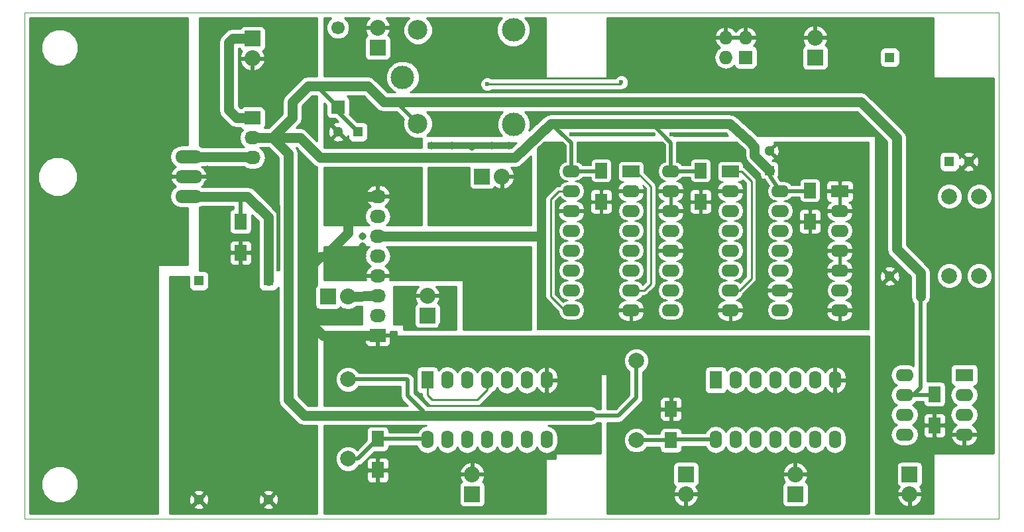
<source format=gbr>
G04 #@! TF.FileFunction,Copper,L1,Top,Signal*
%FSLAX46Y46*%
G04 Gerber Fmt 4.6, Leading zero omitted, Abs format (unit mm)*
G04 Created by KiCad (PCBNEW (after 2015-mar-04 BZR unknown)-product) date Thu 24 Nov 2016 20:54:59 CET*
%MOMM*%
G01*
G04 APERTURE LIST*
%ADD10C,0.100000*%
%ADD11C,0.970000*%
%ADD12R,1.600000X2.000000*%
%ADD13R,2.286000X1.574800*%
%ADD14O,2.286000X1.574800*%
%ADD15R,2.032000X1.727200*%
%ADD16O,2.032000X1.727200*%
%ADD17R,2.032000X2.032000*%
%ADD18O,2.032000X2.032000*%
%ADD19R,1.574800X2.286000*%
%ADD20O,1.574800X2.286000*%
%ADD21O,3.500120X1.699260*%
%ADD22R,1.727200X1.727200*%
%ADD23O,1.727200X1.727200*%
%ADD24C,1.699260*%
%ADD25R,1.699260X1.699260*%
%ADD26C,1.998980*%
%ADD27R,1.300000X1.300000*%
%ADD28C,1.300000*%
%ADD29C,2.500000*%
%ADD30C,3.000000*%
%ADD31C,0.600000*%
%ADD32C,1.270000*%
%ADD33C,0.500000*%
%ADD34C,0.250000*%
%ADD35C,0.254000*%
%ADD36C,0.200000*%
G04 APERTURE END LIST*
D10*
X63500000Y-117475000D02*
X63500000Y-52705000D01*
X187960000Y-117475000D02*
X63500000Y-117475000D01*
X187960000Y-52705000D02*
X187960000Y-117475000D01*
X63500000Y-52705000D02*
X187960000Y-52705000D01*
D11*
X144780000Y-69850000D03*
X86868000Y-74549000D03*
X86868000Y-72771000D03*
X100330000Y-66040000D03*
X100330000Y-67945000D03*
X100330000Y-64135000D03*
X90805000Y-74295000D03*
X90805000Y-73025000D03*
X106680000Y-85090000D03*
X106680000Y-81280000D03*
X106680000Y-82550000D03*
X106680000Y-83820000D03*
X106680000Y-86360000D03*
X125399800Y-69672200D03*
X123190000Y-69672200D03*
X120650000Y-69850000D03*
X118110000Y-69672200D03*
X115417600Y-69672200D03*
X160655000Y-104775000D03*
X158115000Y-104775000D03*
X170815000Y-116205000D03*
X170815000Y-114935000D03*
X170815000Y-112395000D03*
X170815000Y-109855000D03*
X170815000Y-107315000D03*
X170815000Y-104775000D03*
X170815000Y-102235000D03*
X170815000Y-99695000D03*
X170815000Y-97155000D03*
X170815000Y-94615000D03*
X131445000Y-92710000D03*
X134620000Y-92710000D03*
X137160000Y-92710000D03*
X138430000Y-92710000D03*
X140970000Y-92710000D03*
X143510000Y-92710000D03*
X146050000Y-92710000D03*
X148590000Y-92710000D03*
X151130000Y-92710000D03*
X157480000Y-92710000D03*
X153670000Y-92710000D03*
X158115000Y-92710000D03*
X160655000Y-92710000D03*
X163195000Y-92710000D03*
X165735000Y-92710000D03*
X168275000Y-92710000D03*
X170815000Y-90805000D03*
X169545000Y-90805000D03*
X169545000Y-88265000D03*
X170815000Y-88265000D03*
X170815000Y-85725000D03*
X169545000Y-85725000D03*
X169545000Y-83185000D03*
X170815000Y-83185000D03*
X170815000Y-80010000D03*
X170815000Y-77470000D03*
X170815000Y-74930000D03*
X170815000Y-72390000D03*
X168910000Y-69850000D03*
X166370000Y-69850000D03*
X163830000Y-69850000D03*
X161290000Y-69850000D03*
X154305000Y-69850000D03*
X152400000Y-69850000D03*
X149860000Y-69850000D03*
X147320000Y-69850000D03*
X144780000Y-69850000D03*
X142240000Y-69850000D03*
X139700000Y-69850000D03*
X137160000Y-69850000D03*
X134620000Y-69850000D03*
X132080000Y-69850000D03*
X129540000Y-71755000D03*
X129540000Y-74295000D03*
X129540000Y-76835000D03*
X129540000Y-85090000D03*
X129540000Y-87630000D03*
X129540000Y-90170000D03*
X129540000Y-92710000D03*
X129540000Y-81280000D03*
X129540000Y-83185000D03*
X129540000Y-79375000D03*
X126365000Y-92710000D03*
X123825000Y-92710000D03*
X121920000Y-92710000D03*
X120015000Y-92710000D03*
X111125000Y-88265000D03*
X112395000Y-88265000D03*
X116840000Y-88265000D03*
X118110000Y-88265000D03*
X116840000Y-92710000D03*
X118110000Y-92710000D03*
X112395000Y-92710000D03*
X111125000Y-94615000D03*
X132080000Y-94615000D03*
X133350000Y-94615000D03*
X130810000Y-94615000D03*
X128905000Y-94615000D03*
X126365000Y-94615000D03*
X123825000Y-94615000D03*
X121285000Y-94615000D03*
X116205000Y-94615000D03*
X113665000Y-94615000D03*
X111125000Y-94615000D03*
X134620000Y-94615000D03*
X169799000Y-67945000D03*
X167767000Y-67945000D03*
X165735000Y-67945000D03*
X163703000Y-67945000D03*
X161671000Y-67945000D03*
X159639000Y-67945000D03*
X157607000Y-67945000D03*
X116205000Y-67945000D03*
X118237000Y-67945000D03*
X120777000Y-67945000D03*
X123317000Y-67945000D03*
X175260000Y-65405000D03*
X175260000Y-62865000D03*
X107315000Y-97155000D03*
X118745000Y-94615000D03*
X133350000Y-92710000D03*
X130175000Y-69723000D03*
X170815000Y-69850000D03*
X170815000Y-82550000D03*
D12*
X137160000Y-72930000D03*
X137160000Y-76930000D03*
X149860000Y-72930000D03*
X149860000Y-76930000D03*
X163830000Y-75470000D03*
X163830000Y-79470000D03*
D13*
X167640000Y-75565000D03*
D14*
X167640000Y-78105000D03*
X167640000Y-80645000D03*
X167640000Y-83185000D03*
X167640000Y-85725000D03*
X167640000Y-88265000D03*
X167640000Y-90805000D03*
X160020000Y-90805000D03*
X160020000Y-88265000D03*
X160020000Y-85725000D03*
X160020000Y-83185000D03*
X160020000Y-80645000D03*
X160020000Y-78105000D03*
X160020000Y-75565000D03*
D11*
X170815000Y-92710000D03*
D13*
X140970000Y-73025000D03*
D14*
X140970000Y-75565000D03*
X140970000Y-78105000D03*
X140970000Y-80645000D03*
X140970000Y-83185000D03*
X140970000Y-85725000D03*
X140970000Y-88265000D03*
X140970000Y-90805000D03*
X133350000Y-90805000D03*
X133350000Y-88265000D03*
X133350000Y-85725000D03*
X133350000Y-83185000D03*
X133350000Y-80645000D03*
X133350000Y-78105000D03*
X133350000Y-75565000D03*
X133350000Y-73025000D03*
D13*
X153670000Y-73025000D03*
D14*
X153670000Y-75565000D03*
X153670000Y-78105000D03*
X153670000Y-80645000D03*
X153670000Y-83185000D03*
X153670000Y-85725000D03*
X153670000Y-88265000D03*
X153670000Y-90805000D03*
X146050000Y-90805000D03*
X146050000Y-88265000D03*
X146050000Y-85725000D03*
X146050000Y-83185000D03*
X146050000Y-80645000D03*
X146050000Y-78105000D03*
X146050000Y-75565000D03*
X146050000Y-73025000D03*
D15*
X92583000Y-66167000D03*
D16*
X92583000Y-68707000D03*
X92583000Y-71247000D03*
D17*
X102235000Y-89027000D03*
D18*
X104775000Y-89027000D03*
D13*
X183515000Y-99060000D03*
D14*
X183515000Y-101600000D03*
X183515000Y-104140000D03*
X183515000Y-106680000D03*
X175895000Y-106680000D03*
X175895000Y-104140000D03*
X175895000Y-101600000D03*
X175895000Y-99060000D03*
D15*
X108585000Y-93980000D03*
D16*
X108585000Y-91440000D03*
X108585000Y-88900000D03*
X108585000Y-86360000D03*
X108585000Y-83820000D03*
X108585000Y-81280000D03*
X108585000Y-78740000D03*
X108585000Y-76200000D03*
D19*
X151765000Y-99695000D03*
D20*
X154305000Y-99695000D03*
X156845000Y-99695000D03*
X159385000Y-99695000D03*
X161925000Y-99695000D03*
X164465000Y-99695000D03*
X167005000Y-99695000D03*
X167005000Y-107315000D03*
X164465000Y-107315000D03*
X161925000Y-107315000D03*
X159385000Y-107315000D03*
X156845000Y-107315000D03*
X154305000Y-107315000D03*
X151765000Y-107315000D03*
D21*
X84455000Y-73660000D03*
X84455000Y-76200000D03*
X84455000Y-71120000D03*
D19*
X114935000Y-99695000D03*
D20*
X117475000Y-99695000D03*
X120015000Y-99695000D03*
X122555000Y-99695000D03*
X125095000Y-99695000D03*
X127635000Y-99695000D03*
X130175000Y-99695000D03*
X130175000Y-107315000D03*
X127635000Y-107315000D03*
X125095000Y-107315000D03*
X122555000Y-107315000D03*
X120015000Y-107315000D03*
X117475000Y-107315000D03*
X114935000Y-107315000D03*
D17*
X147955000Y-111760000D03*
D18*
X147955000Y-114300000D03*
D17*
X161925000Y-114300000D03*
D18*
X161925000Y-111760000D03*
D17*
X92583000Y-56007000D03*
D18*
X92583000Y-58547000D03*
D17*
X121920000Y-73660000D03*
D18*
X124460000Y-73660000D03*
D17*
X108585000Y-57150000D03*
D18*
X108585000Y-54610000D03*
D17*
X176530000Y-111760000D03*
D18*
X176530000Y-114300000D03*
D17*
X120650000Y-114300000D03*
D18*
X120650000Y-111760000D03*
D22*
X155575000Y-58420000D03*
D23*
X155575000Y-55880000D03*
X153035000Y-58420000D03*
X153035000Y-55880000D03*
D24*
X103505000Y-54610000D03*
D25*
X103505000Y-64770000D03*
D12*
X146050000Y-107410000D03*
X146050000Y-103410000D03*
X108585000Y-107220000D03*
X108585000Y-111220000D03*
X179705000Y-101505000D03*
X179705000Y-105505000D03*
D26*
X181610000Y-86360000D03*
X181610000Y-76200000D03*
X185420000Y-86360000D03*
X185420000Y-76200000D03*
X141605000Y-97233740D03*
X141605000Y-107393740D03*
X104775000Y-109776260D03*
X104775000Y-99616260D03*
D12*
X91059000Y-79407000D03*
X91059000Y-83407000D03*
D27*
X85725000Y-86995000D03*
D28*
X85725000Y-114995000D03*
D27*
X94615000Y-86995000D03*
D28*
X94615000Y-114995000D03*
D27*
X173990000Y-58420000D03*
D28*
X173990000Y-86420000D03*
D27*
X181610000Y-71755000D03*
D28*
X184110000Y-71755000D03*
D27*
X106045000Y-67945000D03*
D28*
X103545000Y-67945000D03*
D29*
X113710000Y-54910000D03*
D30*
X125910000Y-54910000D03*
X125960000Y-66960000D03*
D29*
X113710000Y-66910000D03*
D30*
X111760000Y-60960000D03*
D17*
X164465000Y-58420000D03*
D18*
X164465000Y-55880000D03*
D17*
X114935000Y-91440000D03*
D18*
X114935000Y-88900000D03*
D27*
X158623000Y-72898000D03*
D28*
X158623000Y-70398000D03*
D31*
X95859600Y-85496400D03*
X133299200Y-68275200D03*
X143840200Y-68275200D03*
X146100800Y-68275200D03*
X153009600Y-68275200D03*
X101981000Y-83693000D03*
X122555000Y-61849000D03*
X139700000Y-61595000D03*
D32*
X92583000Y-56007000D02*
X90043000Y-56007000D01*
X90551000Y-66167000D02*
X92075000Y-66167000D01*
X89535000Y-65151000D02*
X90551000Y-66167000D01*
X89535000Y-56515000D02*
X89535000Y-65151000D01*
X90043000Y-56007000D02*
X89535000Y-56515000D01*
D33*
X141605000Y-107393740D02*
X146033740Y-107393740D01*
D34*
X146033740Y-107393740D02*
X146112480Y-107315000D01*
D33*
X146112480Y-107315000D02*
X151765000Y-107315000D01*
X108585000Y-107220000D02*
X114840000Y-107220000D01*
X114840000Y-107220000D02*
X114935000Y-107315000D01*
X104775000Y-109776260D02*
X106028740Y-109776260D01*
X106028740Y-109776260D02*
X108585000Y-107220000D01*
D32*
X156083000Y-69215000D02*
X156718000Y-69850000D01*
X151003000Y-66929000D02*
X153543000Y-66929000D01*
X141097000Y-66929000D02*
X151003000Y-66929000D01*
X153543000Y-66929000D02*
X156083000Y-69215000D01*
X156718000Y-70993000D02*
X158623000Y-72898000D01*
X156718000Y-69850000D02*
X156718000Y-70993000D01*
D33*
X175895000Y-101600000D02*
X179610000Y-101600000D01*
X179610000Y-101600000D02*
X179705000Y-101505000D01*
X133350000Y-73025000D02*
X137065000Y-73025000D01*
X137065000Y-73025000D02*
X137160000Y-72930000D01*
X160020000Y-75565000D02*
X163735000Y-75565000D01*
X163735000Y-75565000D02*
X163830000Y-75470000D01*
X146050000Y-73025000D02*
X149765000Y-73025000D01*
X149765000Y-73025000D02*
X149860000Y-72930000D01*
X133350000Y-73025000D02*
X133350000Y-69342000D01*
X133350000Y-69342000D02*
X130683000Y-66929000D01*
X141097000Y-66929000D02*
X143383000Y-66675000D01*
X146050000Y-69342000D02*
X146050000Y-73025000D01*
X143383000Y-66675000D02*
X146050000Y-69342000D01*
D32*
X101219000Y-71247000D02*
X126111000Y-71247000D01*
X100711000Y-70739000D02*
X101219000Y-71247000D01*
X98679000Y-68707000D02*
X100711000Y-70739000D01*
X95123000Y-68707000D02*
X98679000Y-68707000D01*
X126111000Y-71247000D02*
X130683000Y-66929000D01*
X130683000Y-66929000D02*
X141097000Y-66929000D01*
D33*
X133350000Y-73025000D02*
X133350000Y-72390000D01*
X158623000Y-72898000D02*
X158623000Y-73533000D01*
X158623000Y-73533000D02*
X160020000Y-75565000D01*
X177927000Y-89027000D02*
X177927000Y-100711000D01*
D32*
X170307000Y-64135000D02*
X174879000Y-68707000D01*
X174879000Y-68707000D02*
X174879000Y-82931000D01*
X174879000Y-82931000D02*
X177927000Y-85979000D01*
X177927000Y-85979000D02*
X177927000Y-89027000D01*
X111379000Y-64135000D02*
X120523000Y-64135000D01*
X120523000Y-64135000D02*
X170307000Y-64135000D01*
D33*
X177038000Y-101600000D02*
X175895000Y-101600000D01*
X177927000Y-100711000D02*
X177038000Y-101600000D01*
X103505000Y-64770000D02*
X103505000Y-65405000D01*
X103505000Y-65405000D02*
X106045000Y-67945000D01*
X111379000Y-64135000D02*
X111379000Y-64579000D01*
X111379000Y-64579000D02*
X113710000Y-66910000D01*
X101219000Y-62103000D02*
X101219000Y-62484000D01*
X101219000Y-62484000D02*
X103505000Y-64770000D01*
D32*
X92583000Y-68707000D02*
X95123000Y-68707000D01*
X95123000Y-68707000D02*
X97663000Y-66167000D01*
X109347000Y-64135000D02*
X111379000Y-64135000D01*
X107315000Y-62103000D02*
X109347000Y-64135000D01*
X99695000Y-62103000D02*
X101219000Y-62103000D01*
X101219000Y-62103000D02*
X107315000Y-62103000D01*
X97663000Y-64135000D02*
X99695000Y-62103000D01*
X97663000Y-66167000D02*
X97663000Y-64135000D01*
X97155000Y-70739000D02*
X97155000Y-102235000D01*
X95123000Y-68707000D02*
X97155000Y-70739000D01*
D33*
X114427000Y-104267000D02*
X114427000Y-103759000D01*
X112316260Y-99616260D02*
X104775000Y-99616260D01*
X112395000Y-99695000D02*
X112316260Y-99616260D01*
X112395000Y-101727000D02*
X112395000Y-99695000D01*
X114427000Y-103759000D02*
X112395000Y-101727000D01*
X135763000Y-104267000D02*
X139319000Y-104267000D01*
D32*
X97155000Y-102235000D02*
X99187000Y-104267000D01*
X99187000Y-104267000D02*
X114427000Y-104267000D01*
X114427000Y-104267000D02*
X135763000Y-104267000D01*
D33*
X141605000Y-101981000D02*
X141605000Y-97233740D01*
X139319000Y-104267000D02*
X141605000Y-101981000D01*
D32*
X104775000Y-89027000D02*
X108585000Y-88900000D01*
D33*
X90805000Y-74295000D02*
X92786200Y-74295000D01*
X95859600Y-77368400D02*
X95859600Y-85496400D01*
X92786200Y-74295000D02*
X95859600Y-77368400D01*
X143840200Y-68275200D02*
X133299200Y-68275200D01*
X153009600Y-68275200D02*
X146100800Y-68275200D01*
D32*
X108585000Y-81280000D02*
X128905000Y-81280000D01*
X101727000Y-83947000D02*
X101219000Y-83947000D01*
X101600000Y-93980000D02*
X108585000Y-93980000D01*
X99187000Y-91567000D02*
X101600000Y-93980000D01*
X99187000Y-85979000D02*
X99187000Y-91567000D01*
X101219000Y-83947000D02*
X99187000Y-85979000D01*
X105918000Y-76200000D02*
X108585000Y-76200000D01*
X104775000Y-77343000D02*
X105918000Y-76200000D01*
X104775000Y-80899000D02*
X104775000Y-77343000D01*
X101981000Y-83693000D02*
X101727000Y-83947000D01*
X101727000Y-83947000D02*
X104775000Y-80899000D01*
D34*
X154813000Y-88265000D02*
X156337000Y-86741000D01*
X156337000Y-86741000D02*
X156337000Y-74295000D01*
X156337000Y-74295000D02*
X155067000Y-73025000D01*
X155067000Y-73025000D02*
X153670000Y-73025000D01*
X153670000Y-88265000D02*
X154813000Y-88265000D01*
X141605000Y-73025000D02*
X140970000Y-73025000D01*
X142621000Y-88265000D02*
X143510000Y-87376000D01*
X143510000Y-87376000D02*
X143510000Y-74930000D01*
X143510000Y-74930000D02*
X141605000Y-73025000D01*
X140970000Y-88265000D02*
X142621000Y-88265000D01*
X131699000Y-75565000D02*
X133350000Y-75565000D01*
X130683000Y-76581000D02*
X131699000Y-75565000D01*
X130683000Y-89027000D02*
X130683000Y-76581000D01*
X132461000Y-90805000D02*
X130683000Y-89027000D01*
X133350000Y-90805000D02*
X132461000Y-90805000D01*
D33*
X91059000Y-76200000D02*
X91059000Y-79407000D01*
D32*
X84455000Y-76200000D02*
X91059000Y-76200000D01*
X91059000Y-76200000D02*
X91948000Y-76200000D01*
X94615000Y-78867000D02*
X94615000Y-86995000D01*
X91948000Y-76200000D02*
X94615000Y-78867000D01*
X84455000Y-71120000D02*
X92456000Y-71120000D01*
X92456000Y-71120000D02*
X92583000Y-71247000D01*
D34*
X139700000Y-61722000D02*
X139573000Y-61849000D01*
X139573000Y-61849000D02*
X122936000Y-61849000D01*
X122936000Y-61849000D02*
X122555000Y-61849000D01*
X139700000Y-61595000D02*
X139700000Y-61722000D01*
X114935000Y-99695000D02*
X114935000Y-101600000D01*
X122555000Y-100965000D02*
X122555000Y-99695000D01*
X121285000Y-102235000D02*
X122555000Y-100965000D01*
X115570000Y-102235000D02*
X121285000Y-102235000D01*
X114935000Y-101600000D02*
X115570000Y-102235000D01*
D35*
G36*
X84602000Y-73787000D02*
X84582000Y-73787000D01*
X84582000Y-73807000D01*
X84328000Y-73807000D01*
X84328000Y-73787000D01*
X82234786Y-73787000D01*
X82113460Y-74016832D01*
X82134351Y-74110810D01*
X82414976Y-74619989D01*
X82795872Y-74924483D01*
X82458052Y-75150208D01*
X82136225Y-75631857D01*
X82023214Y-76200000D01*
X82136225Y-76768143D01*
X82458052Y-77249792D01*
X82939701Y-77571619D01*
X83507844Y-77684630D01*
X84328000Y-77684630D01*
X84328000Y-84963000D01*
X80518000Y-84963000D01*
X80518000Y-116790000D01*
X70330473Y-116790000D01*
X70330473Y-112557664D01*
X70330473Y-56677664D01*
X69968134Y-55800737D01*
X69297792Y-55129224D01*
X68421499Y-54765355D01*
X67472664Y-54764527D01*
X66595737Y-55126866D01*
X65924224Y-55797208D01*
X65560355Y-56673501D01*
X65559527Y-57622336D01*
X65921866Y-58499263D01*
X66592208Y-59170776D01*
X67468501Y-59534645D01*
X68417336Y-59535473D01*
X69294263Y-59173134D01*
X69965776Y-58502792D01*
X70329645Y-57626499D01*
X70330473Y-56677664D01*
X70330473Y-112557664D01*
X70226359Y-112305688D01*
X70226359Y-73157985D01*
X69841254Y-72225959D01*
X69128792Y-71512252D01*
X68197439Y-71125521D01*
X67188985Y-71124641D01*
X66256959Y-71509746D01*
X65543252Y-72222208D01*
X65156521Y-73153561D01*
X65155641Y-74162015D01*
X65540746Y-75094041D01*
X66253208Y-75807748D01*
X67184561Y-76194479D01*
X68193015Y-76195359D01*
X69125041Y-75810254D01*
X69838748Y-75097792D01*
X70225479Y-74166439D01*
X70226359Y-73157985D01*
X70226359Y-112305688D01*
X69968134Y-111680737D01*
X69297792Y-111009224D01*
X68421499Y-110645355D01*
X67472664Y-110644527D01*
X66595737Y-111006866D01*
X65924224Y-111677208D01*
X65560355Y-112553501D01*
X65559527Y-113502336D01*
X65921866Y-114379263D01*
X66592208Y-115050776D01*
X67468501Y-115414645D01*
X68417336Y-115415473D01*
X69294263Y-115053134D01*
X69965776Y-114382792D01*
X70329645Y-113506499D01*
X70330473Y-112557664D01*
X70330473Y-116790000D01*
X64185000Y-116790000D01*
X64185000Y-53390000D01*
X84328000Y-53390000D01*
X84328000Y-69635370D01*
X83507844Y-69635370D01*
X82939701Y-69748381D01*
X82458052Y-70070208D01*
X82136225Y-70551857D01*
X82023214Y-71120000D01*
X82136225Y-71688143D01*
X82458052Y-72169792D01*
X82795872Y-72395516D01*
X82414976Y-72700011D01*
X82134351Y-73209190D01*
X82113460Y-73303168D01*
X82234786Y-73533000D01*
X84328000Y-73533000D01*
X84328000Y-73513000D01*
X84582000Y-73513000D01*
X84582000Y-73533000D01*
X84602000Y-73533000D01*
X84602000Y-73787000D01*
X84602000Y-73787000D01*
G37*
X84602000Y-73787000D02*
X84582000Y-73787000D01*
X84582000Y-73807000D01*
X84328000Y-73807000D01*
X84328000Y-73787000D01*
X82234786Y-73787000D01*
X82113460Y-74016832D01*
X82134351Y-74110810D01*
X82414976Y-74619989D01*
X82795872Y-74924483D01*
X82458052Y-75150208D01*
X82136225Y-75631857D01*
X82023214Y-76200000D01*
X82136225Y-76768143D01*
X82458052Y-77249792D01*
X82939701Y-77571619D01*
X83507844Y-77684630D01*
X84328000Y-77684630D01*
X84328000Y-84963000D01*
X80518000Y-84963000D01*
X80518000Y-116790000D01*
X70330473Y-116790000D01*
X70330473Y-112557664D01*
X70330473Y-56677664D01*
X69968134Y-55800737D01*
X69297792Y-55129224D01*
X68421499Y-54765355D01*
X67472664Y-54764527D01*
X66595737Y-55126866D01*
X65924224Y-55797208D01*
X65560355Y-56673501D01*
X65559527Y-57622336D01*
X65921866Y-58499263D01*
X66592208Y-59170776D01*
X67468501Y-59534645D01*
X68417336Y-59535473D01*
X69294263Y-59173134D01*
X69965776Y-58502792D01*
X70329645Y-57626499D01*
X70330473Y-56677664D01*
X70330473Y-112557664D01*
X70226359Y-112305688D01*
X70226359Y-73157985D01*
X69841254Y-72225959D01*
X69128792Y-71512252D01*
X68197439Y-71125521D01*
X67188985Y-71124641D01*
X66256959Y-71509746D01*
X65543252Y-72222208D01*
X65156521Y-73153561D01*
X65155641Y-74162015D01*
X65540746Y-75094041D01*
X66253208Y-75807748D01*
X67184561Y-76194479D01*
X68193015Y-76195359D01*
X69125041Y-75810254D01*
X69838748Y-75097792D01*
X70225479Y-74166439D01*
X70226359Y-73157985D01*
X70226359Y-112305688D01*
X69968134Y-111680737D01*
X69297792Y-111009224D01*
X68421499Y-110645355D01*
X67472664Y-110644527D01*
X66595737Y-111006866D01*
X65924224Y-111677208D01*
X65560355Y-112553501D01*
X65559527Y-113502336D01*
X65921866Y-114379263D01*
X66592208Y-115050776D01*
X67468501Y-115414645D01*
X68417336Y-115415473D01*
X69294263Y-115053134D01*
X69965776Y-114382792D01*
X70329645Y-113506499D01*
X70330473Y-112557664D01*
X70330473Y-116790000D01*
X64185000Y-116790000D01*
X64185000Y-53390000D01*
X84328000Y-53390000D01*
X84328000Y-69635370D01*
X83507844Y-69635370D01*
X82939701Y-69748381D01*
X82458052Y-70070208D01*
X82136225Y-70551857D01*
X82023214Y-71120000D01*
X82136225Y-71688143D01*
X82458052Y-72169792D01*
X82795872Y-72395516D01*
X82414976Y-72700011D01*
X82134351Y-73209190D01*
X82113460Y-73303168D01*
X82234786Y-73533000D01*
X84328000Y-73533000D01*
X84328000Y-73513000D01*
X84582000Y-73513000D01*
X84582000Y-73533000D01*
X84602000Y-73533000D01*
X84602000Y-73787000D01*
G36*
X114173000Y-69977000D02*
X104264410Y-69977000D01*
X104264410Y-68844016D01*
X103545000Y-68124605D01*
X103365395Y-68304210D01*
X103365395Y-67945000D01*
X102645984Y-67225590D01*
X102415389Y-67281271D01*
X102247378Y-67764078D01*
X102276917Y-68274428D01*
X102415389Y-68608729D01*
X102645984Y-68664410D01*
X103365395Y-67945000D01*
X103365395Y-68304210D01*
X102825590Y-68844016D01*
X102881271Y-69074611D01*
X103364078Y-69242622D01*
X103874428Y-69213083D01*
X104208729Y-69074611D01*
X104264410Y-68844016D01*
X104264410Y-69977000D01*
X101745051Y-69977000D01*
X101727000Y-69958948D01*
X101727000Y-64243579D01*
X102007930Y-64524509D01*
X102007930Y-65619630D01*
X102054907Y-65861753D01*
X102194697Y-66074557D01*
X102405730Y-66217007D01*
X102655370Y-66267070D01*
X103115490Y-66267070D01*
X103508389Y-66659968D01*
X103215572Y-66676917D01*
X102881271Y-66815389D01*
X102825590Y-67045984D01*
X103545000Y-67765395D01*
X103559142Y-67751252D01*
X103738747Y-67930857D01*
X103724605Y-67945000D01*
X104444016Y-68664410D01*
X104674611Y-68608729D01*
X104747560Y-68399098D01*
X104747560Y-68595000D01*
X104794537Y-68837123D01*
X104934327Y-69049927D01*
X105145360Y-69192377D01*
X105395000Y-69242440D01*
X106695000Y-69242440D01*
X106937123Y-69195463D01*
X107149927Y-69055673D01*
X107292377Y-68844640D01*
X107342440Y-68595000D01*
X107342440Y-67295000D01*
X107295463Y-67052877D01*
X107155673Y-66840073D01*
X106944640Y-66697623D01*
X106695000Y-66647560D01*
X105999139Y-66647560D01*
X104996915Y-65645335D01*
X105002070Y-65619630D01*
X105002070Y-63920370D01*
X104955093Y-63678247D01*
X104815303Y-63465443D01*
X104678353Y-63373000D01*
X106788948Y-63373000D01*
X108448974Y-65033026D01*
X108860992Y-65308327D01*
X109347000Y-65405001D01*
X109347000Y-65405000D01*
X109347005Y-65405000D01*
X110953420Y-65405000D01*
X111900585Y-66352165D01*
X111825328Y-66533405D01*
X111824674Y-67283305D01*
X112111043Y-67976372D01*
X112640839Y-68507093D01*
X113333405Y-68794672D01*
X114083305Y-68795326D01*
X114173000Y-68758264D01*
X114173000Y-69977000D01*
X114173000Y-69977000D01*
G37*
X114173000Y-69977000D02*
X104264410Y-69977000D01*
X104264410Y-68844016D01*
X103545000Y-68124605D01*
X103365395Y-68304210D01*
X103365395Y-67945000D01*
X102645984Y-67225590D01*
X102415389Y-67281271D01*
X102247378Y-67764078D01*
X102276917Y-68274428D01*
X102415389Y-68608729D01*
X102645984Y-68664410D01*
X103365395Y-67945000D01*
X103365395Y-68304210D01*
X102825590Y-68844016D01*
X102881271Y-69074611D01*
X103364078Y-69242622D01*
X103874428Y-69213083D01*
X104208729Y-69074611D01*
X104264410Y-68844016D01*
X104264410Y-69977000D01*
X101745051Y-69977000D01*
X101727000Y-69958948D01*
X101727000Y-64243579D01*
X102007930Y-64524509D01*
X102007930Y-65619630D01*
X102054907Y-65861753D01*
X102194697Y-66074557D01*
X102405730Y-66217007D01*
X102655370Y-66267070D01*
X103115490Y-66267070D01*
X103508389Y-66659968D01*
X103215572Y-66676917D01*
X102881271Y-66815389D01*
X102825590Y-67045984D01*
X103545000Y-67765395D01*
X103559142Y-67751252D01*
X103738747Y-67930857D01*
X103724605Y-67945000D01*
X104444016Y-68664410D01*
X104674611Y-68608729D01*
X104747560Y-68399098D01*
X104747560Y-68595000D01*
X104794537Y-68837123D01*
X104934327Y-69049927D01*
X105145360Y-69192377D01*
X105395000Y-69242440D01*
X106695000Y-69242440D01*
X106937123Y-69195463D01*
X107149927Y-69055673D01*
X107292377Y-68844640D01*
X107342440Y-68595000D01*
X107342440Y-67295000D01*
X107295463Y-67052877D01*
X107155673Y-66840073D01*
X106944640Y-66697623D01*
X106695000Y-66647560D01*
X105999139Y-66647560D01*
X104996915Y-65645335D01*
X105002070Y-65619630D01*
X105002070Y-63920370D01*
X104955093Y-63678247D01*
X104815303Y-63465443D01*
X104678353Y-63373000D01*
X106788948Y-63373000D01*
X108448974Y-65033026D01*
X108860992Y-65308327D01*
X109347000Y-65405001D01*
X109347000Y-65405000D01*
X109347005Y-65405000D01*
X110953420Y-65405000D01*
X111900585Y-66352165D01*
X111825328Y-66533405D01*
X111824674Y-67283305D01*
X112111043Y-67976372D01*
X112640839Y-68507093D01*
X113333405Y-68794672D01*
X114083305Y-68795326D01*
X114173000Y-68758264D01*
X114173000Y-69977000D01*
G36*
X114173000Y-79883000D02*
X109704702Y-79883000D01*
X109829415Y-79799670D01*
X110154271Y-79313489D01*
X110268345Y-78740000D01*
X110154271Y-78166511D01*
X109829415Y-77680330D01*
X109519930Y-77473539D01*
X109935732Y-77102036D01*
X110189709Y-76574791D01*
X110192358Y-76559026D01*
X110192358Y-75840974D01*
X110189709Y-75825209D01*
X109935732Y-75297964D01*
X109499320Y-74908046D01*
X108946913Y-74714816D01*
X108712000Y-74859076D01*
X108712000Y-76073000D01*
X110071217Y-76073000D01*
X110192358Y-75840974D01*
X110192358Y-76559026D01*
X110071217Y-76327000D01*
X108712000Y-76327000D01*
X108712000Y-76347000D01*
X108458000Y-76347000D01*
X108458000Y-76327000D01*
X108458000Y-76073000D01*
X108458000Y-74859076D01*
X108223087Y-74714816D01*
X107670680Y-74908046D01*
X107234268Y-75297964D01*
X106980291Y-75825209D01*
X106977642Y-75840974D01*
X107098783Y-76073000D01*
X108458000Y-76073000D01*
X108458000Y-76327000D01*
X107098783Y-76327000D01*
X106977642Y-76559026D01*
X106980291Y-76574791D01*
X107234268Y-77102036D01*
X107650069Y-77473539D01*
X107340585Y-77680330D01*
X107015729Y-78166511D01*
X106901655Y-78740000D01*
X107015729Y-79313489D01*
X107340585Y-79799670D01*
X107465297Y-79883000D01*
X101727000Y-79883000D01*
X101727000Y-72517000D01*
X114173000Y-72517000D01*
X114173000Y-79883000D01*
X114173000Y-79883000D01*
G37*
X114173000Y-79883000D02*
X109704702Y-79883000D01*
X109829415Y-79799670D01*
X110154271Y-79313489D01*
X110268345Y-78740000D01*
X110154271Y-78166511D01*
X109829415Y-77680330D01*
X109519930Y-77473539D01*
X109935732Y-77102036D01*
X110189709Y-76574791D01*
X110192358Y-76559026D01*
X110192358Y-75840974D01*
X110189709Y-75825209D01*
X109935732Y-75297964D01*
X109499320Y-74908046D01*
X108946913Y-74714816D01*
X108712000Y-74859076D01*
X108712000Y-76073000D01*
X110071217Y-76073000D01*
X110192358Y-75840974D01*
X110192358Y-76559026D01*
X110071217Y-76327000D01*
X108712000Y-76327000D01*
X108712000Y-76347000D01*
X108458000Y-76347000D01*
X108458000Y-76327000D01*
X108458000Y-76073000D01*
X108458000Y-74859076D01*
X108223087Y-74714816D01*
X107670680Y-74908046D01*
X107234268Y-75297964D01*
X106980291Y-75825209D01*
X106977642Y-75840974D01*
X107098783Y-76073000D01*
X108458000Y-76073000D01*
X108458000Y-76327000D01*
X107098783Y-76327000D01*
X106977642Y-76559026D01*
X106980291Y-76574791D01*
X107234268Y-77102036D01*
X107650069Y-77473539D01*
X107340585Y-77680330D01*
X107015729Y-78166511D01*
X106901655Y-78740000D01*
X107015729Y-79313489D01*
X107340585Y-79799670D01*
X107465297Y-79883000D01*
X101727000Y-79883000D01*
X101727000Y-72517000D01*
X114173000Y-72517000D01*
X114173000Y-79883000D01*
G36*
X124495732Y-65405000D02*
X124151091Y-65749041D01*
X123825372Y-66533459D01*
X123824630Y-67382815D01*
X124148980Y-68167800D01*
X124433682Y-68453000D01*
X114832426Y-68453000D01*
X115307093Y-67979161D01*
X115594672Y-67286595D01*
X115595326Y-66536695D01*
X115308957Y-65843628D01*
X114871093Y-65405000D01*
X120523000Y-65405000D01*
X124495732Y-65405000D01*
X124495732Y-65405000D01*
G37*
X124495732Y-65405000D02*
X124151091Y-65749041D01*
X123825372Y-66533459D01*
X123824630Y-67382815D01*
X124148980Y-68167800D01*
X124433682Y-68453000D01*
X114832426Y-68453000D01*
X115307093Y-67979161D01*
X115594672Y-67286595D01*
X115595326Y-66536695D01*
X115308957Y-65843628D01*
X114871093Y-65405000D01*
X120523000Y-65405000D01*
X124495732Y-65405000D01*
G36*
X153337877Y-68453000D02*
X146412579Y-68453000D01*
X146158579Y-68199000D01*
X151003000Y-68199000D01*
X153055655Y-68199000D01*
X153337877Y-68453000D01*
X153337877Y-68453000D01*
G37*
X153337877Y-68453000D02*
X146412579Y-68453000D01*
X146158579Y-68199000D01*
X151003000Y-68199000D01*
X153055655Y-68199000D01*
X153337877Y-68453000D01*
G36*
X187275000Y-109093000D02*
X187054774Y-109093000D01*
X187054774Y-86036306D01*
X187054774Y-75876306D01*
X186806462Y-75275345D01*
X186347073Y-74815154D01*
X185746547Y-74565794D01*
X185407622Y-74565497D01*
X185407622Y-71935922D01*
X185378083Y-71425572D01*
X185239611Y-71091271D01*
X185009016Y-71035590D01*
X184829410Y-71215195D01*
X184829410Y-70855984D01*
X184773729Y-70625389D01*
X184290922Y-70457378D01*
X183780572Y-70486917D01*
X183446271Y-70625389D01*
X183390590Y-70855984D01*
X184110000Y-71575395D01*
X184829410Y-70855984D01*
X184829410Y-71215195D01*
X184289605Y-71755000D01*
X185009016Y-72474410D01*
X185239611Y-72418729D01*
X185407622Y-71935922D01*
X185407622Y-74565497D01*
X185096306Y-74565226D01*
X184829410Y-74675505D01*
X184829410Y-72654016D01*
X184110000Y-71934605D01*
X183930395Y-72114210D01*
X183930395Y-71755000D01*
X183210984Y-71035590D01*
X182980389Y-71091271D01*
X182907440Y-71300901D01*
X182907440Y-71105000D01*
X182860463Y-70862877D01*
X182720673Y-70650073D01*
X182509640Y-70507623D01*
X182260000Y-70457560D01*
X180960000Y-70457560D01*
X180717877Y-70504537D01*
X180505073Y-70644327D01*
X180362623Y-70855360D01*
X180312560Y-71105000D01*
X180312560Y-72405000D01*
X180359537Y-72647123D01*
X180499327Y-72859927D01*
X180710360Y-73002377D01*
X180960000Y-73052440D01*
X182260000Y-73052440D01*
X182502123Y-73005463D01*
X182714927Y-72865673D01*
X182857377Y-72654640D01*
X182907440Y-72405000D01*
X182907440Y-72242614D01*
X182980389Y-72418729D01*
X183210984Y-72474410D01*
X183930395Y-71755000D01*
X183930395Y-72114210D01*
X183390590Y-72654016D01*
X183446271Y-72884611D01*
X183929078Y-73052622D01*
X184439428Y-73023083D01*
X184773729Y-72884611D01*
X184829410Y-72654016D01*
X184829410Y-74675505D01*
X184495345Y-74813538D01*
X184035154Y-75272927D01*
X183785794Y-75873453D01*
X183785226Y-76523694D01*
X184033538Y-77124655D01*
X184492927Y-77584846D01*
X185093453Y-77834206D01*
X185743694Y-77834774D01*
X186344655Y-77586462D01*
X186804846Y-77127073D01*
X187054206Y-76526547D01*
X187054774Y-75876306D01*
X187054774Y-86036306D01*
X186806462Y-85435345D01*
X186347073Y-84975154D01*
X185746547Y-84725794D01*
X185096306Y-84725226D01*
X184495345Y-84973538D01*
X184035154Y-85432927D01*
X183785794Y-86033453D01*
X183785226Y-86683694D01*
X184033538Y-87284655D01*
X184492927Y-87744846D01*
X185093453Y-87994206D01*
X185743694Y-87994774D01*
X186344655Y-87746462D01*
X186804846Y-87287073D01*
X187054206Y-86686547D01*
X187054774Y-86036306D01*
X187054774Y-109093000D01*
X185327833Y-109093000D01*
X185327833Y-104140000D01*
X185219559Y-103595671D01*
X184911222Y-103134211D01*
X184515801Y-102869999D01*
X184911222Y-102605789D01*
X185219559Y-102144329D01*
X185327833Y-101600000D01*
X185219559Y-101055671D01*
X184911222Y-100594211D01*
X184738986Y-100479126D01*
X184900123Y-100447863D01*
X185112927Y-100308073D01*
X185255377Y-100097040D01*
X185305440Y-99847400D01*
X185305440Y-98272600D01*
X185258463Y-98030477D01*
X185118673Y-97817673D01*
X184907640Y-97675223D01*
X184658000Y-97625160D01*
X183244774Y-97625160D01*
X183244774Y-86036306D01*
X183244774Y-75876306D01*
X182996462Y-75275345D01*
X182537073Y-74815154D01*
X181936547Y-74565794D01*
X181286306Y-74565226D01*
X180685345Y-74813538D01*
X180225154Y-75272927D01*
X179975794Y-75873453D01*
X179975226Y-76523694D01*
X180223538Y-77124655D01*
X180682927Y-77584846D01*
X181283453Y-77834206D01*
X181933694Y-77834774D01*
X182534655Y-77586462D01*
X182994846Y-77127073D01*
X183244206Y-76526547D01*
X183244774Y-75876306D01*
X183244774Y-86036306D01*
X182996462Y-85435345D01*
X182537073Y-84975154D01*
X181936547Y-84725794D01*
X181286306Y-84725226D01*
X180685345Y-84973538D01*
X180225154Y-85432927D01*
X179975794Y-86033453D01*
X179975226Y-86683694D01*
X180223538Y-87284655D01*
X180682927Y-87744846D01*
X181283453Y-87994206D01*
X181933694Y-87994774D01*
X182534655Y-87746462D01*
X182994846Y-87287073D01*
X183244206Y-86686547D01*
X183244774Y-86036306D01*
X183244774Y-97625160D01*
X182372000Y-97625160D01*
X182129877Y-97672137D01*
X181917073Y-97811927D01*
X181774623Y-98022960D01*
X181724560Y-98272600D01*
X181724560Y-99847400D01*
X181771537Y-100089523D01*
X181911327Y-100302327D01*
X182122360Y-100444777D01*
X182291621Y-100478720D01*
X182118778Y-100594211D01*
X181810441Y-101055671D01*
X181702167Y-101600000D01*
X181810441Y-102144329D01*
X182118778Y-102605789D01*
X182514198Y-102869999D01*
X182118778Y-103134211D01*
X181810441Y-103595671D01*
X181702167Y-104140000D01*
X181810441Y-104684329D01*
X182118778Y-105145789D01*
X182513829Y-105409753D01*
X182497738Y-105414475D01*
X182063809Y-105764014D01*
X181796673Y-106253004D01*
X181779990Y-106332940D01*
X181902148Y-106553000D01*
X183388000Y-106553000D01*
X183388000Y-106533000D01*
X183642000Y-106533000D01*
X183642000Y-106553000D01*
X185127852Y-106553000D01*
X185250010Y-106332940D01*
X185233327Y-106253004D01*
X184966191Y-105764014D01*
X184532262Y-105414475D01*
X184516170Y-105409753D01*
X184911222Y-105145789D01*
X185219559Y-104684329D01*
X185327833Y-104140000D01*
X185327833Y-109093000D01*
X185250010Y-109093000D01*
X185250010Y-107027060D01*
X185127852Y-106807000D01*
X183642000Y-106807000D01*
X183642000Y-108102400D01*
X183997600Y-108102400D01*
X184532262Y-107945525D01*
X184966191Y-107595986D01*
X185233327Y-107106996D01*
X185250010Y-107027060D01*
X185250010Y-109093000D01*
X183388000Y-109093000D01*
X183388000Y-108102400D01*
X183388000Y-106807000D01*
X181902148Y-106807000D01*
X181779990Y-107027060D01*
X181796673Y-107106996D01*
X182063809Y-107595986D01*
X182497738Y-107945525D01*
X183032400Y-108102400D01*
X183388000Y-108102400D01*
X183388000Y-109093000D01*
X181140000Y-109093000D01*
X181140000Y-106631309D01*
X181140000Y-105790750D01*
X181140000Y-105219250D01*
X181140000Y-104378691D01*
X181043327Y-104145302D01*
X180864699Y-103966673D01*
X180631310Y-103870000D01*
X180378691Y-103870000D01*
X179990750Y-103870000D01*
X179832000Y-104028750D01*
X179832000Y-105378000D01*
X180981250Y-105378000D01*
X181140000Y-105219250D01*
X181140000Y-105790750D01*
X180981250Y-105632000D01*
X179832000Y-105632000D01*
X179832000Y-106981250D01*
X179990750Y-107140000D01*
X180378691Y-107140000D01*
X180631310Y-107140000D01*
X180864699Y-107043327D01*
X181043327Y-106864698D01*
X181140000Y-106631309D01*
X181140000Y-109093000D01*
X179578000Y-109093000D01*
X179578000Y-106981250D01*
X179578000Y-105632000D01*
X179578000Y-105378000D01*
X179578000Y-104028750D01*
X179419250Y-103870000D01*
X179031309Y-103870000D01*
X178778690Y-103870000D01*
X178545301Y-103966673D01*
X178366673Y-104145302D01*
X178270000Y-104378691D01*
X178270000Y-105219250D01*
X178428750Y-105378000D01*
X179578000Y-105378000D01*
X179578000Y-105632000D01*
X178428750Y-105632000D01*
X178270000Y-105790750D01*
X178270000Y-106631309D01*
X178366673Y-106864698D01*
X178545301Y-107043327D01*
X178778690Y-107140000D01*
X179031309Y-107140000D01*
X179419250Y-107140000D01*
X179578000Y-106981250D01*
X179578000Y-109093000D01*
X179578000Y-116790000D01*
X178193440Y-116790000D01*
X178193440Y-112776000D01*
X178193440Y-110744000D01*
X178146463Y-110501877D01*
X178006673Y-110289073D01*
X177795640Y-110146623D01*
X177546000Y-110096560D01*
X175514000Y-110096560D01*
X175271877Y-110143537D01*
X175059073Y-110283327D01*
X174916623Y-110494360D01*
X174866560Y-110744000D01*
X174866560Y-112776000D01*
X174913537Y-113018123D01*
X175053327Y-113230927D01*
X175213043Y-113338737D01*
X175123615Y-113435182D01*
X174924025Y-113917056D01*
X175043164Y-114173000D01*
X176403000Y-114173000D01*
X176403000Y-114153000D01*
X176657000Y-114153000D01*
X176657000Y-114173000D01*
X178016836Y-114173000D01*
X178135975Y-113917056D01*
X177936385Y-113435182D01*
X177846425Y-113338164D01*
X178000927Y-113236673D01*
X178143377Y-113025640D01*
X178193440Y-112776000D01*
X178193440Y-116790000D01*
X178135975Y-116790000D01*
X178135975Y-114682944D01*
X178016836Y-114427000D01*
X176657000Y-114427000D01*
X176657000Y-115787367D01*
X176912946Y-115905983D01*
X177498379Y-115637188D01*
X177936385Y-115164818D01*
X178135975Y-114682944D01*
X178135975Y-116790000D01*
X176403000Y-116790000D01*
X176403000Y-115787367D01*
X176403000Y-114427000D01*
X175043164Y-114427000D01*
X174924025Y-114682944D01*
X175123615Y-115164818D01*
X175561621Y-115637188D01*
X176147054Y-115905983D01*
X176403000Y-115787367D01*
X176403000Y-116790000D01*
X172212000Y-116790000D01*
X172212000Y-68453000D01*
X157117051Y-68453000D01*
X156981026Y-68316974D01*
X156952859Y-68298153D01*
X156932586Y-68271017D01*
X154392585Y-65985016D01*
X154207786Y-65875128D01*
X154029008Y-65755673D01*
X153995782Y-65749064D01*
X153966667Y-65731751D01*
X153753878Y-65700946D01*
X153543000Y-65659000D01*
X151003000Y-65659000D01*
X141097000Y-65659000D01*
X130683000Y-65659000D01*
X130457464Y-65703861D01*
X130230701Y-65742271D01*
X130215080Y-65752075D01*
X130196992Y-65755673D01*
X130005771Y-65883442D01*
X129810988Y-66005693D01*
X127930565Y-67781647D01*
X128094628Y-67386541D01*
X128095370Y-66537185D01*
X127771020Y-65752200D01*
X127424425Y-65405000D01*
X169780948Y-65405000D01*
X173609000Y-69233051D01*
X173609000Y-82930994D01*
X173608999Y-82931000D01*
X173705673Y-83417008D01*
X173980974Y-83829026D01*
X176657000Y-86505052D01*
X176657000Y-89027000D01*
X176753673Y-89513008D01*
X177028974Y-89925026D01*
X177042000Y-89933729D01*
X177042000Y-97887686D01*
X176829762Y-97745874D01*
X176285433Y-97637600D01*
X175504567Y-97637600D01*
X175287622Y-97680753D01*
X175287622Y-86600922D01*
X175258083Y-86090572D01*
X175119611Y-85756271D01*
X174889016Y-85700590D01*
X174709410Y-85880195D01*
X174709410Y-85520984D01*
X174653729Y-85290389D01*
X174170922Y-85122378D01*
X173660572Y-85151917D01*
X173326271Y-85290389D01*
X173270590Y-85520984D01*
X173990000Y-86240395D01*
X174709410Y-85520984D01*
X174709410Y-85880195D01*
X174169605Y-86420000D01*
X174889016Y-87139410D01*
X175119611Y-87083729D01*
X175287622Y-86600922D01*
X175287622Y-97680753D01*
X174960238Y-97745874D01*
X174709410Y-97913471D01*
X174709410Y-87319016D01*
X173990000Y-86599605D01*
X173810395Y-86779210D01*
X173810395Y-86420000D01*
X173090984Y-85700590D01*
X172860389Y-85756271D01*
X172692378Y-86239078D01*
X172721917Y-86749428D01*
X172860389Y-87083729D01*
X173090984Y-87139410D01*
X173810395Y-86420000D01*
X173810395Y-86779210D01*
X173270590Y-87319016D01*
X173326271Y-87549611D01*
X173809078Y-87717622D01*
X174319428Y-87688083D01*
X174653729Y-87549611D01*
X174709410Y-87319016D01*
X174709410Y-97913471D01*
X174498778Y-98054211D01*
X174190441Y-98515671D01*
X174082167Y-99060000D01*
X174190441Y-99604329D01*
X174498778Y-100065789D01*
X174894198Y-100329999D01*
X174498778Y-100594211D01*
X174190441Y-101055671D01*
X174082167Y-101600000D01*
X174190441Y-102144329D01*
X174498778Y-102605789D01*
X174894198Y-102869999D01*
X174498778Y-103134211D01*
X174190441Y-103595671D01*
X174082167Y-104140000D01*
X174190441Y-104684329D01*
X174498778Y-105145789D01*
X174894198Y-105409999D01*
X174498778Y-105674211D01*
X174190441Y-106135671D01*
X174082167Y-106680000D01*
X174190441Y-107224329D01*
X174498778Y-107685789D01*
X174960238Y-107994126D01*
X175504567Y-108102400D01*
X176285433Y-108102400D01*
X176829762Y-107994126D01*
X177291222Y-107685789D01*
X177599559Y-107224329D01*
X177707833Y-106680000D01*
X177599559Y-106135671D01*
X177291222Y-105674211D01*
X176895801Y-105409999D01*
X177291222Y-105145789D01*
X177599559Y-104684329D01*
X177707833Y-104140000D01*
X177599559Y-103595671D01*
X177291222Y-103134211D01*
X176895801Y-102869999D01*
X177291222Y-102605789D01*
X177371930Y-102485000D01*
X178257560Y-102485000D01*
X178257560Y-102505000D01*
X178304537Y-102747123D01*
X178444327Y-102959927D01*
X178655360Y-103102377D01*
X178905000Y-103152440D01*
X180505000Y-103152440D01*
X180747123Y-103105463D01*
X180959927Y-102965673D01*
X181102377Y-102754640D01*
X181152440Y-102505000D01*
X181152440Y-100505000D01*
X181105463Y-100262877D01*
X180965673Y-100050073D01*
X180754640Y-99907623D01*
X180505000Y-99857560D01*
X178905000Y-99857560D01*
X178812000Y-99875603D01*
X178812000Y-89933729D01*
X178825026Y-89925026D01*
X179100327Y-89513008D01*
X179197000Y-89027000D01*
X179197000Y-85979005D01*
X179197000Y-85979000D01*
X179197001Y-85979000D01*
X179100327Y-85492992D01*
X178825026Y-85080974D01*
X176149000Y-82404948D01*
X176149000Y-68707000D01*
X176052327Y-68220992D01*
X175777026Y-67808974D01*
X175777022Y-67808971D01*
X175287440Y-67319388D01*
X175287440Y-59070000D01*
X175287440Y-57770000D01*
X175240463Y-57527877D01*
X175100673Y-57315073D01*
X174889640Y-57172623D01*
X174640000Y-57122560D01*
X173340000Y-57122560D01*
X173097877Y-57169537D01*
X172885073Y-57309327D01*
X172742623Y-57520360D01*
X172692560Y-57770000D01*
X172692560Y-59070000D01*
X172739537Y-59312123D01*
X172879327Y-59524927D01*
X173090360Y-59667377D01*
X173340000Y-59717440D01*
X174640000Y-59717440D01*
X174882123Y-59670463D01*
X175094927Y-59530673D01*
X175237377Y-59319640D01*
X175287440Y-59070000D01*
X175287440Y-67319388D01*
X171205026Y-63236974D01*
X170793008Y-62961673D01*
X170307000Y-62864999D01*
X170306994Y-62865000D01*
X166128440Y-62865000D01*
X166128440Y-59436000D01*
X166128440Y-57404000D01*
X166081463Y-57161877D01*
X165941673Y-56949073D01*
X165781956Y-56841262D01*
X165871385Y-56744818D01*
X166070975Y-56262944D01*
X166070975Y-55497056D01*
X165871385Y-55015182D01*
X165433379Y-54542812D01*
X164847946Y-54274017D01*
X164592000Y-54392633D01*
X164592000Y-55753000D01*
X165951836Y-55753000D01*
X166070975Y-55497056D01*
X166070975Y-56262944D01*
X165951836Y-56007000D01*
X164592000Y-56007000D01*
X164592000Y-56027000D01*
X164338000Y-56027000D01*
X164338000Y-56007000D01*
X164338000Y-55753000D01*
X164338000Y-54392633D01*
X164082054Y-54274017D01*
X163496621Y-54542812D01*
X163058615Y-55015182D01*
X162859025Y-55497056D01*
X162978164Y-55753000D01*
X164338000Y-55753000D01*
X164338000Y-56007000D01*
X162978164Y-56007000D01*
X162859025Y-56262944D01*
X163058615Y-56744818D01*
X163148574Y-56841835D01*
X162994073Y-56943327D01*
X162851623Y-57154360D01*
X162801560Y-57404000D01*
X162801560Y-59436000D01*
X162848537Y-59678123D01*
X162988327Y-59890927D01*
X163199360Y-60033377D01*
X163449000Y-60083440D01*
X165481000Y-60083440D01*
X165723123Y-60036463D01*
X165935927Y-59896673D01*
X166078377Y-59685640D01*
X166128440Y-59436000D01*
X166128440Y-62865000D01*
X157086040Y-62865000D01*
X157086040Y-59283600D01*
X157086040Y-57556400D01*
X157039063Y-57314277D01*
X156899273Y-57101473D01*
X156688240Y-56959023D01*
X156593821Y-56940088D01*
X156781821Y-56768490D01*
X157029968Y-56239027D01*
X157029968Y-55520973D01*
X156781821Y-54991510D01*
X156349947Y-54597312D01*
X155934026Y-54425042D01*
X155702000Y-54546183D01*
X155702000Y-55753000D01*
X156909469Y-55753000D01*
X157029968Y-55520973D01*
X157029968Y-56239027D01*
X156909469Y-56007000D01*
X155702000Y-56007000D01*
X155702000Y-56027000D01*
X155448000Y-56027000D01*
X155448000Y-56007000D01*
X155448000Y-55753000D01*
X155448000Y-54546183D01*
X155215974Y-54425042D01*
X154800053Y-54597312D01*
X154368179Y-54991510D01*
X154304999Y-55126312D01*
X154241821Y-54991510D01*
X153809947Y-54597312D01*
X153394026Y-54425042D01*
X153162000Y-54546183D01*
X153162000Y-55753000D01*
X154240531Y-55753000D01*
X154369469Y-55753000D01*
X155448000Y-55753000D01*
X155448000Y-56007000D01*
X154369469Y-56007000D01*
X154240531Y-56007000D01*
X153162000Y-56007000D01*
X153162000Y-56027000D01*
X152908000Y-56027000D01*
X152908000Y-56007000D01*
X152908000Y-55753000D01*
X152908000Y-54546183D01*
X152675974Y-54425042D01*
X152260053Y-54597312D01*
X151828179Y-54991510D01*
X151580032Y-55520973D01*
X151700531Y-55753000D01*
X152908000Y-55753000D01*
X152908000Y-56007000D01*
X151700531Y-56007000D01*
X151580032Y-56239027D01*
X151828179Y-56768490D01*
X152246160Y-57150007D01*
X151975330Y-57330971D01*
X151650474Y-57817152D01*
X151536400Y-58390641D01*
X151536400Y-58449359D01*
X151650474Y-59022848D01*
X151975330Y-59509029D01*
X152461511Y-59833885D01*
X153035000Y-59947959D01*
X153608489Y-59833885D01*
X154094670Y-59509029D01*
X154104766Y-59493918D01*
X154110937Y-59525723D01*
X154250727Y-59738527D01*
X154461760Y-59880977D01*
X154711400Y-59931040D01*
X156438600Y-59931040D01*
X156680723Y-59884063D01*
X156893527Y-59744273D01*
X157035977Y-59533240D01*
X157086040Y-59283600D01*
X157086040Y-62865000D01*
X140635162Y-62865000D01*
X140635162Y-61409833D01*
X140493117Y-61066057D01*
X140230327Y-60802808D01*
X139886799Y-60660162D01*
X139514833Y-60659838D01*
X139171057Y-60801883D01*
X138907808Y-61064673D01*
X138897706Y-61089000D01*
X123117462Y-61089000D01*
X123085327Y-61056808D01*
X122741799Y-60914162D01*
X122369833Y-60913838D01*
X122026057Y-61055883D01*
X121762808Y-61318673D01*
X121620162Y-61662201D01*
X121619838Y-62034167D01*
X121761883Y-62377943D01*
X122024673Y-62641192D01*
X122368201Y-62783838D01*
X122740167Y-62784162D01*
X123083943Y-62642117D01*
X123117117Y-62609000D01*
X139573000Y-62609000D01*
X139863839Y-62551148D01*
X139911580Y-62519248D01*
X140228943Y-62388117D01*
X140492192Y-62125327D01*
X140634838Y-61781799D01*
X140635162Y-61409833D01*
X140635162Y-62865000D01*
X120523000Y-62865000D01*
X112740351Y-62865000D01*
X112967800Y-62771020D01*
X113568909Y-62170959D01*
X113894628Y-61386541D01*
X113895370Y-60537185D01*
X113571020Y-59752200D01*
X112970959Y-59151091D01*
X112186541Y-58825372D01*
X111337185Y-58824630D01*
X110552200Y-59148980D01*
X110248440Y-59452210D01*
X110248440Y-58166000D01*
X110248440Y-56134000D01*
X110201463Y-55891877D01*
X110061673Y-55679073D01*
X109901956Y-55571262D01*
X109991385Y-55474818D01*
X110190975Y-54992944D01*
X110071836Y-54737000D01*
X108712000Y-54737000D01*
X108712000Y-54757000D01*
X108458000Y-54757000D01*
X108458000Y-54737000D01*
X107098164Y-54737000D01*
X106979025Y-54992944D01*
X107178615Y-55474818D01*
X107268574Y-55571835D01*
X107114073Y-55673327D01*
X106971623Y-55884360D01*
X106921560Y-56134000D01*
X106921560Y-58166000D01*
X106968537Y-58408123D01*
X107108327Y-58620927D01*
X107319360Y-58763377D01*
X107569000Y-58813440D01*
X109601000Y-58813440D01*
X109843123Y-58766463D01*
X110055927Y-58626673D01*
X110198377Y-58415640D01*
X110248440Y-58166000D01*
X110248440Y-59452210D01*
X109951091Y-59749041D01*
X109625372Y-60533459D01*
X109624630Y-61382815D01*
X109948980Y-62167800D01*
X110549041Y-62768909D01*
X110780453Y-62865000D01*
X109873052Y-62865000D01*
X108213026Y-61204974D01*
X107801008Y-60929673D01*
X107315000Y-60832999D01*
X107314994Y-60833000D01*
X101727000Y-60833000D01*
X101727000Y-53390000D01*
X102625712Y-53390000D01*
X102247126Y-53767926D01*
X102020628Y-54313393D01*
X102020112Y-54904016D01*
X102245658Y-55449877D01*
X102662926Y-55867874D01*
X103208393Y-56094372D01*
X103799016Y-56094888D01*
X104344877Y-55869342D01*
X104762874Y-55452074D01*
X104989372Y-54906607D01*
X104989888Y-54315984D01*
X104764342Y-53770123D01*
X104384881Y-53390000D01*
X107507958Y-53390000D01*
X107178615Y-53745182D01*
X106979025Y-54227056D01*
X107098164Y-54483000D01*
X108458000Y-54483000D01*
X108458000Y-54463000D01*
X108712000Y-54463000D01*
X108712000Y-54483000D01*
X110071836Y-54483000D01*
X110190975Y-54227056D01*
X109991385Y-53745182D01*
X109662041Y-53390000D01*
X112564533Y-53390000D01*
X112112907Y-53840839D01*
X111825328Y-54533405D01*
X111824674Y-55283305D01*
X112111043Y-55976372D01*
X112640839Y-56507093D01*
X113333405Y-56794672D01*
X114083305Y-56795326D01*
X114776372Y-56508957D01*
X115307093Y-55979161D01*
X115594672Y-55286595D01*
X115595326Y-54536695D01*
X115308957Y-53843628D01*
X114856119Y-53390000D01*
X124410671Y-53390000D01*
X124101091Y-53699041D01*
X123775372Y-54483459D01*
X123774630Y-55332815D01*
X124098980Y-56117800D01*
X124699041Y-56718909D01*
X125483459Y-57044628D01*
X126332815Y-57045370D01*
X127117800Y-56721020D01*
X127718909Y-56120959D01*
X128044628Y-55336541D01*
X128045370Y-54487185D01*
X127721020Y-53702200D01*
X127409364Y-53390000D01*
X130048000Y-53390000D01*
X130048000Y-61087000D01*
X137922000Y-61087000D01*
X137922000Y-53390000D01*
X179578000Y-53390000D01*
X179578000Y-61087000D01*
X187275000Y-61087000D01*
X187275000Y-109093000D01*
X187275000Y-109093000D01*
G37*
X187275000Y-109093000D02*
X187054774Y-109093000D01*
X187054774Y-86036306D01*
X187054774Y-75876306D01*
X186806462Y-75275345D01*
X186347073Y-74815154D01*
X185746547Y-74565794D01*
X185407622Y-74565497D01*
X185407622Y-71935922D01*
X185378083Y-71425572D01*
X185239611Y-71091271D01*
X185009016Y-71035590D01*
X184829410Y-71215195D01*
X184829410Y-70855984D01*
X184773729Y-70625389D01*
X184290922Y-70457378D01*
X183780572Y-70486917D01*
X183446271Y-70625389D01*
X183390590Y-70855984D01*
X184110000Y-71575395D01*
X184829410Y-70855984D01*
X184829410Y-71215195D01*
X184289605Y-71755000D01*
X185009016Y-72474410D01*
X185239611Y-72418729D01*
X185407622Y-71935922D01*
X185407622Y-74565497D01*
X185096306Y-74565226D01*
X184829410Y-74675505D01*
X184829410Y-72654016D01*
X184110000Y-71934605D01*
X183930395Y-72114210D01*
X183930395Y-71755000D01*
X183210984Y-71035590D01*
X182980389Y-71091271D01*
X182907440Y-71300901D01*
X182907440Y-71105000D01*
X182860463Y-70862877D01*
X182720673Y-70650073D01*
X182509640Y-70507623D01*
X182260000Y-70457560D01*
X180960000Y-70457560D01*
X180717877Y-70504537D01*
X180505073Y-70644327D01*
X180362623Y-70855360D01*
X180312560Y-71105000D01*
X180312560Y-72405000D01*
X180359537Y-72647123D01*
X180499327Y-72859927D01*
X180710360Y-73002377D01*
X180960000Y-73052440D01*
X182260000Y-73052440D01*
X182502123Y-73005463D01*
X182714927Y-72865673D01*
X182857377Y-72654640D01*
X182907440Y-72405000D01*
X182907440Y-72242614D01*
X182980389Y-72418729D01*
X183210984Y-72474410D01*
X183930395Y-71755000D01*
X183930395Y-72114210D01*
X183390590Y-72654016D01*
X183446271Y-72884611D01*
X183929078Y-73052622D01*
X184439428Y-73023083D01*
X184773729Y-72884611D01*
X184829410Y-72654016D01*
X184829410Y-74675505D01*
X184495345Y-74813538D01*
X184035154Y-75272927D01*
X183785794Y-75873453D01*
X183785226Y-76523694D01*
X184033538Y-77124655D01*
X184492927Y-77584846D01*
X185093453Y-77834206D01*
X185743694Y-77834774D01*
X186344655Y-77586462D01*
X186804846Y-77127073D01*
X187054206Y-76526547D01*
X187054774Y-75876306D01*
X187054774Y-86036306D01*
X186806462Y-85435345D01*
X186347073Y-84975154D01*
X185746547Y-84725794D01*
X185096306Y-84725226D01*
X184495345Y-84973538D01*
X184035154Y-85432927D01*
X183785794Y-86033453D01*
X183785226Y-86683694D01*
X184033538Y-87284655D01*
X184492927Y-87744846D01*
X185093453Y-87994206D01*
X185743694Y-87994774D01*
X186344655Y-87746462D01*
X186804846Y-87287073D01*
X187054206Y-86686547D01*
X187054774Y-86036306D01*
X187054774Y-109093000D01*
X185327833Y-109093000D01*
X185327833Y-104140000D01*
X185219559Y-103595671D01*
X184911222Y-103134211D01*
X184515801Y-102869999D01*
X184911222Y-102605789D01*
X185219559Y-102144329D01*
X185327833Y-101600000D01*
X185219559Y-101055671D01*
X184911222Y-100594211D01*
X184738986Y-100479126D01*
X184900123Y-100447863D01*
X185112927Y-100308073D01*
X185255377Y-100097040D01*
X185305440Y-99847400D01*
X185305440Y-98272600D01*
X185258463Y-98030477D01*
X185118673Y-97817673D01*
X184907640Y-97675223D01*
X184658000Y-97625160D01*
X183244774Y-97625160D01*
X183244774Y-86036306D01*
X183244774Y-75876306D01*
X182996462Y-75275345D01*
X182537073Y-74815154D01*
X181936547Y-74565794D01*
X181286306Y-74565226D01*
X180685345Y-74813538D01*
X180225154Y-75272927D01*
X179975794Y-75873453D01*
X179975226Y-76523694D01*
X180223538Y-77124655D01*
X180682927Y-77584846D01*
X181283453Y-77834206D01*
X181933694Y-77834774D01*
X182534655Y-77586462D01*
X182994846Y-77127073D01*
X183244206Y-76526547D01*
X183244774Y-75876306D01*
X183244774Y-86036306D01*
X182996462Y-85435345D01*
X182537073Y-84975154D01*
X181936547Y-84725794D01*
X181286306Y-84725226D01*
X180685345Y-84973538D01*
X180225154Y-85432927D01*
X179975794Y-86033453D01*
X179975226Y-86683694D01*
X180223538Y-87284655D01*
X180682927Y-87744846D01*
X181283453Y-87994206D01*
X181933694Y-87994774D01*
X182534655Y-87746462D01*
X182994846Y-87287073D01*
X183244206Y-86686547D01*
X183244774Y-86036306D01*
X183244774Y-97625160D01*
X182372000Y-97625160D01*
X182129877Y-97672137D01*
X181917073Y-97811927D01*
X181774623Y-98022960D01*
X181724560Y-98272600D01*
X181724560Y-99847400D01*
X181771537Y-100089523D01*
X181911327Y-100302327D01*
X182122360Y-100444777D01*
X182291621Y-100478720D01*
X182118778Y-100594211D01*
X181810441Y-101055671D01*
X181702167Y-101600000D01*
X181810441Y-102144329D01*
X182118778Y-102605789D01*
X182514198Y-102869999D01*
X182118778Y-103134211D01*
X181810441Y-103595671D01*
X181702167Y-104140000D01*
X181810441Y-104684329D01*
X182118778Y-105145789D01*
X182513829Y-105409753D01*
X182497738Y-105414475D01*
X182063809Y-105764014D01*
X181796673Y-106253004D01*
X181779990Y-106332940D01*
X181902148Y-106553000D01*
X183388000Y-106553000D01*
X183388000Y-106533000D01*
X183642000Y-106533000D01*
X183642000Y-106553000D01*
X185127852Y-106553000D01*
X185250010Y-106332940D01*
X185233327Y-106253004D01*
X184966191Y-105764014D01*
X184532262Y-105414475D01*
X184516170Y-105409753D01*
X184911222Y-105145789D01*
X185219559Y-104684329D01*
X185327833Y-104140000D01*
X185327833Y-109093000D01*
X185250010Y-109093000D01*
X185250010Y-107027060D01*
X185127852Y-106807000D01*
X183642000Y-106807000D01*
X183642000Y-108102400D01*
X183997600Y-108102400D01*
X184532262Y-107945525D01*
X184966191Y-107595986D01*
X185233327Y-107106996D01*
X185250010Y-107027060D01*
X185250010Y-109093000D01*
X183388000Y-109093000D01*
X183388000Y-108102400D01*
X183388000Y-106807000D01*
X181902148Y-106807000D01*
X181779990Y-107027060D01*
X181796673Y-107106996D01*
X182063809Y-107595986D01*
X182497738Y-107945525D01*
X183032400Y-108102400D01*
X183388000Y-108102400D01*
X183388000Y-109093000D01*
X181140000Y-109093000D01*
X181140000Y-106631309D01*
X181140000Y-105790750D01*
X181140000Y-105219250D01*
X181140000Y-104378691D01*
X181043327Y-104145302D01*
X180864699Y-103966673D01*
X180631310Y-103870000D01*
X180378691Y-103870000D01*
X179990750Y-103870000D01*
X179832000Y-104028750D01*
X179832000Y-105378000D01*
X180981250Y-105378000D01*
X181140000Y-105219250D01*
X181140000Y-105790750D01*
X180981250Y-105632000D01*
X179832000Y-105632000D01*
X179832000Y-106981250D01*
X179990750Y-107140000D01*
X180378691Y-107140000D01*
X180631310Y-107140000D01*
X180864699Y-107043327D01*
X181043327Y-106864698D01*
X181140000Y-106631309D01*
X181140000Y-109093000D01*
X179578000Y-109093000D01*
X179578000Y-106981250D01*
X179578000Y-105632000D01*
X179578000Y-105378000D01*
X179578000Y-104028750D01*
X179419250Y-103870000D01*
X179031309Y-103870000D01*
X178778690Y-103870000D01*
X178545301Y-103966673D01*
X178366673Y-104145302D01*
X178270000Y-104378691D01*
X178270000Y-105219250D01*
X178428750Y-105378000D01*
X179578000Y-105378000D01*
X179578000Y-105632000D01*
X178428750Y-105632000D01*
X178270000Y-105790750D01*
X178270000Y-106631309D01*
X178366673Y-106864698D01*
X178545301Y-107043327D01*
X178778690Y-107140000D01*
X179031309Y-107140000D01*
X179419250Y-107140000D01*
X179578000Y-106981250D01*
X179578000Y-109093000D01*
X179578000Y-116790000D01*
X178193440Y-116790000D01*
X178193440Y-112776000D01*
X178193440Y-110744000D01*
X178146463Y-110501877D01*
X178006673Y-110289073D01*
X177795640Y-110146623D01*
X177546000Y-110096560D01*
X175514000Y-110096560D01*
X175271877Y-110143537D01*
X175059073Y-110283327D01*
X174916623Y-110494360D01*
X174866560Y-110744000D01*
X174866560Y-112776000D01*
X174913537Y-113018123D01*
X175053327Y-113230927D01*
X175213043Y-113338737D01*
X175123615Y-113435182D01*
X174924025Y-113917056D01*
X175043164Y-114173000D01*
X176403000Y-114173000D01*
X176403000Y-114153000D01*
X176657000Y-114153000D01*
X176657000Y-114173000D01*
X178016836Y-114173000D01*
X178135975Y-113917056D01*
X177936385Y-113435182D01*
X177846425Y-113338164D01*
X178000927Y-113236673D01*
X178143377Y-113025640D01*
X178193440Y-112776000D01*
X178193440Y-116790000D01*
X178135975Y-116790000D01*
X178135975Y-114682944D01*
X178016836Y-114427000D01*
X176657000Y-114427000D01*
X176657000Y-115787367D01*
X176912946Y-115905983D01*
X177498379Y-115637188D01*
X177936385Y-115164818D01*
X178135975Y-114682944D01*
X178135975Y-116790000D01*
X176403000Y-116790000D01*
X176403000Y-115787367D01*
X176403000Y-114427000D01*
X175043164Y-114427000D01*
X174924025Y-114682944D01*
X175123615Y-115164818D01*
X175561621Y-115637188D01*
X176147054Y-115905983D01*
X176403000Y-115787367D01*
X176403000Y-116790000D01*
X172212000Y-116790000D01*
X172212000Y-68453000D01*
X157117051Y-68453000D01*
X156981026Y-68316974D01*
X156952859Y-68298153D01*
X156932586Y-68271017D01*
X154392585Y-65985016D01*
X154207786Y-65875128D01*
X154029008Y-65755673D01*
X153995782Y-65749064D01*
X153966667Y-65731751D01*
X153753878Y-65700946D01*
X153543000Y-65659000D01*
X151003000Y-65659000D01*
X141097000Y-65659000D01*
X130683000Y-65659000D01*
X130457464Y-65703861D01*
X130230701Y-65742271D01*
X130215080Y-65752075D01*
X130196992Y-65755673D01*
X130005771Y-65883442D01*
X129810988Y-66005693D01*
X127930565Y-67781647D01*
X128094628Y-67386541D01*
X128095370Y-66537185D01*
X127771020Y-65752200D01*
X127424425Y-65405000D01*
X169780948Y-65405000D01*
X173609000Y-69233051D01*
X173609000Y-82930994D01*
X173608999Y-82931000D01*
X173705673Y-83417008D01*
X173980974Y-83829026D01*
X176657000Y-86505052D01*
X176657000Y-89027000D01*
X176753673Y-89513008D01*
X177028974Y-89925026D01*
X177042000Y-89933729D01*
X177042000Y-97887686D01*
X176829762Y-97745874D01*
X176285433Y-97637600D01*
X175504567Y-97637600D01*
X175287622Y-97680753D01*
X175287622Y-86600922D01*
X175258083Y-86090572D01*
X175119611Y-85756271D01*
X174889016Y-85700590D01*
X174709410Y-85880195D01*
X174709410Y-85520984D01*
X174653729Y-85290389D01*
X174170922Y-85122378D01*
X173660572Y-85151917D01*
X173326271Y-85290389D01*
X173270590Y-85520984D01*
X173990000Y-86240395D01*
X174709410Y-85520984D01*
X174709410Y-85880195D01*
X174169605Y-86420000D01*
X174889016Y-87139410D01*
X175119611Y-87083729D01*
X175287622Y-86600922D01*
X175287622Y-97680753D01*
X174960238Y-97745874D01*
X174709410Y-97913471D01*
X174709410Y-87319016D01*
X173990000Y-86599605D01*
X173810395Y-86779210D01*
X173810395Y-86420000D01*
X173090984Y-85700590D01*
X172860389Y-85756271D01*
X172692378Y-86239078D01*
X172721917Y-86749428D01*
X172860389Y-87083729D01*
X173090984Y-87139410D01*
X173810395Y-86420000D01*
X173810395Y-86779210D01*
X173270590Y-87319016D01*
X173326271Y-87549611D01*
X173809078Y-87717622D01*
X174319428Y-87688083D01*
X174653729Y-87549611D01*
X174709410Y-87319016D01*
X174709410Y-97913471D01*
X174498778Y-98054211D01*
X174190441Y-98515671D01*
X174082167Y-99060000D01*
X174190441Y-99604329D01*
X174498778Y-100065789D01*
X174894198Y-100329999D01*
X174498778Y-100594211D01*
X174190441Y-101055671D01*
X174082167Y-101600000D01*
X174190441Y-102144329D01*
X174498778Y-102605789D01*
X174894198Y-102869999D01*
X174498778Y-103134211D01*
X174190441Y-103595671D01*
X174082167Y-104140000D01*
X174190441Y-104684329D01*
X174498778Y-105145789D01*
X174894198Y-105409999D01*
X174498778Y-105674211D01*
X174190441Y-106135671D01*
X174082167Y-106680000D01*
X174190441Y-107224329D01*
X174498778Y-107685789D01*
X174960238Y-107994126D01*
X175504567Y-108102400D01*
X176285433Y-108102400D01*
X176829762Y-107994126D01*
X177291222Y-107685789D01*
X177599559Y-107224329D01*
X177707833Y-106680000D01*
X177599559Y-106135671D01*
X177291222Y-105674211D01*
X176895801Y-105409999D01*
X177291222Y-105145789D01*
X177599559Y-104684329D01*
X177707833Y-104140000D01*
X177599559Y-103595671D01*
X177291222Y-103134211D01*
X176895801Y-102869999D01*
X177291222Y-102605789D01*
X177371930Y-102485000D01*
X178257560Y-102485000D01*
X178257560Y-102505000D01*
X178304537Y-102747123D01*
X178444327Y-102959927D01*
X178655360Y-103102377D01*
X178905000Y-103152440D01*
X180505000Y-103152440D01*
X180747123Y-103105463D01*
X180959927Y-102965673D01*
X181102377Y-102754640D01*
X181152440Y-102505000D01*
X181152440Y-100505000D01*
X181105463Y-100262877D01*
X180965673Y-100050073D01*
X180754640Y-99907623D01*
X180505000Y-99857560D01*
X178905000Y-99857560D01*
X178812000Y-99875603D01*
X178812000Y-89933729D01*
X178825026Y-89925026D01*
X179100327Y-89513008D01*
X179197000Y-89027000D01*
X179197000Y-85979005D01*
X179197000Y-85979000D01*
X179197001Y-85979000D01*
X179100327Y-85492992D01*
X178825026Y-85080974D01*
X176149000Y-82404948D01*
X176149000Y-68707000D01*
X176052327Y-68220992D01*
X175777026Y-67808974D01*
X175777022Y-67808971D01*
X175287440Y-67319388D01*
X175287440Y-59070000D01*
X175287440Y-57770000D01*
X175240463Y-57527877D01*
X175100673Y-57315073D01*
X174889640Y-57172623D01*
X174640000Y-57122560D01*
X173340000Y-57122560D01*
X173097877Y-57169537D01*
X172885073Y-57309327D01*
X172742623Y-57520360D01*
X172692560Y-57770000D01*
X172692560Y-59070000D01*
X172739537Y-59312123D01*
X172879327Y-59524927D01*
X173090360Y-59667377D01*
X173340000Y-59717440D01*
X174640000Y-59717440D01*
X174882123Y-59670463D01*
X175094927Y-59530673D01*
X175237377Y-59319640D01*
X175287440Y-59070000D01*
X175287440Y-67319388D01*
X171205026Y-63236974D01*
X170793008Y-62961673D01*
X170307000Y-62864999D01*
X170306994Y-62865000D01*
X166128440Y-62865000D01*
X166128440Y-59436000D01*
X166128440Y-57404000D01*
X166081463Y-57161877D01*
X165941673Y-56949073D01*
X165781956Y-56841262D01*
X165871385Y-56744818D01*
X166070975Y-56262944D01*
X166070975Y-55497056D01*
X165871385Y-55015182D01*
X165433379Y-54542812D01*
X164847946Y-54274017D01*
X164592000Y-54392633D01*
X164592000Y-55753000D01*
X165951836Y-55753000D01*
X166070975Y-55497056D01*
X166070975Y-56262944D01*
X165951836Y-56007000D01*
X164592000Y-56007000D01*
X164592000Y-56027000D01*
X164338000Y-56027000D01*
X164338000Y-56007000D01*
X164338000Y-55753000D01*
X164338000Y-54392633D01*
X164082054Y-54274017D01*
X163496621Y-54542812D01*
X163058615Y-55015182D01*
X162859025Y-55497056D01*
X162978164Y-55753000D01*
X164338000Y-55753000D01*
X164338000Y-56007000D01*
X162978164Y-56007000D01*
X162859025Y-56262944D01*
X163058615Y-56744818D01*
X163148574Y-56841835D01*
X162994073Y-56943327D01*
X162851623Y-57154360D01*
X162801560Y-57404000D01*
X162801560Y-59436000D01*
X162848537Y-59678123D01*
X162988327Y-59890927D01*
X163199360Y-60033377D01*
X163449000Y-60083440D01*
X165481000Y-60083440D01*
X165723123Y-60036463D01*
X165935927Y-59896673D01*
X166078377Y-59685640D01*
X166128440Y-59436000D01*
X166128440Y-62865000D01*
X157086040Y-62865000D01*
X157086040Y-59283600D01*
X157086040Y-57556400D01*
X157039063Y-57314277D01*
X156899273Y-57101473D01*
X156688240Y-56959023D01*
X156593821Y-56940088D01*
X156781821Y-56768490D01*
X157029968Y-56239027D01*
X157029968Y-55520973D01*
X156781821Y-54991510D01*
X156349947Y-54597312D01*
X155934026Y-54425042D01*
X155702000Y-54546183D01*
X155702000Y-55753000D01*
X156909469Y-55753000D01*
X157029968Y-55520973D01*
X157029968Y-56239027D01*
X156909469Y-56007000D01*
X155702000Y-56007000D01*
X155702000Y-56027000D01*
X155448000Y-56027000D01*
X155448000Y-56007000D01*
X155448000Y-55753000D01*
X155448000Y-54546183D01*
X155215974Y-54425042D01*
X154800053Y-54597312D01*
X154368179Y-54991510D01*
X154304999Y-55126312D01*
X154241821Y-54991510D01*
X153809947Y-54597312D01*
X153394026Y-54425042D01*
X153162000Y-54546183D01*
X153162000Y-55753000D01*
X154240531Y-55753000D01*
X154369469Y-55753000D01*
X155448000Y-55753000D01*
X155448000Y-56007000D01*
X154369469Y-56007000D01*
X154240531Y-56007000D01*
X153162000Y-56007000D01*
X153162000Y-56027000D01*
X152908000Y-56027000D01*
X152908000Y-56007000D01*
X152908000Y-55753000D01*
X152908000Y-54546183D01*
X152675974Y-54425042D01*
X152260053Y-54597312D01*
X151828179Y-54991510D01*
X151580032Y-55520973D01*
X151700531Y-55753000D01*
X152908000Y-55753000D01*
X152908000Y-56007000D01*
X151700531Y-56007000D01*
X151580032Y-56239027D01*
X151828179Y-56768490D01*
X152246160Y-57150007D01*
X151975330Y-57330971D01*
X151650474Y-57817152D01*
X151536400Y-58390641D01*
X151536400Y-58449359D01*
X151650474Y-59022848D01*
X151975330Y-59509029D01*
X152461511Y-59833885D01*
X153035000Y-59947959D01*
X153608489Y-59833885D01*
X154094670Y-59509029D01*
X154104766Y-59493918D01*
X154110937Y-59525723D01*
X154250727Y-59738527D01*
X154461760Y-59880977D01*
X154711400Y-59931040D01*
X156438600Y-59931040D01*
X156680723Y-59884063D01*
X156893527Y-59744273D01*
X157035977Y-59533240D01*
X157086040Y-59283600D01*
X157086040Y-62865000D01*
X140635162Y-62865000D01*
X140635162Y-61409833D01*
X140493117Y-61066057D01*
X140230327Y-60802808D01*
X139886799Y-60660162D01*
X139514833Y-60659838D01*
X139171057Y-60801883D01*
X138907808Y-61064673D01*
X138897706Y-61089000D01*
X123117462Y-61089000D01*
X123085327Y-61056808D01*
X122741799Y-60914162D01*
X122369833Y-60913838D01*
X122026057Y-61055883D01*
X121762808Y-61318673D01*
X121620162Y-61662201D01*
X121619838Y-62034167D01*
X121761883Y-62377943D01*
X122024673Y-62641192D01*
X122368201Y-62783838D01*
X122740167Y-62784162D01*
X123083943Y-62642117D01*
X123117117Y-62609000D01*
X139573000Y-62609000D01*
X139863839Y-62551148D01*
X139911580Y-62519248D01*
X140228943Y-62388117D01*
X140492192Y-62125327D01*
X140634838Y-61781799D01*
X140635162Y-61409833D01*
X140635162Y-62865000D01*
X120523000Y-62865000D01*
X112740351Y-62865000D01*
X112967800Y-62771020D01*
X113568909Y-62170959D01*
X113894628Y-61386541D01*
X113895370Y-60537185D01*
X113571020Y-59752200D01*
X112970959Y-59151091D01*
X112186541Y-58825372D01*
X111337185Y-58824630D01*
X110552200Y-59148980D01*
X110248440Y-59452210D01*
X110248440Y-58166000D01*
X110248440Y-56134000D01*
X110201463Y-55891877D01*
X110061673Y-55679073D01*
X109901956Y-55571262D01*
X109991385Y-55474818D01*
X110190975Y-54992944D01*
X110071836Y-54737000D01*
X108712000Y-54737000D01*
X108712000Y-54757000D01*
X108458000Y-54757000D01*
X108458000Y-54737000D01*
X107098164Y-54737000D01*
X106979025Y-54992944D01*
X107178615Y-55474818D01*
X107268574Y-55571835D01*
X107114073Y-55673327D01*
X106971623Y-55884360D01*
X106921560Y-56134000D01*
X106921560Y-58166000D01*
X106968537Y-58408123D01*
X107108327Y-58620927D01*
X107319360Y-58763377D01*
X107569000Y-58813440D01*
X109601000Y-58813440D01*
X109843123Y-58766463D01*
X110055927Y-58626673D01*
X110198377Y-58415640D01*
X110248440Y-58166000D01*
X110248440Y-59452210D01*
X109951091Y-59749041D01*
X109625372Y-60533459D01*
X109624630Y-61382815D01*
X109948980Y-62167800D01*
X110549041Y-62768909D01*
X110780453Y-62865000D01*
X109873052Y-62865000D01*
X108213026Y-61204974D01*
X107801008Y-60929673D01*
X107315000Y-60832999D01*
X107314994Y-60833000D01*
X101727000Y-60833000D01*
X101727000Y-53390000D01*
X102625712Y-53390000D01*
X102247126Y-53767926D01*
X102020628Y-54313393D01*
X102020112Y-54904016D01*
X102245658Y-55449877D01*
X102662926Y-55867874D01*
X103208393Y-56094372D01*
X103799016Y-56094888D01*
X104344877Y-55869342D01*
X104762874Y-55452074D01*
X104989372Y-54906607D01*
X104989888Y-54315984D01*
X104764342Y-53770123D01*
X104384881Y-53390000D01*
X107507958Y-53390000D01*
X107178615Y-53745182D01*
X106979025Y-54227056D01*
X107098164Y-54483000D01*
X108458000Y-54483000D01*
X108458000Y-54463000D01*
X108712000Y-54463000D01*
X108712000Y-54483000D01*
X110071836Y-54483000D01*
X110190975Y-54227056D01*
X109991385Y-53745182D01*
X109662041Y-53390000D01*
X112564533Y-53390000D01*
X112112907Y-53840839D01*
X111825328Y-54533405D01*
X111824674Y-55283305D01*
X112111043Y-55976372D01*
X112640839Y-56507093D01*
X113333405Y-56794672D01*
X114083305Y-56795326D01*
X114776372Y-56508957D01*
X115307093Y-55979161D01*
X115594672Y-55286595D01*
X115595326Y-54536695D01*
X115308957Y-53843628D01*
X114856119Y-53390000D01*
X124410671Y-53390000D01*
X124101091Y-53699041D01*
X123775372Y-54483459D01*
X123774630Y-55332815D01*
X124098980Y-56117800D01*
X124699041Y-56718909D01*
X125483459Y-57044628D01*
X126332815Y-57045370D01*
X127117800Y-56721020D01*
X127718909Y-56120959D01*
X128044628Y-55336541D01*
X128045370Y-54487185D01*
X127721020Y-53702200D01*
X127409364Y-53390000D01*
X130048000Y-53390000D01*
X130048000Y-61087000D01*
X137922000Y-61087000D01*
X137922000Y-53390000D01*
X179578000Y-53390000D01*
X179578000Y-61087000D01*
X187275000Y-61087000D01*
X187275000Y-109093000D01*
D36*
G36*
X171350000Y-93245000D02*
X169391000Y-93245000D01*
X169391000Y-76473339D01*
X169391000Y-75871000D01*
X169391000Y-75259000D01*
X169391000Y-74656661D01*
X169298437Y-74433195D01*
X169127404Y-74262162D01*
X168903938Y-74169600D01*
X168662061Y-74169600D01*
X167946000Y-74169600D01*
X167794000Y-74321600D01*
X167794000Y-75411000D01*
X169239000Y-75411000D01*
X169391000Y-75259000D01*
X169391000Y-75871000D01*
X169239000Y-75719000D01*
X167794000Y-75719000D01*
X167794000Y-76709600D01*
X167794000Y-76808400D01*
X167794000Y-77951000D01*
X169229426Y-77951000D01*
X169341310Y-77735941D01*
X169091191Y-77227198D01*
X168773772Y-76960400D01*
X168903938Y-76960400D01*
X169127404Y-76867838D01*
X169298437Y-76696805D01*
X169391000Y-76473339D01*
X169391000Y-93245000D01*
X169341310Y-93245000D01*
X169341310Y-91174059D01*
X169341310Y-90435941D01*
X169091191Y-89927198D01*
X168671874Y-89574752D01*
X168379776Y-89482385D01*
X168520455Y-89454403D01*
X168938117Y-89175329D01*
X169217191Y-88757667D01*
X169315188Y-88265000D01*
X169217191Y-87772333D01*
X168938117Y-87354671D01*
X168520455Y-87075597D01*
X168379776Y-87047614D01*
X168671874Y-86955248D01*
X169091191Y-86602802D01*
X169341310Y-86094059D01*
X169341310Y-85355941D01*
X169091191Y-84847198D01*
X168671874Y-84494752D01*
X168546162Y-84455000D01*
X168671874Y-84415248D01*
X169091191Y-84062802D01*
X169341310Y-83554059D01*
X169341310Y-82815941D01*
X169091191Y-82307198D01*
X168671874Y-81954752D01*
X168379776Y-81862385D01*
X168520455Y-81834403D01*
X168938117Y-81555329D01*
X169217191Y-81137667D01*
X169315188Y-80645000D01*
X169217191Y-80152333D01*
X168938117Y-79734671D01*
X168520455Y-79455597D01*
X168379776Y-79427614D01*
X168671874Y-79335248D01*
X169091191Y-78982802D01*
X169341310Y-78474059D01*
X169229426Y-78259000D01*
X167794000Y-78259000D01*
X167794000Y-78279000D01*
X167486000Y-78279000D01*
X167486000Y-78259000D01*
X167486000Y-77951000D01*
X167486000Y-76808400D01*
X167486000Y-76709600D01*
X167486000Y-75719000D01*
X167486000Y-75411000D01*
X167486000Y-74321600D01*
X167334000Y-74169600D01*
X166617939Y-74169600D01*
X166376062Y-74169600D01*
X166152596Y-74262162D01*
X165981563Y-74433195D01*
X165889000Y-74656661D01*
X165889000Y-75259000D01*
X166041000Y-75411000D01*
X167486000Y-75411000D01*
X167486000Y-75719000D01*
X166041000Y-75719000D01*
X165889000Y-75871000D01*
X165889000Y-76473339D01*
X165981563Y-76696805D01*
X166152596Y-76867838D01*
X166376062Y-76960400D01*
X166506227Y-76960400D01*
X166188809Y-77227198D01*
X165938690Y-77735941D01*
X166050574Y-77951000D01*
X167486000Y-77951000D01*
X167486000Y-78259000D01*
X166050574Y-78259000D01*
X165938690Y-78474059D01*
X166188809Y-78982802D01*
X166608126Y-79335248D01*
X166900223Y-79427614D01*
X166759545Y-79455597D01*
X166341883Y-79734671D01*
X166062809Y-80152333D01*
X165964812Y-80645000D01*
X166062809Y-81137667D01*
X166341883Y-81555329D01*
X166759545Y-81834403D01*
X166900223Y-81862385D01*
X166608126Y-81954752D01*
X166188809Y-82307198D01*
X165938690Y-82815941D01*
X166050574Y-83031000D01*
X167486000Y-83031000D01*
X167486000Y-83011000D01*
X167794000Y-83011000D01*
X167794000Y-83031000D01*
X169229426Y-83031000D01*
X169341310Y-82815941D01*
X169341310Y-83554059D01*
X169229426Y-83339000D01*
X167794000Y-83339000D01*
X167794000Y-84329600D01*
X167794000Y-84580400D01*
X167794000Y-85571000D01*
X169229426Y-85571000D01*
X169341310Y-85355941D01*
X169341310Y-86094059D01*
X169229426Y-85879000D01*
X167794000Y-85879000D01*
X167794000Y-85899000D01*
X167486000Y-85899000D01*
X167486000Y-85879000D01*
X167486000Y-85571000D01*
X167486000Y-84580400D01*
X167486000Y-84329600D01*
X167486000Y-83339000D01*
X166050574Y-83339000D01*
X165938690Y-83554059D01*
X166188809Y-84062802D01*
X166608126Y-84415248D01*
X166733837Y-84455000D01*
X166608126Y-84494752D01*
X166188809Y-84847198D01*
X165938690Y-85355941D01*
X166050574Y-85571000D01*
X167486000Y-85571000D01*
X167486000Y-85879000D01*
X166050574Y-85879000D01*
X165938690Y-86094059D01*
X166188809Y-86602802D01*
X166608126Y-86955248D01*
X166900223Y-87047614D01*
X166759545Y-87075597D01*
X166341883Y-87354671D01*
X166062809Y-87772333D01*
X165964812Y-88265000D01*
X166062809Y-88757667D01*
X166341883Y-89175329D01*
X166759545Y-89454403D01*
X166900223Y-89482385D01*
X166608126Y-89574752D01*
X166188809Y-89927198D01*
X165938690Y-90435941D01*
X166050574Y-90651000D01*
X167486000Y-90651000D01*
X167486000Y-90631000D01*
X167794000Y-90631000D01*
X167794000Y-90651000D01*
X169229426Y-90651000D01*
X169341310Y-90435941D01*
X169341310Y-91174059D01*
X169229426Y-90959000D01*
X167794000Y-90959000D01*
X167794000Y-92200400D01*
X168149600Y-92200400D01*
X168671874Y-92035248D01*
X169091191Y-91682802D01*
X169341310Y-91174059D01*
X169341310Y-93245000D01*
X167486000Y-93245000D01*
X167486000Y-92200400D01*
X167486000Y-90959000D01*
X166050574Y-90959000D01*
X165938690Y-91174059D01*
X166188809Y-91682802D01*
X166608126Y-92035248D01*
X167130400Y-92200400D01*
X167486000Y-92200400D01*
X167486000Y-93245000D01*
X165238000Y-93245000D01*
X165238000Y-80590939D01*
X165238000Y-79776000D01*
X165238000Y-79164000D01*
X165238000Y-78349061D01*
X165145437Y-78125595D01*
X164974404Y-77954562D01*
X164750938Y-77862000D01*
X164509061Y-77862000D01*
X164136000Y-77862000D01*
X163984000Y-78014000D01*
X163984000Y-79316000D01*
X165086000Y-79316000D01*
X165238000Y-79164000D01*
X165238000Y-79776000D01*
X165086000Y-79624000D01*
X163984000Y-79624000D01*
X163984000Y-80926000D01*
X164136000Y-81078000D01*
X164509061Y-81078000D01*
X164750938Y-81078000D01*
X164974404Y-80985438D01*
X165145437Y-80814405D01*
X165238000Y-80590939D01*
X165238000Y-93245000D01*
X163676000Y-93245000D01*
X163676000Y-80926000D01*
X163676000Y-79624000D01*
X163676000Y-79316000D01*
X163676000Y-78014000D01*
X163524000Y-77862000D01*
X163150939Y-77862000D01*
X162909062Y-77862000D01*
X162685596Y-77954562D01*
X162514563Y-78125595D01*
X162422000Y-78349061D01*
X162422000Y-79164000D01*
X162574000Y-79316000D01*
X163676000Y-79316000D01*
X163676000Y-79624000D01*
X162574000Y-79624000D01*
X162422000Y-79776000D01*
X162422000Y-80590939D01*
X162514563Y-80814405D01*
X162685596Y-80985438D01*
X162909062Y-81078000D01*
X163150939Y-81078000D01*
X163524000Y-81078000D01*
X163676000Y-80926000D01*
X163676000Y-93245000D01*
X161721310Y-93245000D01*
X161721310Y-88634059D01*
X161609426Y-88419000D01*
X160174000Y-88419000D01*
X160174000Y-88439000D01*
X159866000Y-88439000D01*
X159866000Y-88419000D01*
X158430574Y-88419000D01*
X158318690Y-88634059D01*
X158568809Y-89142802D01*
X158988126Y-89495248D01*
X159280223Y-89587614D01*
X159139545Y-89615597D01*
X158721883Y-89894671D01*
X158442809Y-90312333D01*
X158344812Y-90805000D01*
X158442809Y-91297667D01*
X158721883Y-91715329D01*
X159139545Y-91994403D01*
X159632212Y-92092400D01*
X160407788Y-92092400D01*
X160900455Y-91994403D01*
X161318117Y-91715329D01*
X161597191Y-91297667D01*
X161695188Y-90805000D01*
X161597191Y-90312333D01*
X161318117Y-89894671D01*
X160900455Y-89615597D01*
X160759776Y-89587614D01*
X161051874Y-89495248D01*
X161471191Y-89142802D01*
X161721310Y-88634059D01*
X161721310Y-93245000D01*
X156962000Y-93245000D01*
X156962000Y-86741000D01*
X156962000Y-74295000D01*
X156914425Y-74055823D01*
X156914425Y-74055822D01*
X156778942Y-73853058D01*
X155508942Y-72583058D01*
X155322796Y-72458679D01*
X155322796Y-72237600D01*
X155285805Y-72046952D01*
X155175735Y-71879389D01*
X155009567Y-71767225D01*
X154813000Y-71727804D01*
X152527000Y-71727804D01*
X152336352Y-71764795D01*
X152168789Y-71874865D01*
X152056625Y-72041033D01*
X152017204Y-72237600D01*
X152017204Y-73812400D01*
X152054195Y-74003048D01*
X152164265Y-74170611D01*
X152330433Y-74282775D01*
X152527000Y-74322196D01*
X152677832Y-74322196D01*
X152638126Y-74334752D01*
X152218809Y-74687198D01*
X151968690Y-75195941D01*
X152080574Y-75411000D01*
X153516000Y-75411000D01*
X153516000Y-75391000D01*
X153824000Y-75391000D01*
X153824000Y-75411000D01*
X155259426Y-75411000D01*
X155371310Y-75195941D01*
X155121191Y-74687198D01*
X154701874Y-74334752D01*
X154662167Y-74322196D01*
X154813000Y-74322196D01*
X155003648Y-74285205D01*
X155171211Y-74175135D01*
X155236510Y-74078394D01*
X155712000Y-74553884D01*
X155712000Y-86482116D01*
X154890984Y-87303132D01*
X154550455Y-87075597D01*
X154145264Y-86995000D01*
X154550455Y-86914403D01*
X154968117Y-86635329D01*
X155247191Y-86217667D01*
X155345188Y-85725000D01*
X155247191Y-85232333D01*
X154968117Y-84814671D01*
X154550455Y-84535597D01*
X154145264Y-84455000D01*
X154550455Y-84374403D01*
X154968117Y-84095329D01*
X155247191Y-83677667D01*
X155345188Y-83185000D01*
X155247191Y-82692333D01*
X154968117Y-82274671D01*
X154550455Y-81995597D01*
X154145264Y-81915000D01*
X154550455Y-81834403D01*
X154968117Y-81555329D01*
X155247191Y-81137667D01*
X155345188Y-80645000D01*
X155247191Y-80152333D01*
X154968117Y-79734671D01*
X154550455Y-79455597D01*
X154145264Y-79375000D01*
X154550455Y-79294403D01*
X154968117Y-79015329D01*
X155247191Y-78597667D01*
X155345188Y-78105000D01*
X155247191Y-77612333D01*
X154968117Y-77194671D01*
X154550455Y-76915597D01*
X154409776Y-76887614D01*
X154701874Y-76795248D01*
X155121191Y-76442802D01*
X155371310Y-75934059D01*
X155259426Y-75719000D01*
X153824000Y-75719000D01*
X153824000Y-75739000D01*
X153516000Y-75739000D01*
X153516000Y-75719000D01*
X152080574Y-75719000D01*
X151968690Y-75934059D01*
X152218809Y-76442802D01*
X152638126Y-76795248D01*
X152930223Y-76887614D01*
X152789545Y-76915597D01*
X152371883Y-77194671D01*
X152092809Y-77612333D01*
X151994812Y-78105000D01*
X152092809Y-78597667D01*
X152371883Y-79015329D01*
X152789545Y-79294403D01*
X153194735Y-79375000D01*
X152789545Y-79455597D01*
X152371883Y-79734671D01*
X152092809Y-80152333D01*
X151994812Y-80645000D01*
X152092809Y-81137667D01*
X152371883Y-81555329D01*
X152789545Y-81834403D01*
X153194735Y-81915000D01*
X152789545Y-81995597D01*
X152371883Y-82274671D01*
X152092809Y-82692333D01*
X151994812Y-83185000D01*
X152092809Y-83677667D01*
X152371883Y-84095329D01*
X152789545Y-84374403D01*
X153194735Y-84455000D01*
X152789545Y-84535597D01*
X152371883Y-84814671D01*
X152092809Y-85232333D01*
X151994812Y-85725000D01*
X152092809Y-86217667D01*
X152371883Y-86635329D01*
X152789545Y-86914403D01*
X153194735Y-86995000D01*
X152789545Y-87075597D01*
X152371883Y-87354671D01*
X152092809Y-87772333D01*
X151994812Y-88265000D01*
X152092809Y-88757667D01*
X152371883Y-89175329D01*
X152789545Y-89454403D01*
X152930223Y-89482385D01*
X152638126Y-89574752D01*
X152218809Y-89927198D01*
X151968690Y-90435941D01*
X152080574Y-90651000D01*
X153516000Y-90651000D01*
X153516000Y-90631000D01*
X153824000Y-90631000D01*
X153824000Y-90651000D01*
X155259426Y-90651000D01*
X155371310Y-90435941D01*
X155121191Y-89927198D01*
X154701874Y-89574752D01*
X154409776Y-89482385D01*
X154550455Y-89454403D01*
X154968117Y-89175329D01*
X155247191Y-88757667D01*
X155257861Y-88704022D01*
X156778938Y-87182944D01*
X156778941Y-87182942D01*
X156778942Y-87182942D01*
X156914424Y-86980178D01*
X156914425Y-86980177D01*
X156962000Y-86741000D01*
X156962000Y-93245000D01*
X155371310Y-93245000D01*
X155371310Y-91174059D01*
X155259426Y-90959000D01*
X153824000Y-90959000D01*
X153824000Y-92200400D01*
X154179600Y-92200400D01*
X154701874Y-92035248D01*
X155121191Y-91682802D01*
X155371310Y-91174059D01*
X155371310Y-93245000D01*
X153516000Y-93245000D01*
X153516000Y-92200400D01*
X153516000Y-90959000D01*
X152080574Y-90959000D01*
X151968690Y-91174059D01*
X152218809Y-91682802D01*
X152638126Y-92035248D01*
X153160400Y-92200400D01*
X153516000Y-92200400D01*
X153516000Y-93245000D01*
X151268000Y-93245000D01*
X151268000Y-78050939D01*
X151268000Y-77236000D01*
X151268000Y-76624000D01*
X151268000Y-75809061D01*
X151175437Y-75585595D01*
X151004404Y-75414562D01*
X150780938Y-75322000D01*
X150539061Y-75322000D01*
X150166000Y-75322000D01*
X150014000Y-75474000D01*
X150014000Y-76776000D01*
X151116000Y-76776000D01*
X151268000Y-76624000D01*
X151268000Y-77236000D01*
X151116000Y-77084000D01*
X150014000Y-77084000D01*
X150014000Y-78386000D01*
X150166000Y-78538000D01*
X150539061Y-78538000D01*
X150780938Y-78538000D01*
X151004404Y-78445438D01*
X151175437Y-78274405D01*
X151268000Y-78050939D01*
X151268000Y-93245000D01*
X149706000Y-93245000D01*
X149706000Y-78386000D01*
X149706000Y-77084000D01*
X149706000Y-76776000D01*
X149706000Y-75474000D01*
X149554000Y-75322000D01*
X149180939Y-75322000D01*
X148939062Y-75322000D01*
X148715596Y-75414562D01*
X148544563Y-75585595D01*
X148452000Y-75809061D01*
X148452000Y-76624000D01*
X148604000Y-76776000D01*
X149706000Y-76776000D01*
X149706000Y-77084000D01*
X148604000Y-77084000D01*
X148452000Y-77236000D01*
X148452000Y-78050939D01*
X148544563Y-78274405D01*
X148715596Y-78445438D01*
X148939062Y-78538000D01*
X149180939Y-78538000D01*
X149554000Y-78538000D01*
X149706000Y-78386000D01*
X149706000Y-93245000D01*
X147751310Y-93245000D01*
X147751310Y-83554059D01*
X147751310Y-82815941D01*
X147501191Y-82307198D01*
X147081874Y-81954752D01*
X146789776Y-81862385D01*
X146930455Y-81834403D01*
X147348117Y-81555329D01*
X147627191Y-81137667D01*
X147725188Y-80645000D01*
X147627191Y-80152333D01*
X147348117Y-79734671D01*
X146930455Y-79455597D01*
X146789776Y-79427614D01*
X147081874Y-79335248D01*
X147501191Y-78982802D01*
X147751310Y-78474059D01*
X147751310Y-77735941D01*
X147501191Y-77227198D01*
X147081874Y-76874752D01*
X146956162Y-76835000D01*
X147081874Y-76795248D01*
X147501191Y-76442802D01*
X147751310Y-75934059D01*
X147639426Y-75719000D01*
X146204000Y-75719000D01*
X146204000Y-76709600D01*
X146204000Y-76960400D01*
X146204000Y-77951000D01*
X147639426Y-77951000D01*
X147751310Y-77735941D01*
X147751310Y-78474059D01*
X147639426Y-78259000D01*
X146204000Y-78259000D01*
X146204000Y-78279000D01*
X145896000Y-78279000D01*
X145896000Y-78259000D01*
X145896000Y-77951000D01*
X145896000Y-76960400D01*
X145896000Y-76709600D01*
X145896000Y-75719000D01*
X144460574Y-75719000D01*
X144348690Y-75934059D01*
X144598809Y-76442802D01*
X145018126Y-76795248D01*
X145143837Y-76835000D01*
X145018126Y-76874752D01*
X144598809Y-77227198D01*
X144348690Y-77735941D01*
X144460574Y-77951000D01*
X145896000Y-77951000D01*
X145896000Y-78259000D01*
X144460574Y-78259000D01*
X144348690Y-78474059D01*
X144598809Y-78982802D01*
X145018126Y-79335248D01*
X145310223Y-79427614D01*
X145169545Y-79455597D01*
X144751883Y-79734671D01*
X144472809Y-80152333D01*
X144374812Y-80645000D01*
X144472809Y-81137667D01*
X144751883Y-81555329D01*
X145169545Y-81834403D01*
X145310223Y-81862385D01*
X145018126Y-81954752D01*
X144598809Y-82307198D01*
X144348690Y-82815941D01*
X144460574Y-83031000D01*
X145896000Y-83031000D01*
X145896000Y-83011000D01*
X146204000Y-83011000D01*
X146204000Y-83031000D01*
X147639426Y-83031000D01*
X147751310Y-82815941D01*
X147751310Y-83554059D01*
X147639426Y-83339000D01*
X146204000Y-83339000D01*
X146204000Y-83359000D01*
X145896000Y-83359000D01*
X145896000Y-83339000D01*
X144460574Y-83339000D01*
X144348690Y-83554059D01*
X144598809Y-84062802D01*
X145018126Y-84415248D01*
X145310223Y-84507614D01*
X145169545Y-84535597D01*
X144751883Y-84814671D01*
X144472809Y-85232333D01*
X144374812Y-85725000D01*
X144472809Y-86217667D01*
X144751883Y-86635329D01*
X145169545Y-86914403D01*
X145574735Y-86995000D01*
X145169545Y-87075597D01*
X144751883Y-87354671D01*
X144472809Y-87772333D01*
X144374812Y-88265000D01*
X144472809Y-88757667D01*
X144751883Y-89175329D01*
X145169545Y-89454403D01*
X145574735Y-89535000D01*
X145169545Y-89615597D01*
X144751883Y-89894671D01*
X144472809Y-90312333D01*
X144374812Y-90805000D01*
X144472809Y-91297667D01*
X144751883Y-91715329D01*
X145169545Y-91994403D01*
X145662212Y-92092400D01*
X146437788Y-92092400D01*
X146930455Y-91994403D01*
X147348117Y-91715329D01*
X147627191Y-91297667D01*
X147725188Y-90805000D01*
X147627191Y-90312333D01*
X147348117Y-89894671D01*
X146930455Y-89615597D01*
X146525264Y-89535000D01*
X146930455Y-89454403D01*
X147348117Y-89175329D01*
X147627191Y-88757667D01*
X147725188Y-88265000D01*
X147627191Y-87772333D01*
X147348117Y-87354671D01*
X146930455Y-87075597D01*
X146525264Y-86995000D01*
X146930455Y-86914403D01*
X147348117Y-86635329D01*
X147627191Y-86217667D01*
X147725188Y-85725000D01*
X147627191Y-85232333D01*
X147348117Y-84814671D01*
X146930455Y-84535597D01*
X146789776Y-84507614D01*
X147081874Y-84415248D01*
X147501191Y-84062802D01*
X147751310Y-83554059D01*
X147751310Y-93245000D01*
X144135000Y-93245000D01*
X144135000Y-87376000D01*
X144135000Y-74930000D01*
X144087425Y-74690823D01*
X143951942Y-74488058D01*
X142622796Y-73158912D01*
X142622796Y-72237600D01*
X142585805Y-72046952D01*
X142475735Y-71879389D01*
X142309567Y-71767225D01*
X142113000Y-71727804D01*
X139827000Y-71727804D01*
X139636352Y-71764795D01*
X139468789Y-71874865D01*
X139356625Y-72041033D01*
X139317204Y-72237600D01*
X139317204Y-73812400D01*
X139354195Y-74003048D01*
X139464265Y-74170611D01*
X139630433Y-74282775D01*
X139827000Y-74322196D01*
X139977832Y-74322196D01*
X139938126Y-74334752D01*
X139518809Y-74687198D01*
X139268690Y-75195941D01*
X139380574Y-75411000D01*
X140816000Y-75411000D01*
X140816000Y-75391000D01*
X141124000Y-75391000D01*
X141124000Y-75411000D01*
X142559426Y-75411000D01*
X142671310Y-75195941D01*
X142457822Y-74761706D01*
X142885000Y-75188884D01*
X142885000Y-87117116D01*
X142420054Y-87582061D01*
X142268117Y-87354671D01*
X141850455Y-87075597D01*
X141445264Y-86995000D01*
X141850455Y-86914403D01*
X142268117Y-86635329D01*
X142547191Y-86217667D01*
X142645188Y-85725000D01*
X142547191Y-85232333D01*
X142268117Y-84814671D01*
X141850455Y-84535597D01*
X141445264Y-84455000D01*
X141850455Y-84374403D01*
X142268117Y-84095329D01*
X142547191Y-83677667D01*
X142645188Y-83185000D01*
X142547191Y-82692333D01*
X142268117Y-82274671D01*
X141850455Y-81995597D01*
X141445264Y-81915000D01*
X141850455Y-81834403D01*
X142268117Y-81555329D01*
X142547191Y-81137667D01*
X142645188Y-80645000D01*
X142547191Y-80152333D01*
X142268117Y-79734671D01*
X141850455Y-79455597D01*
X141445264Y-79375000D01*
X141850455Y-79294403D01*
X142268117Y-79015329D01*
X142547191Y-78597667D01*
X142645188Y-78105000D01*
X142547191Y-77612333D01*
X142268117Y-77194671D01*
X141850455Y-76915597D01*
X141709776Y-76887614D01*
X142001874Y-76795248D01*
X142421191Y-76442802D01*
X142671310Y-75934059D01*
X142559426Y-75719000D01*
X141124000Y-75719000D01*
X141124000Y-75739000D01*
X140816000Y-75739000D01*
X140816000Y-75719000D01*
X139380574Y-75719000D01*
X139268690Y-75934059D01*
X139518809Y-76442802D01*
X139938126Y-76795248D01*
X140230223Y-76887614D01*
X140089545Y-76915597D01*
X139671883Y-77194671D01*
X139392809Y-77612333D01*
X139294812Y-78105000D01*
X139392809Y-78597667D01*
X139671883Y-79015329D01*
X140089545Y-79294403D01*
X140494735Y-79375000D01*
X140089545Y-79455597D01*
X139671883Y-79734671D01*
X139392809Y-80152333D01*
X139294812Y-80645000D01*
X139392809Y-81137667D01*
X139671883Y-81555329D01*
X140089545Y-81834403D01*
X140494735Y-81915000D01*
X140089545Y-81995597D01*
X139671883Y-82274671D01*
X139392809Y-82692333D01*
X139294812Y-83185000D01*
X139392809Y-83677667D01*
X139671883Y-84095329D01*
X140089545Y-84374403D01*
X140494735Y-84455000D01*
X140089545Y-84535597D01*
X139671883Y-84814671D01*
X139392809Y-85232333D01*
X139294812Y-85725000D01*
X139392809Y-86217667D01*
X139671883Y-86635329D01*
X140089545Y-86914403D01*
X140494735Y-86995000D01*
X140089545Y-87075597D01*
X139671883Y-87354671D01*
X139392809Y-87772333D01*
X139294812Y-88265000D01*
X139392809Y-88757667D01*
X139671883Y-89175329D01*
X140089545Y-89454403D01*
X140230223Y-89482385D01*
X139938126Y-89574752D01*
X139518809Y-89927198D01*
X139268690Y-90435941D01*
X139380574Y-90651000D01*
X140816000Y-90651000D01*
X140816000Y-90631000D01*
X141124000Y-90631000D01*
X141124000Y-90651000D01*
X142559426Y-90651000D01*
X142671310Y-90435941D01*
X142421191Y-89927198D01*
X142001874Y-89574752D01*
X141709776Y-89482385D01*
X141850455Y-89454403D01*
X142268117Y-89175329D01*
X142458768Y-88890000D01*
X142621000Y-88890000D01*
X142860177Y-88842425D01*
X143062942Y-88706942D01*
X143951942Y-87817942D01*
X144087425Y-87615177D01*
X144135000Y-87376000D01*
X144135000Y-93245000D01*
X142671310Y-93245000D01*
X142671310Y-91174059D01*
X142559426Y-90959000D01*
X141124000Y-90959000D01*
X141124000Y-92200400D01*
X141479600Y-92200400D01*
X142001874Y-92035248D01*
X142421191Y-91682802D01*
X142671310Y-91174059D01*
X142671310Y-93245000D01*
X140816000Y-93245000D01*
X140816000Y-92200400D01*
X140816000Y-90959000D01*
X139380574Y-90959000D01*
X139268690Y-91174059D01*
X139518809Y-91682802D01*
X139938126Y-92035248D01*
X140460400Y-92200400D01*
X140816000Y-92200400D01*
X140816000Y-93245000D01*
X138568000Y-93245000D01*
X138568000Y-78050939D01*
X138568000Y-77236000D01*
X138568000Y-76624000D01*
X138568000Y-75809061D01*
X138475437Y-75585595D01*
X138304404Y-75414562D01*
X138080938Y-75322000D01*
X137839061Y-75322000D01*
X137466000Y-75322000D01*
X137314000Y-75474000D01*
X137314000Y-76776000D01*
X138416000Y-76776000D01*
X138568000Y-76624000D01*
X138568000Y-77236000D01*
X138416000Y-77084000D01*
X137314000Y-77084000D01*
X137314000Y-78386000D01*
X137466000Y-78538000D01*
X137839061Y-78538000D01*
X138080938Y-78538000D01*
X138304404Y-78445438D01*
X138475437Y-78274405D01*
X138568000Y-78050939D01*
X138568000Y-93245000D01*
X137006000Y-93245000D01*
X137006000Y-78386000D01*
X137006000Y-77084000D01*
X137006000Y-76776000D01*
X137006000Y-75474000D01*
X136854000Y-75322000D01*
X136480939Y-75322000D01*
X136239062Y-75322000D01*
X136015596Y-75414562D01*
X135844563Y-75585595D01*
X135752000Y-75809061D01*
X135752000Y-76624000D01*
X135904000Y-76776000D01*
X137006000Y-76776000D01*
X137006000Y-77084000D01*
X135904000Y-77084000D01*
X135752000Y-77236000D01*
X135752000Y-78050939D01*
X135844563Y-78274405D01*
X136015596Y-78445438D01*
X136239062Y-78538000D01*
X136480939Y-78538000D01*
X136854000Y-78538000D01*
X137006000Y-78386000D01*
X137006000Y-93245000D01*
X129005000Y-93245000D01*
X129005000Y-70074960D01*
X129809663Y-69315000D01*
X132202278Y-69315000D01*
X132600000Y-69674843D01*
X132600000Y-71809648D01*
X132469545Y-71835597D01*
X132051883Y-72114671D01*
X131772809Y-72532333D01*
X131674812Y-73025000D01*
X131772809Y-73517667D01*
X132051883Y-73935329D01*
X132469545Y-74214403D01*
X132874735Y-74295000D01*
X132469545Y-74375597D01*
X132051883Y-74654671D01*
X131861231Y-74940000D01*
X131699000Y-74940000D01*
X131459823Y-74987575D01*
X131257058Y-75123058D01*
X130241058Y-76139058D01*
X130105575Y-76341823D01*
X130058000Y-76581000D01*
X130058000Y-89027000D01*
X130105575Y-89266177D01*
X130241058Y-89468942D01*
X131699070Y-90926954D01*
X131772809Y-91297667D01*
X132051883Y-91715329D01*
X132469545Y-91994403D01*
X132962212Y-92092400D01*
X133737788Y-92092400D01*
X134230455Y-91994403D01*
X134648117Y-91715329D01*
X134927191Y-91297667D01*
X135025188Y-90805000D01*
X134927191Y-90312333D01*
X134648117Y-89894671D01*
X134230455Y-89615597D01*
X133825264Y-89535000D01*
X134230455Y-89454403D01*
X134648117Y-89175329D01*
X134927191Y-88757667D01*
X135025188Y-88265000D01*
X134927191Y-87772333D01*
X134648117Y-87354671D01*
X134230455Y-87075597D01*
X133825264Y-86995000D01*
X134230455Y-86914403D01*
X134648117Y-86635329D01*
X134927191Y-86217667D01*
X135025188Y-85725000D01*
X134927191Y-85232333D01*
X134648117Y-84814671D01*
X134230455Y-84535597D01*
X133825264Y-84455000D01*
X134230455Y-84374403D01*
X134648117Y-84095329D01*
X134927191Y-83677667D01*
X135025188Y-83185000D01*
X134927191Y-82692333D01*
X134648117Y-82274671D01*
X134230455Y-81995597D01*
X133825264Y-81915000D01*
X134230455Y-81834403D01*
X134648117Y-81555329D01*
X134927191Y-81137667D01*
X135025188Y-80645000D01*
X134927191Y-80152333D01*
X134648117Y-79734671D01*
X134230455Y-79455597D01*
X134089776Y-79427614D01*
X134381874Y-79335248D01*
X134801191Y-78982802D01*
X135051310Y-78474059D01*
X134939426Y-78259000D01*
X133504000Y-78259000D01*
X133504000Y-78279000D01*
X133196000Y-78279000D01*
X133196000Y-78259000D01*
X131760574Y-78259000D01*
X131648690Y-78474059D01*
X131898809Y-78982802D01*
X132318126Y-79335248D01*
X132610223Y-79427614D01*
X132469545Y-79455597D01*
X132051883Y-79734671D01*
X131772809Y-80152333D01*
X131674812Y-80645000D01*
X131772809Y-81137667D01*
X132051883Y-81555329D01*
X132469545Y-81834403D01*
X132874735Y-81915000D01*
X132469545Y-81995597D01*
X132051883Y-82274671D01*
X131772809Y-82692333D01*
X131674812Y-83185000D01*
X131772809Y-83677667D01*
X132051883Y-84095329D01*
X132469545Y-84374403D01*
X132874735Y-84455000D01*
X132469545Y-84535597D01*
X132051883Y-84814671D01*
X131772809Y-85232333D01*
X131674812Y-85725000D01*
X131772809Y-86217667D01*
X132051883Y-86635329D01*
X132469545Y-86914403D01*
X132874735Y-86995000D01*
X132469545Y-87075597D01*
X132051883Y-87354671D01*
X131772809Y-87772333D01*
X131674812Y-88265000D01*
X131772809Y-88757667D01*
X132051883Y-89175329D01*
X132469545Y-89454403D01*
X132874735Y-89535000D01*
X132469545Y-89615597D01*
X132281277Y-89741393D01*
X131308000Y-88768116D01*
X131308000Y-76839884D01*
X131899945Y-76247938D01*
X132051883Y-76475329D01*
X132469545Y-76754403D01*
X132610223Y-76782385D01*
X132318126Y-76874752D01*
X131898809Y-77227198D01*
X131648690Y-77735941D01*
X131760574Y-77951000D01*
X133196000Y-77951000D01*
X133196000Y-77931000D01*
X133504000Y-77931000D01*
X133504000Y-77951000D01*
X134939426Y-77951000D01*
X135051310Y-77735941D01*
X134801191Y-77227198D01*
X134381874Y-76874752D01*
X134089776Y-76782385D01*
X134230455Y-76754403D01*
X134648117Y-76475329D01*
X134927191Y-76057667D01*
X135025188Y-75565000D01*
X134927191Y-75072333D01*
X134648117Y-74654671D01*
X134230455Y-74375597D01*
X133825264Y-74295000D01*
X134230455Y-74214403D01*
X134648117Y-73935329D01*
X134755245Y-73775000D01*
X135850204Y-73775000D01*
X135850204Y-73930000D01*
X135887195Y-74120648D01*
X135997265Y-74288211D01*
X136163433Y-74400375D01*
X136360000Y-74439796D01*
X137960000Y-74439796D01*
X138150648Y-74402805D01*
X138318211Y-74292735D01*
X138430375Y-74126567D01*
X138469796Y-73930000D01*
X138469796Y-71930000D01*
X138432805Y-71739352D01*
X138322735Y-71571789D01*
X138156567Y-71459625D01*
X137960000Y-71420204D01*
X136360000Y-71420204D01*
X136169352Y-71457195D01*
X136001789Y-71567265D01*
X135889625Y-71733433D01*
X135850204Y-71930000D01*
X135850204Y-72275000D01*
X134755245Y-72275000D01*
X134648117Y-72114671D01*
X134230455Y-71835597D01*
X134100000Y-71809648D01*
X134100000Y-69342000D01*
X134096291Y-69323353D01*
X134097522Y-69315000D01*
X144962340Y-69315000D01*
X145300000Y-69652660D01*
X145300000Y-71809648D01*
X145169545Y-71835597D01*
X144751883Y-72114671D01*
X144472809Y-72532333D01*
X144374812Y-73025000D01*
X144472809Y-73517667D01*
X144751883Y-73935329D01*
X145169545Y-74214403D01*
X145310223Y-74242385D01*
X145018126Y-74334752D01*
X144598809Y-74687198D01*
X144348690Y-75195941D01*
X144460574Y-75411000D01*
X145896000Y-75411000D01*
X145896000Y-75391000D01*
X146204000Y-75391000D01*
X146204000Y-75411000D01*
X147639426Y-75411000D01*
X147751310Y-75195941D01*
X147501191Y-74687198D01*
X147081874Y-74334752D01*
X146789776Y-74242385D01*
X146930455Y-74214403D01*
X147348117Y-73935329D01*
X147455245Y-73775000D01*
X148550204Y-73775000D01*
X148550204Y-73930000D01*
X148587195Y-74120648D01*
X148697265Y-74288211D01*
X148863433Y-74400375D01*
X149060000Y-74439796D01*
X150660000Y-74439796D01*
X150850648Y-74402805D01*
X151018211Y-74292735D01*
X151130375Y-74126567D01*
X151169796Y-73930000D01*
X151169796Y-71930000D01*
X151132805Y-71739352D01*
X151022735Y-71571789D01*
X150856567Y-71459625D01*
X150660000Y-71420204D01*
X149060000Y-71420204D01*
X148869352Y-71457195D01*
X148701789Y-71567265D01*
X148589625Y-71733433D01*
X148550204Y-71930000D01*
X148550204Y-72275000D01*
X147455245Y-72275000D01*
X147348117Y-72114671D01*
X146930455Y-71835597D01*
X146800000Y-71809648D01*
X146800000Y-69342000D01*
X146794629Y-69315000D01*
X154497459Y-69315000D01*
X155301545Y-70038677D01*
X155583000Y-70320132D01*
X155583000Y-70993000D01*
X155669397Y-71427346D01*
X155915434Y-71795566D01*
X157463204Y-73343336D01*
X157463204Y-73548000D01*
X157500195Y-73738648D01*
X157610265Y-73906211D01*
X157776433Y-74018375D01*
X157973000Y-74057796D01*
X158073649Y-74057796D01*
X158604636Y-74830141D01*
X158442809Y-75072333D01*
X158344812Y-75565000D01*
X158442809Y-76057667D01*
X158721883Y-76475329D01*
X159139545Y-76754403D01*
X159544735Y-76835000D01*
X159139545Y-76915597D01*
X158721883Y-77194671D01*
X158442809Y-77612333D01*
X158344812Y-78105000D01*
X158442809Y-78597667D01*
X158721883Y-79015329D01*
X159139545Y-79294403D01*
X159544735Y-79375000D01*
X159139545Y-79455597D01*
X158721883Y-79734671D01*
X158442809Y-80152333D01*
X158344812Y-80645000D01*
X158442809Y-81137667D01*
X158721883Y-81555329D01*
X159139545Y-81834403D01*
X159544735Y-81915000D01*
X159139545Y-81995597D01*
X158721883Y-82274671D01*
X158442809Y-82692333D01*
X158344812Y-83185000D01*
X158442809Y-83677667D01*
X158721883Y-84095329D01*
X159139545Y-84374403D01*
X159544735Y-84455000D01*
X159139545Y-84535597D01*
X158721883Y-84814671D01*
X158442809Y-85232333D01*
X158344812Y-85725000D01*
X158442809Y-86217667D01*
X158721883Y-86635329D01*
X159139545Y-86914403D01*
X159280223Y-86942385D01*
X158988126Y-87034752D01*
X158568809Y-87387198D01*
X158318690Y-87895941D01*
X158430574Y-88111000D01*
X159866000Y-88111000D01*
X159866000Y-88091000D01*
X160174000Y-88091000D01*
X160174000Y-88111000D01*
X161609426Y-88111000D01*
X161721310Y-87895941D01*
X161471191Y-87387198D01*
X161051874Y-87034752D01*
X160759776Y-86942385D01*
X160900455Y-86914403D01*
X161318117Y-86635329D01*
X161597191Y-86217667D01*
X161695188Y-85725000D01*
X161597191Y-85232333D01*
X161318117Y-84814671D01*
X160900455Y-84535597D01*
X160495264Y-84455000D01*
X160900455Y-84374403D01*
X161318117Y-84095329D01*
X161597191Y-83677667D01*
X161695188Y-83185000D01*
X161597191Y-82692333D01*
X161318117Y-82274671D01*
X160900455Y-81995597D01*
X160495264Y-81915000D01*
X160900455Y-81834403D01*
X161318117Y-81555329D01*
X161597191Y-81137667D01*
X161695188Y-80645000D01*
X161597191Y-80152333D01*
X161318117Y-79734671D01*
X160900455Y-79455597D01*
X160495264Y-79375000D01*
X160900455Y-79294403D01*
X161318117Y-79015329D01*
X161597191Y-78597667D01*
X161695188Y-78105000D01*
X161597191Y-77612333D01*
X161318117Y-77194671D01*
X160900455Y-76915597D01*
X160495264Y-76835000D01*
X160900455Y-76754403D01*
X161318117Y-76475329D01*
X161425245Y-76315000D01*
X162520204Y-76315000D01*
X162520204Y-76470000D01*
X162557195Y-76660648D01*
X162667265Y-76828211D01*
X162833433Y-76940375D01*
X163030000Y-76979796D01*
X164630000Y-76979796D01*
X164820648Y-76942805D01*
X164988211Y-76832735D01*
X165100375Y-76666567D01*
X165139796Y-76470000D01*
X165139796Y-74470000D01*
X165102805Y-74279352D01*
X164992735Y-74111789D01*
X164826567Y-73999625D01*
X164630000Y-73960204D01*
X163030000Y-73960204D01*
X162839352Y-73997195D01*
X162671789Y-74107265D01*
X162559625Y-74273433D01*
X162520204Y-74470000D01*
X162520204Y-74815000D01*
X161425245Y-74815000D01*
X161318117Y-74654671D01*
X160900455Y-74375597D01*
X160407788Y-74277600D01*
X160045060Y-74277600D01*
X159897134Y-74062435D01*
X159897134Y-70545517D01*
X159856599Y-70046698D01*
X159743694Y-69774122D01*
X159523931Y-69714858D01*
X158840789Y-70398000D01*
X159523931Y-71081142D01*
X159743694Y-71021878D01*
X159897134Y-70545517D01*
X159897134Y-74062435D01*
X159711284Y-73792108D01*
X159743375Y-73744567D01*
X159782796Y-73548000D01*
X159782796Y-72248000D01*
X159745805Y-72057352D01*
X159635735Y-71889789D01*
X159469567Y-71777625D01*
X159273000Y-71738204D01*
X159068336Y-71738204D01*
X158962675Y-71632543D01*
X158974302Y-71631599D01*
X159246878Y-71518694D01*
X159306142Y-71298931D01*
X158623000Y-70615789D01*
X158608857Y-70629930D01*
X158391068Y-70412141D01*
X158405211Y-70398000D01*
X158391068Y-70383858D01*
X158608858Y-70166069D01*
X158623000Y-70180211D01*
X159306142Y-69497069D01*
X159257043Y-69315000D01*
X171350000Y-69315000D01*
X171350000Y-93245000D01*
X171350000Y-93245000D01*
G37*
X171350000Y-93245000D02*
X169391000Y-93245000D01*
X169391000Y-76473339D01*
X169391000Y-75871000D01*
X169391000Y-75259000D01*
X169391000Y-74656661D01*
X169298437Y-74433195D01*
X169127404Y-74262162D01*
X168903938Y-74169600D01*
X168662061Y-74169600D01*
X167946000Y-74169600D01*
X167794000Y-74321600D01*
X167794000Y-75411000D01*
X169239000Y-75411000D01*
X169391000Y-75259000D01*
X169391000Y-75871000D01*
X169239000Y-75719000D01*
X167794000Y-75719000D01*
X167794000Y-76709600D01*
X167794000Y-76808400D01*
X167794000Y-77951000D01*
X169229426Y-77951000D01*
X169341310Y-77735941D01*
X169091191Y-77227198D01*
X168773772Y-76960400D01*
X168903938Y-76960400D01*
X169127404Y-76867838D01*
X169298437Y-76696805D01*
X169391000Y-76473339D01*
X169391000Y-93245000D01*
X169341310Y-93245000D01*
X169341310Y-91174059D01*
X169341310Y-90435941D01*
X169091191Y-89927198D01*
X168671874Y-89574752D01*
X168379776Y-89482385D01*
X168520455Y-89454403D01*
X168938117Y-89175329D01*
X169217191Y-88757667D01*
X169315188Y-88265000D01*
X169217191Y-87772333D01*
X168938117Y-87354671D01*
X168520455Y-87075597D01*
X168379776Y-87047614D01*
X168671874Y-86955248D01*
X169091191Y-86602802D01*
X169341310Y-86094059D01*
X169341310Y-85355941D01*
X169091191Y-84847198D01*
X168671874Y-84494752D01*
X168546162Y-84455000D01*
X168671874Y-84415248D01*
X169091191Y-84062802D01*
X169341310Y-83554059D01*
X169341310Y-82815941D01*
X169091191Y-82307198D01*
X168671874Y-81954752D01*
X168379776Y-81862385D01*
X168520455Y-81834403D01*
X168938117Y-81555329D01*
X169217191Y-81137667D01*
X169315188Y-80645000D01*
X169217191Y-80152333D01*
X168938117Y-79734671D01*
X168520455Y-79455597D01*
X168379776Y-79427614D01*
X168671874Y-79335248D01*
X169091191Y-78982802D01*
X169341310Y-78474059D01*
X169229426Y-78259000D01*
X167794000Y-78259000D01*
X167794000Y-78279000D01*
X167486000Y-78279000D01*
X167486000Y-78259000D01*
X167486000Y-77951000D01*
X167486000Y-76808400D01*
X167486000Y-76709600D01*
X167486000Y-75719000D01*
X167486000Y-75411000D01*
X167486000Y-74321600D01*
X167334000Y-74169600D01*
X166617939Y-74169600D01*
X166376062Y-74169600D01*
X166152596Y-74262162D01*
X165981563Y-74433195D01*
X165889000Y-74656661D01*
X165889000Y-75259000D01*
X166041000Y-75411000D01*
X167486000Y-75411000D01*
X167486000Y-75719000D01*
X166041000Y-75719000D01*
X165889000Y-75871000D01*
X165889000Y-76473339D01*
X165981563Y-76696805D01*
X166152596Y-76867838D01*
X166376062Y-76960400D01*
X166506227Y-76960400D01*
X166188809Y-77227198D01*
X165938690Y-77735941D01*
X166050574Y-77951000D01*
X167486000Y-77951000D01*
X167486000Y-78259000D01*
X166050574Y-78259000D01*
X165938690Y-78474059D01*
X166188809Y-78982802D01*
X166608126Y-79335248D01*
X166900223Y-79427614D01*
X166759545Y-79455597D01*
X166341883Y-79734671D01*
X166062809Y-80152333D01*
X165964812Y-80645000D01*
X166062809Y-81137667D01*
X166341883Y-81555329D01*
X166759545Y-81834403D01*
X166900223Y-81862385D01*
X166608126Y-81954752D01*
X166188809Y-82307198D01*
X165938690Y-82815941D01*
X166050574Y-83031000D01*
X167486000Y-83031000D01*
X167486000Y-83011000D01*
X167794000Y-83011000D01*
X167794000Y-83031000D01*
X169229426Y-83031000D01*
X169341310Y-82815941D01*
X169341310Y-83554059D01*
X169229426Y-83339000D01*
X167794000Y-83339000D01*
X167794000Y-84329600D01*
X167794000Y-84580400D01*
X167794000Y-85571000D01*
X169229426Y-85571000D01*
X169341310Y-85355941D01*
X169341310Y-86094059D01*
X169229426Y-85879000D01*
X167794000Y-85879000D01*
X167794000Y-85899000D01*
X167486000Y-85899000D01*
X167486000Y-85879000D01*
X167486000Y-85571000D01*
X167486000Y-84580400D01*
X167486000Y-84329600D01*
X167486000Y-83339000D01*
X166050574Y-83339000D01*
X165938690Y-83554059D01*
X166188809Y-84062802D01*
X166608126Y-84415248D01*
X166733837Y-84455000D01*
X166608126Y-84494752D01*
X166188809Y-84847198D01*
X165938690Y-85355941D01*
X166050574Y-85571000D01*
X167486000Y-85571000D01*
X167486000Y-85879000D01*
X166050574Y-85879000D01*
X165938690Y-86094059D01*
X166188809Y-86602802D01*
X166608126Y-86955248D01*
X166900223Y-87047614D01*
X166759545Y-87075597D01*
X166341883Y-87354671D01*
X166062809Y-87772333D01*
X165964812Y-88265000D01*
X166062809Y-88757667D01*
X166341883Y-89175329D01*
X166759545Y-89454403D01*
X166900223Y-89482385D01*
X166608126Y-89574752D01*
X166188809Y-89927198D01*
X165938690Y-90435941D01*
X166050574Y-90651000D01*
X167486000Y-90651000D01*
X167486000Y-90631000D01*
X167794000Y-90631000D01*
X167794000Y-90651000D01*
X169229426Y-90651000D01*
X169341310Y-90435941D01*
X169341310Y-91174059D01*
X169229426Y-90959000D01*
X167794000Y-90959000D01*
X167794000Y-92200400D01*
X168149600Y-92200400D01*
X168671874Y-92035248D01*
X169091191Y-91682802D01*
X169341310Y-91174059D01*
X169341310Y-93245000D01*
X167486000Y-93245000D01*
X167486000Y-92200400D01*
X167486000Y-90959000D01*
X166050574Y-90959000D01*
X165938690Y-91174059D01*
X166188809Y-91682802D01*
X166608126Y-92035248D01*
X167130400Y-92200400D01*
X167486000Y-92200400D01*
X167486000Y-93245000D01*
X165238000Y-93245000D01*
X165238000Y-80590939D01*
X165238000Y-79776000D01*
X165238000Y-79164000D01*
X165238000Y-78349061D01*
X165145437Y-78125595D01*
X164974404Y-77954562D01*
X164750938Y-77862000D01*
X164509061Y-77862000D01*
X164136000Y-77862000D01*
X163984000Y-78014000D01*
X163984000Y-79316000D01*
X165086000Y-79316000D01*
X165238000Y-79164000D01*
X165238000Y-79776000D01*
X165086000Y-79624000D01*
X163984000Y-79624000D01*
X163984000Y-80926000D01*
X164136000Y-81078000D01*
X164509061Y-81078000D01*
X164750938Y-81078000D01*
X164974404Y-80985438D01*
X165145437Y-80814405D01*
X165238000Y-80590939D01*
X165238000Y-93245000D01*
X163676000Y-93245000D01*
X163676000Y-80926000D01*
X163676000Y-79624000D01*
X163676000Y-79316000D01*
X163676000Y-78014000D01*
X163524000Y-77862000D01*
X163150939Y-77862000D01*
X162909062Y-77862000D01*
X162685596Y-77954562D01*
X162514563Y-78125595D01*
X162422000Y-78349061D01*
X162422000Y-79164000D01*
X162574000Y-79316000D01*
X163676000Y-79316000D01*
X163676000Y-79624000D01*
X162574000Y-79624000D01*
X162422000Y-79776000D01*
X162422000Y-80590939D01*
X162514563Y-80814405D01*
X162685596Y-80985438D01*
X162909062Y-81078000D01*
X163150939Y-81078000D01*
X163524000Y-81078000D01*
X163676000Y-80926000D01*
X163676000Y-93245000D01*
X161721310Y-93245000D01*
X161721310Y-88634059D01*
X161609426Y-88419000D01*
X160174000Y-88419000D01*
X160174000Y-88439000D01*
X159866000Y-88439000D01*
X159866000Y-88419000D01*
X158430574Y-88419000D01*
X158318690Y-88634059D01*
X158568809Y-89142802D01*
X158988126Y-89495248D01*
X159280223Y-89587614D01*
X159139545Y-89615597D01*
X158721883Y-89894671D01*
X158442809Y-90312333D01*
X158344812Y-90805000D01*
X158442809Y-91297667D01*
X158721883Y-91715329D01*
X159139545Y-91994403D01*
X159632212Y-92092400D01*
X160407788Y-92092400D01*
X160900455Y-91994403D01*
X161318117Y-91715329D01*
X161597191Y-91297667D01*
X161695188Y-90805000D01*
X161597191Y-90312333D01*
X161318117Y-89894671D01*
X160900455Y-89615597D01*
X160759776Y-89587614D01*
X161051874Y-89495248D01*
X161471191Y-89142802D01*
X161721310Y-88634059D01*
X161721310Y-93245000D01*
X156962000Y-93245000D01*
X156962000Y-86741000D01*
X156962000Y-74295000D01*
X156914425Y-74055823D01*
X156914425Y-74055822D01*
X156778942Y-73853058D01*
X155508942Y-72583058D01*
X155322796Y-72458679D01*
X155322796Y-72237600D01*
X155285805Y-72046952D01*
X155175735Y-71879389D01*
X155009567Y-71767225D01*
X154813000Y-71727804D01*
X152527000Y-71727804D01*
X152336352Y-71764795D01*
X152168789Y-71874865D01*
X152056625Y-72041033D01*
X152017204Y-72237600D01*
X152017204Y-73812400D01*
X152054195Y-74003048D01*
X152164265Y-74170611D01*
X152330433Y-74282775D01*
X152527000Y-74322196D01*
X152677832Y-74322196D01*
X152638126Y-74334752D01*
X152218809Y-74687198D01*
X151968690Y-75195941D01*
X152080574Y-75411000D01*
X153516000Y-75411000D01*
X153516000Y-75391000D01*
X153824000Y-75391000D01*
X153824000Y-75411000D01*
X155259426Y-75411000D01*
X155371310Y-75195941D01*
X155121191Y-74687198D01*
X154701874Y-74334752D01*
X154662167Y-74322196D01*
X154813000Y-74322196D01*
X155003648Y-74285205D01*
X155171211Y-74175135D01*
X155236510Y-74078394D01*
X155712000Y-74553884D01*
X155712000Y-86482116D01*
X154890984Y-87303132D01*
X154550455Y-87075597D01*
X154145264Y-86995000D01*
X154550455Y-86914403D01*
X154968117Y-86635329D01*
X155247191Y-86217667D01*
X155345188Y-85725000D01*
X155247191Y-85232333D01*
X154968117Y-84814671D01*
X154550455Y-84535597D01*
X154145264Y-84455000D01*
X154550455Y-84374403D01*
X154968117Y-84095329D01*
X155247191Y-83677667D01*
X155345188Y-83185000D01*
X155247191Y-82692333D01*
X154968117Y-82274671D01*
X154550455Y-81995597D01*
X154145264Y-81915000D01*
X154550455Y-81834403D01*
X154968117Y-81555329D01*
X155247191Y-81137667D01*
X155345188Y-80645000D01*
X155247191Y-80152333D01*
X154968117Y-79734671D01*
X154550455Y-79455597D01*
X154145264Y-79375000D01*
X154550455Y-79294403D01*
X154968117Y-79015329D01*
X155247191Y-78597667D01*
X155345188Y-78105000D01*
X155247191Y-77612333D01*
X154968117Y-77194671D01*
X154550455Y-76915597D01*
X154409776Y-76887614D01*
X154701874Y-76795248D01*
X155121191Y-76442802D01*
X155371310Y-75934059D01*
X155259426Y-75719000D01*
X153824000Y-75719000D01*
X153824000Y-75739000D01*
X153516000Y-75739000D01*
X153516000Y-75719000D01*
X152080574Y-75719000D01*
X151968690Y-75934059D01*
X152218809Y-76442802D01*
X152638126Y-76795248D01*
X152930223Y-76887614D01*
X152789545Y-76915597D01*
X152371883Y-77194671D01*
X152092809Y-77612333D01*
X151994812Y-78105000D01*
X152092809Y-78597667D01*
X152371883Y-79015329D01*
X152789545Y-79294403D01*
X153194735Y-79375000D01*
X152789545Y-79455597D01*
X152371883Y-79734671D01*
X152092809Y-80152333D01*
X151994812Y-80645000D01*
X152092809Y-81137667D01*
X152371883Y-81555329D01*
X152789545Y-81834403D01*
X153194735Y-81915000D01*
X152789545Y-81995597D01*
X152371883Y-82274671D01*
X152092809Y-82692333D01*
X151994812Y-83185000D01*
X152092809Y-83677667D01*
X152371883Y-84095329D01*
X152789545Y-84374403D01*
X153194735Y-84455000D01*
X152789545Y-84535597D01*
X152371883Y-84814671D01*
X152092809Y-85232333D01*
X151994812Y-85725000D01*
X152092809Y-86217667D01*
X152371883Y-86635329D01*
X152789545Y-86914403D01*
X153194735Y-86995000D01*
X152789545Y-87075597D01*
X152371883Y-87354671D01*
X152092809Y-87772333D01*
X151994812Y-88265000D01*
X152092809Y-88757667D01*
X152371883Y-89175329D01*
X152789545Y-89454403D01*
X152930223Y-89482385D01*
X152638126Y-89574752D01*
X152218809Y-89927198D01*
X151968690Y-90435941D01*
X152080574Y-90651000D01*
X153516000Y-90651000D01*
X153516000Y-90631000D01*
X153824000Y-90631000D01*
X153824000Y-90651000D01*
X155259426Y-90651000D01*
X155371310Y-90435941D01*
X155121191Y-89927198D01*
X154701874Y-89574752D01*
X154409776Y-89482385D01*
X154550455Y-89454403D01*
X154968117Y-89175329D01*
X155247191Y-88757667D01*
X155257861Y-88704022D01*
X156778938Y-87182944D01*
X156778941Y-87182942D01*
X156778942Y-87182942D01*
X156914424Y-86980178D01*
X156914425Y-86980177D01*
X156962000Y-86741000D01*
X156962000Y-93245000D01*
X155371310Y-93245000D01*
X155371310Y-91174059D01*
X155259426Y-90959000D01*
X153824000Y-90959000D01*
X153824000Y-92200400D01*
X154179600Y-92200400D01*
X154701874Y-92035248D01*
X155121191Y-91682802D01*
X155371310Y-91174059D01*
X155371310Y-93245000D01*
X153516000Y-93245000D01*
X153516000Y-92200400D01*
X153516000Y-90959000D01*
X152080574Y-90959000D01*
X151968690Y-91174059D01*
X152218809Y-91682802D01*
X152638126Y-92035248D01*
X153160400Y-92200400D01*
X153516000Y-92200400D01*
X153516000Y-93245000D01*
X151268000Y-93245000D01*
X151268000Y-78050939D01*
X151268000Y-77236000D01*
X151268000Y-76624000D01*
X151268000Y-75809061D01*
X151175437Y-75585595D01*
X151004404Y-75414562D01*
X150780938Y-75322000D01*
X150539061Y-75322000D01*
X150166000Y-75322000D01*
X150014000Y-75474000D01*
X150014000Y-76776000D01*
X151116000Y-76776000D01*
X151268000Y-76624000D01*
X151268000Y-77236000D01*
X151116000Y-77084000D01*
X150014000Y-77084000D01*
X150014000Y-78386000D01*
X150166000Y-78538000D01*
X150539061Y-78538000D01*
X150780938Y-78538000D01*
X151004404Y-78445438D01*
X151175437Y-78274405D01*
X151268000Y-78050939D01*
X151268000Y-93245000D01*
X149706000Y-93245000D01*
X149706000Y-78386000D01*
X149706000Y-77084000D01*
X149706000Y-76776000D01*
X149706000Y-75474000D01*
X149554000Y-75322000D01*
X149180939Y-75322000D01*
X148939062Y-75322000D01*
X148715596Y-75414562D01*
X148544563Y-75585595D01*
X148452000Y-75809061D01*
X148452000Y-76624000D01*
X148604000Y-76776000D01*
X149706000Y-76776000D01*
X149706000Y-77084000D01*
X148604000Y-77084000D01*
X148452000Y-77236000D01*
X148452000Y-78050939D01*
X148544563Y-78274405D01*
X148715596Y-78445438D01*
X148939062Y-78538000D01*
X149180939Y-78538000D01*
X149554000Y-78538000D01*
X149706000Y-78386000D01*
X149706000Y-93245000D01*
X147751310Y-93245000D01*
X147751310Y-83554059D01*
X147751310Y-82815941D01*
X147501191Y-82307198D01*
X147081874Y-81954752D01*
X146789776Y-81862385D01*
X146930455Y-81834403D01*
X147348117Y-81555329D01*
X147627191Y-81137667D01*
X147725188Y-80645000D01*
X147627191Y-80152333D01*
X147348117Y-79734671D01*
X146930455Y-79455597D01*
X146789776Y-79427614D01*
X147081874Y-79335248D01*
X147501191Y-78982802D01*
X147751310Y-78474059D01*
X147751310Y-77735941D01*
X147501191Y-77227198D01*
X147081874Y-76874752D01*
X146956162Y-76835000D01*
X147081874Y-76795248D01*
X147501191Y-76442802D01*
X147751310Y-75934059D01*
X147639426Y-75719000D01*
X146204000Y-75719000D01*
X146204000Y-76709600D01*
X146204000Y-76960400D01*
X146204000Y-77951000D01*
X147639426Y-77951000D01*
X147751310Y-77735941D01*
X147751310Y-78474059D01*
X147639426Y-78259000D01*
X146204000Y-78259000D01*
X146204000Y-78279000D01*
X145896000Y-78279000D01*
X145896000Y-78259000D01*
X145896000Y-77951000D01*
X145896000Y-76960400D01*
X145896000Y-76709600D01*
X145896000Y-75719000D01*
X144460574Y-75719000D01*
X144348690Y-75934059D01*
X144598809Y-76442802D01*
X145018126Y-76795248D01*
X145143837Y-76835000D01*
X145018126Y-76874752D01*
X144598809Y-77227198D01*
X144348690Y-77735941D01*
X144460574Y-77951000D01*
X145896000Y-77951000D01*
X145896000Y-78259000D01*
X144460574Y-78259000D01*
X144348690Y-78474059D01*
X144598809Y-78982802D01*
X145018126Y-79335248D01*
X145310223Y-79427614D01*
X145169545Y-79455597D01*
X144751883Y-79734671D01*
X144472809Y-80152333D01*
X144374812Y-80645000D01*
X144472809Y-81137667D01*
X144751883Y-81555329D01*
X145169545Y-81834403D01*
X145310223Y-81862385D01*
X145018126Y-81954752D01*
X144598809Y-82307198D01*
X144348690Y-82815941D01*
X144460574Y-83031000D01*
X145896000Y-83031000D01*
X145896000Y-83011000D01*
X146204000Y-83011000D01*
X146204000Y-83031000D01*
X147639426Y-83031000D01*
X147751310Y-82815941D01*
X147751310Y-83554059D01*
X147639426Y-83339000D01*
X146204000Y-83339000D01*
X146204000Y-83359000D01*
X145896000Y-83359000D01*
X145896000Y-83339000D01*
X144460574Y-83339000D01*
X144348690Y-83554059D01*
X144598809Y-84062802D01*
X145018126Y-84415248D01*
X145310223Y-84507614D01*
X145169545Y-84535597D01*
X144751883Y-84814671D01*
X144472809Y-85232333D01*
X144374812Y-85725000D01*
X144472809Y-86217667D01*
X144751883Y-86635329D01*
X145169545Y-86914403D01*
X145574735Y-86995000D01*
X145169545Y-87075597D01*
X144751883Y-87354671D01*
X144472809Y-87772333D01*
X144374812Y-88265000D01*
X144472809Y-88757667D01*
X144751883Y-89175329D01*
X145169545Y-89454403D01*
X145574735Y-89535000D01*
X145169545Y-89615597D01*
X144751883Y-89894671D01*
X144472809Y-90312333D01*
X144374812Y-90805000D01*
X144472809Y-91297667D01*
X144751883Y-91715329D01*
X145169545Y-91994403D01*
X145662212Y-92092400D01*
X146437788Y-92092400D01*
X146930455Y-91994403D01*
X147348117Y-91715329D01*
X147627191Y-91297667D01*
X147725188Y-90805000D01*
X147627191Y-90312333D01*
X147348117Y-89894671D01*
X146930455Y-89615597D01*
X146525264Y-89535000D01*
X146930455Y-89454403D01*
X147348117Y-89175329D01*
X147627191Y-88757667D01*
X147725188Y-88265000D01*
X147627191Y-87772333D01*
X147348117Y-87354671D01*
X146930455Y-87075597D01*
X146525264Y-86995000D01*
X146930455Y-86914403D01*
X147348117Y-86635329D01*
X147627191Y-86217667D01*
X147725188Y-85725000D01*
X147627191Y-85232333D01*
X147348117Y-84814671D01*
X146930455Y-84535597D01*
X146789776Y-84507614D01*
X147081874Y-84415248D01*
X147501191Y-84062802D01*
X147751310Y-83554059D01*
X147751310Y-93245000D01*
X144135000Y-93245000D01*
X144135000Y-87376000D01*
X144135000Y-74930000D01*
X144087425Y-74690823D01*
X143951942Y-74488058D01*
X142622796Y-73158912D01*
X142622796Y-72237600D01*
X142585805Y-72046952D01*
X142475735Y-71879389D01*
X142309567Y-71767225D01*
X142113000Y-71727804D01*
X139827000Y-71727804D01*
X139636352Y-71764795D01*
X139468789Y-71874865D01*
X139356625Y-72041033D01*
X139317204Y-72237600D01*
X139317204Y-73812400D01*
X139354195Y-74003048D01*
X139464265Y-74170611D01*
X139630433Y-74282775D01*
X139827000Y-74322196D01*
X139977832Y-74322196D01*
X139938126Y-74334752D01*
X139518809Y-74687198D01*
X139268690Y-75195941D01*
X139380574Y-75411000D01*
X140816000Y-75411000D01*
X140816000Y-75391000D01*
X141124000Y-75391000D01*
X141124000Y-75411000D01*
X142559426Y-75411000D01*
X142671310Y-75195941D01*
X142457822Y-74761706D01*
X142885000Y-75188884D01*
X142885000Y-87117116D01*
X142420054Y-87582061D01*
X142268117Y-87354671D01*
X141850455Y-87075597D01*
X141445264Y-86995000D01*
X141850455Y-86914403D01*
X142268117Y-86635329D01*
X142547191Y-86217667D01*
X142645188Y-85725000D01*
X142547191Y-85232333D01*
X142268117Y-84814671D01*
X141850455Y-84535597D01*
X141445264Y-84455000D01*
X141850455Y-84374403D01*
X142268117Y-84095329D01*
X142547191Y-83677667D01*
X142645188Y-83185000D01*
X142547191Y-82692333D01*
X142268117Y-82274671D01*
X141850455Y-81995597D01*
X141445264Y-81915000D01*
X141850455Y-81834403D01*
X142268117Y-81555329D01*
X142547191Y-81137667D01*
X142645188Y-80645000D01*
X142547191Y-80152333D01*
X142268117Y-79734671D01*
X141850455Y-79455597D01*
X141445264Y-79375000D01*
X141850455Y-79294403D01*
X142268117Y-79015329D01*
X142547191Y-78597667D01*
X142645188Y-78105000D01*
X142547191Y-77612333D01*
X142268117Y-77194671D01*
X141850455Y-76915597D01*
X141709776Y-76887614D01*
X142001874Y-76795248D01*
X142421191Y-76442802D01*
X142671310Y-75934059D01*
X142559426Y-75719000D01*
X141124000Y-75719000D01*
X141124000Y-75739000D01*
X140816000Y-75739000D01*
X140816000Y-75719000D01*
X139380574Y-75719000D01*
X139268690Y-75934059D01*
X139518809Y-76442802D01*
X139938126Y-76795248D01*
X140230223Y-76887614D01*
X140089545Y-76915597D01*
X139671883Y-77194671D01*
X139392809Y-77612333D01*
X139294812Y-78105000D01*
X139392809Y-78597667D01*
X139671883Y-79015329D01*
X140089545Y-79294403D01*
X140494735Y-79375000D01*
X140089545Y-79455597D01*
X139671883Y-79734671D01*
X139392809Y-80152333D01*
X139294812Y-80645000D01*
X139392809Y-81137667D01*
X139671883Y-81555329D01*
X140089545Y-81834403D01*
X140494735Y-81915000D01*
X140089545Y-81995597D01*
X139671883Y-82274671D01*
X139392809Y-82692333D01*
X139294812Y-83185000D01*
X139392809Y-83677667D01*
X139671883Y-84095329D01*
X140089545Y-84374403D01*
X140494735Y-84455000D01*
X140089545Y-84535597D01*
X139671883Y-84814671D01*
X139392809Y-85232333D01*
X139294812Y-85725000D01*
X139392809Y-86217667D01*
X139671883Y-86635329D01*
X140089545Y-86914403D01*
X140494735Y-86995000D01*
X140089545Y-87075597D01*
X139671883Y-87354671D01*
X139392809Y-87772333D01*
X139294812Y-88265000D01*
X139392809Y-88757667D01*
X139671883Y-89175329D01*
X140089545Y-89454403D01*
X140230223Y-89482385D01*
X139938126Y-89574752D01*
X139518809Y-89927198D01*
X139268690Y-90435941D01*
X139380574Y-90651000D01*
X140816000Y-90651000D01*
X140816000Y-90631000D01*
X141124000Y-90631000D01*
X141124000Y-90651000D01*
X142559426Y-90651000D01*
X142671310Y-90435941D01*
X142421191Y-89927198D01*
X142001874Y-89574752D01*
X141709776Y-89482385D01*
X141850455Y-89454403D01*
X142268117Y-89175329D01*
X142458768Y-88890000D01*
X142621000Y-88890000D01*
X142860177Y-88842425D01*
X143062942Y-88706942D01*
X143951942Y-87817942D01*
X144087425Y-87615177D01*
X144135000Y-87376000D01*
X144135000Y-93245000D01*
X142671310Y-93245000D01*
X142671310Y-91174059D01*
X142559426Y-90959000D01*
X141124000Y-90959000D01*
X141124000Y-92200400D01*
X141479600Y-92200400D01*
X142001874Y-92035248D01*
X142421191Y-91682802D01*
X142671310Y-91174059D01*
X142671310Y-93245000D01*
X140816000Y-93245000D01*
X140816000Y-92200400D01*
X140816000Y-90959000D01*
X139380574Y-90959000D01*
X139268690Y-91174059D01*
X139518809Y-91682802D01*
X139938126Y-92035248D01*
X140460400Y-92200400D01*
X140816000Y-92200400D01*
X140816000Y-93245000D01*
X138568000Y-93245000D01*
X138568000Y-78050939D01*
X138568000Y-77236000D01*
X138568000Y-76624000D01*
X138568000Y-75809061D01*
X138475437Y-75585595D01*
X138304404Y-75414562D01*
X138080938Y-75322000D01*
X137839061Y-75322000D01*
X137466000Y-75322000D01*
X137314000Y-75474000D01*
X137314000Y-76776000D01*
X138416000Y-76776000D01*
X138568000Y-76624000D01*
X138568000Y-77236000D01*
X138416000Y-77084000D01*
X137314000Y-77084000D01*
X137314000Y-78386000D01*
X137466000Y-78538000D01*
X137839061Y-78538000D01*
X138080938Y-78538000D01*
X138304404Y-78445438D01*
X138475437Y-78274405D01*
X138568000Y-78050939D01*
X138568000Y-93245000D01*
X137006000Y-93245000D01*
X137006000Y-78386000D01*
X137006000Y-77084000D01*
X137006000Y-76776000D01*
X137006000Y-75474000D01*
X136854000Y-75322000D01*
X136480939Y-75322000D01*
X136239062Y-75322000D01*
X136015596Y-75414562D01*
X135844563Y-75585595D01*
X135752000Y-75809061D01*
X135752000Y-76624000D01*
X135904000Y-76776000D01*
X137006000Y-76776000D01*
X137006000Y-77084000D01*
X135904000Y-77084000D01*
X135752000Y-77236000D01*
X135752000Y-78050939D01*
X135844563Y-78274405D01*
X136015596Y-78445438D01*
X136239062Y-78538000D01*
X136480939Y-78538000D01*
X136854000Y-78538000D01*
X137006000Y-78386000D01*
X137006000Y-93245000D01*
X129005000Y-93245000D01*
X129005000Y-70074960D01*
X129809663Y-69315000D01*
X132202278Y-69315000D01*
X132600000Y-69674843D01*
X132600000Y-71809648D01*
X132469545Y-71835597D01*
X132051883Y-72114671D01*
X131772809Y-72532333D01*
X131674812Y-73025000D01*
X131772809Y-73517667D01*
X132051883Y-73935329D01*
X132469545Y-74214403D01*
X132874735Y-74295000D01*
X132469545Y-74375597D01*
X132051883Y-74654671D01*
X131861231Y-74940000D01*
X131699000Y-74940000D01*
X131459823Y-74987575D01*
X131257058Y-75123058D01*
X130241058Y-76139058D01*
X130105575Y-76341823D01*
X130058000Y-76581000D01*
X130058000Y-89027000D01*
X130105575Y-89266177D01*
X130241058Y-89468942D01*
X131699070Y-90926954D01*
X131772809Y-91297667D01*
X132051883Y-91715329D01*
X132469545Y-91994403D01*
X132962212Y-92092400D01*
X133737788Y-92092400D01*
X134230455Y-91994403D01*
X134648117Y-91715329D01*
X134927191Y-91297667D01*
X135025188Y-90805000D01*
X134927191Y-90312333D01*
X134648117Y-89894671D01*
X134230455Y-89615597D01*
X133825264Y-89535000D01*
X134230455Y-89454403D01*
X134648117Y-89175329D01*
X134927191Y-88757667D01*
X135025188Y-88265000D01*
X134927191Y-87772333D01*
X134648117Y-87354671D01*
X134230455Y-87075597D01*
X133825264Y-86995000D01*
X134230455Y-86914403D01*
X134648117Y-86635329D01*
X134927191Y-86217667D01*
X135025188Y-85725000D01*
X134927191Y-85232333D01*
X134648117Y-84814671D01*
X134230455Y-84535597D01*
X133825264Y-84455000D01*
X134230455Y-84374403D01*
X134648117Y-84095329D01*
X134927191Y-83677667D01*
X135025188Y-83185000D01*
X134927191Y-82692333D01*
X134648117Y-82274671D01*
X134230455Y-81995597D01*
X133825264Y-81915000D01*
X134230455Y-81834403D01*
X134648117Y-81555329D01*
X134927191Y-81137667D01*
X135025188Y-80645000D01*
X134927191Y-80152333D01*
X134648117Y-79734671D01*
X134230455Y-79455597D01*
X134089776Y-79427614D01*
X134381874Y-79335248D01*
X134801191Y-78982802D01*
X135051310Y-78474059D01*
X134939426Y-78259000D01*
X133504000Y-78259000D01*
X133504000Y-78279000D01*
X133196000Y-78279000D01*
X133196000Y-78259000D01*
X131760574Y-78259000D01*
X131648690Y-78474059D01*
X131898809Y-78982802D01*
X132318126Y-79335248D01*
X132610223Y-79427614D01*
X132469545Y-79455597D01*
X132051883Y-79734671D01*
X131772809Y-80152333D01*
X131674812Y-80645000D01*
X131772809Y-81137667D01*
X132051883Y-81555329D01*
X132469545Y-81834403D01*
X132874735Y-81915000D01*
X132469545Y-81995597D01*
X132051883Y-82274671D01*
X131772809Y-82692333D01*
X131674812Y-83185000D01*
X131772809Y-83677667D01*
X132051883Y-84095329D01*
X132469545Y-84374403D01*
X132874735Y-84455000D01*
X132469545Y-84535597D01*
X132051883Y-84814671D01*
X131772809Y-85232333D01*
X131674812Y-85725000D01*
X131772809Y-86217667D01*
X132051883Y-86635329D01*
X132469545Y-86914403D01*
X132874735Y-86995000D01*
X132469545Y-87075597D01*
X132051883Y-87354671D01*
X131772809Y-87772333D01*
X131674812Y-88265000D01*
X131772809Y-88757667D01*
X132051883Y-89175329D01*
X132469545Y-89454403D01*
X132874735Y-89535000D01*
X132469545Y-89615597D01*
X132281277Y-89741393D01*
X131308000Y-88768116D01*
X131308000Y-76839884D01*
X131899945Y-76247938D01*
X132051883Y-76475329D01*
X132469545Y-76754403D01*
X132610223Y-76782385D01*
X132318126Y-76874752D01*
X131898809Y-77227198D01*
X131648690Y-77735941D01*
X131760574Y-77951000D01*
X133196000Y-77951000D01*
X133196000Y-77931000D01*
X133504000Y-77931000D01*
X133504000Y-77951000D01*
X134939426Y-77951000D01*
X135051310Y-77735941D01*
X134801191Y-77227198D01*
X134381874Y-76874752D01*
X134089776Y-76782385D01*
X134230455Y-76754403D01*
X134648117Y-76475329D01*
X134927191Y-76057667D01*
X135025188Y-75565000D01*
X134927191Y-75072333D01*
X134648117Y-74654671D01*
X134230455Y-74375597D01*
X133825264Y-74295000D01*
X134230455Y-74214403D01*
X134648117Y-73935329D01*
X134755245Y-73775000D01*
X135850204Y-73775000D01*
X135850204Y-73930000D01*
X135887195Y-74120648D01*
X135997265Y-74288211D01*
X136163433Y-74400375D01*
X136360000Y-74439796D01*
X137960000Y-74439796D01*
X138150648Y-74402805D01*
X138318211Y-74292735D01*
X138430375Y-74126567D01*
X138469796Y-73930000D01*
X138469796Y-71930000D01*
X138432805Y-71739352D01*
X138322735Y-71571789D01*
X138156567Y-71459625D01*
X137960000Y-71420204D01*
X136360000Y-71420204D01*
X136169352Y-71457195D01*
X136001789Y-71567265D01*
X135889625Y-71733433D01*
X135850204Y-71930000D01*
X135850204Y-72275000D01*
X134755245Y-72275000D01*
X134648117Y-72114671D01*
X134230455Y-71835597D01*
X134100000Y-71809648D01*
X134100000Y-69342000D01*
X134096291Y-69323353D01*
X134097522Y-69315000D01*
X144962340Y-69315000D01*
X145300000Y-69652660D01*
X145300000Y-71809648D01*
X145169545Y-71835597D01*
X144751883Y-72114671D01*
X144472809Y-72532333D01*
X144374812Y-73025000D01*
X144472809Y-73517667D01*
X144751883Y-73935329D01*
X145169545Y-74214403D01*
X145310223Y-74242385D01*
X145018126Y-74334752D01*
X144598809Y-74687198D01*
X144348690Y-75195941D01*
X144460574Y-75411000D01*
X145896000Y-75411000D01*
X145896000Y-75391000D01*
X146204000Y-75391000D01*
X146204000Y-75411000D01*
X147639426Y-75411000D01*
X147751310Y-75195941D01*
X147501191Y-74687198D01*
X147081874Y-74334752D01*
X146789776Y-74242385D01*
X146930455Y-74214403D01*
X147348117Y-73935329D01*
X147455245Y-73775000D01*
X148550204Y-73775000D01*
X148550204Y-73930000D01*
X148587195Y-74120648D01*
X148697265Y-74288211D01*
X148863433Y-74400375D01*
X149060000Y-74439796D01*
X150660000Y-74439796D01*
X150850648Y-74402805D01*
X151018211Y-74292735D01*
X151130375Y-74126567D01*
X151169796Y-73930000D01*
X151169796Y-71930000D01*
X151132805Y-71739352D01*
X151022735Y-71571789D01*
X150856567Y-71459625D01*
X150660000Y-71420204D01*
X149060000Y-71420204D01*
X148869352Y-71457195D01*
X148701789Y-71567265D01*
X148589625Y-71733433D01*
X148550204Y-71930000D01*
X148550204Y-72275000D01*
X147455245Y-72275000D01*
X147348117Y-72114671D01*
X146930455Y-71835597D01*
X146800000Y-71809648D01*
X146800000Y-69342000D01*
X146794629Y-69315000D01*
X154497459Y-69315000D01*
X155301545Y-70038677D01*
X155583000Y-70320132D01*
X155583000Y-70993000D01*
X155669397Y-71427346D01*
X155915434Y-71795566D01*
X157463204Y-73343336D01*
X157463204Y-73548000D01*
X157500195Y-73738648D01*
X157610265Y-73906211D01*
X157776433Y-74018375D01*
X157973000Y-74057796D01*
X158073649Y-74057796D01*
X158604636Y-74830141D01*
X158442809Y-75072333D01*
X158344812Y-75565000D01*
X158442809Y-76057667D01*
X158721883Y-76475329D01*
X159139545Y-76754403D01*
X159544735Y-76835000D01*
X159139545Y-76915597D01*
X158721883Y-77194671D01*
X158442809Y-77612333D01*
X158344812Y-78105000D01*
X158442809Y-78597667D01*
X158721883Y-79015329D01*
X159139545Y-79294403D01*
X159544735Y-79375000D01*
X159139545Y-79455597D01*
X158721883Y-79734671D01*
X158442809Y-80152333D01*
X158344812Y-80645000D01*
X158442809Y-81137667D01*
X158721883Y-81555329D01*
X159139545Y-81834403D01*
X159544735Y-81915000D01*
X159139545Y-81995597D01*
X158721883Y-82274671D01*
X158442809Y-82692333D01*
X158344812Y-83185000D01*
X158442809Y-83677667D01*
X158721883Y-84095329D01*
X159139545Y-84374403D01*
X159544735Y-84455000D01*
X159139545Y-84535597D01*
X158721883Y-84814671D01*
X158442809Y-85232333D01*
X158344812Y-85725000D01*
X158442809Y-86217667D01*
X158721883Y-86635329D01*
X159139545Y-86914403D01*
X159280223Y-86942385D01*
X158988126Y-87034752D01*
X158568809Y-87387198D01*
X158318690Y-87895941D01*
X158430574Y-88111000D01*
X159866000Y-88111000D01*
X159866000Y-88091000D01*
X160174000Y-88091000D01*
X160174000Y-88111000D01*
X161609426Y-88111000D01*
X161721310Y-87895941D01*
X161471191Y-87387198D01*
X161051874Y-87034752D01*
X160759776Y-86942385D01*
X160900455Y-86914403D01*
X161318117Y-86635329D01*
X161597191Y-86217667D01*
X161695188Y-85725000D01*
X161597191Y-85232333D01*
X161318117Y-84814671D01*
X160900455Y-84535597D01*
X160495264Y-84455000D01*
X160900455Y-84374403D01*
X161318117Y-84095329D01*
X161597191Y-83677667D01*
X161695188Y-83185000D01*
X161597191Y-82692333D01*
X161318117Y-82274671D01*
X160900455Y-81995597D01*
X160495264Y-81915000D01*
X160900455Y-81834403D01*
X161318117Y-81555329D01*
X161597191Y-81137667D01*
X161695188Y-80645000D01*
X161597191Y-80152333D01*
X161318117Y-79734671D01*
X160900455Y-79455597D01*
X160495264Y-79375000D01*
X160900455Y-79294403D01*
X161318117Y-79015329D01*
X161597191Y-78597667D01*
X161695188Y-78105000D01*
X161597191Y-77612333D01*
X161318117Y-77194671D01*
X160900455Y-76915597D01*
X160495264Y-76835000D01*
X160900455Y-76754403D01*
X161318117Y-76475329D01*
X161425245Y-76315000D01*
X162520204Y-76315000D01*
X162520204Y-76470000D01*
X162557195Y-76660648D01*
X162667265Y-76828211D01*
X162833433Y-76940375D01*
X163030000Y-76979796D01*
X164630000Y-76979796D01*
X164820648Y-76942805D01*
X164988211Y-76832735D01*
X165100375Y-76666567D01*
X165139796Y-76470000D01*
X165139796Y-74470000D01*
X165102805Y-74279352D01*
X164992735Y-74111789D01*
X164826567Y-73999625D01*
X164630000Y-73960204D01*
X163030000Y-73960204D01*
X162839352Y-73997195D01*
X162671789Y-74107265D01*
X162559625Y-74273433D01*
X162520204Y-74470000D01*
X162520204Y-74815000D01*
X161425245Y-74815000D01*
X161318117Y-74654671D01*
X160900455Y-74375597D01*
X160407788Y-74277600D01*
X160045060Y-74277600D01*
X159897134Y-74062435D01*
X159897134Y-70545517D01*
X159856599Y-70046698D01*
X159743694Y-69774122D01*
X159523931Y-69714858D01*
X158840789Y-70398000D01*
X159523931Y-71081142D01*
X159743694Y-71021878D01*
X159897134Y-70545517D01*
X159897134Y-74062435D01*
X159711284Y-73792108D01*
X159743375Y-73744567D01*
X159782796Y-73548000D01*
X159782796Y-72248000D01*
X159745805Y-72057352D01*
X159635735Y-71889789D01*
X159469567Y-71777625D01*
X159273000Y-71738204D01*
X159068336Y-71738204D01*
X158962675Y-71632543D01*
X158974302Y-71631599D01*
X159246878Y-71518694D01*
X159306142Y-71298931D01*
X158623000Y-70615789D01*
X158608857Y-70629930D01*
X158391068Y-70412141D01*
X158405211Y-70398000D01*
X158391068Y-70383858D01*
X158608858Y-70166069D01*
X158623000Y-70180211D01*
X159306142Y-69497069D01*
X159257043Y-69315000D01*
X171350000Y-69315000D01*
X171350000Y-93245000D01*
D35*
G36*
X137033000Y-109093000D02*
X131318000Y-109093000D01*
X131318000Y-109728000D01*
X130048000Y-109728000D01*
X130048000Y-116790000D01*
X122313440Y-116790000D01*
X122313440Y-115316000D01*
X122313440Y-113284000D01*
X122266463Y-113041877D01*
X122126673Y-112829073D01*
X121966956Y-112721262D01*
X122056385Y-112624818D01*
X122255975Y-112142944D01*
X122255975Y-111377056D01*
X122056385Y-110895182D01*
X121618379Y-110422812D01*
X121032946Y-110154017D01*
X120777000Y-110272633D01*
X120777000Y-111633000D01*
X122136836Y-111633000D01*
X122255975Y-111377056D01*
X122255975Y-112142944D01*
X122136836Y-111887000D01*
X120777000Y-111887000D01*
X120777000Y-111907000D01*
X120523000Y-111907000D01*
X120523000Y-111887000D01*
X120523000Y-111633000D01*
X120523000Y-110272633D01*
X120267054Y-110154017D01*
X119681621Y-110422812D01*
X119243615Y-110895182D01*
X119044025Y-111377056D01*
X119163164Y-111633000D01*
X120523000Y-111633000D01*
X120523000Y-111887000D01*
X119163164Y-111887000D01*
X119044025Y-112142944D01*
X119243615Y-112624818D01*
X119333574Y-112721835D01*
X119179073Y-112823327D01*
X119036623Y-113034360D01*
X118986560Y-113284000D01*
X118986560Y-115316000D01*
X119033537Y-115558123D01*
X119173327Y-115770927D01*
X119384360Y-115913377D01*
X119634000Y-115963440D01*
X121666000Y-115963440D01*
X121908123Y-115916463D01*
X122120927Y-115776673D01*
X122263377Y-115565640D01*
X122313440Y-115316000D01*
X122313440Y-116790000D01*
X110020000Y-116790000D01*
X110020000Y-112346309D01*
X110020000Y-111505750D01*
X110020000Y-110934250D01*
X110020000Y-110093691D01*
X109923327Y-109860302D01*
X109744699Y-109681673D01*
X109511310Y-109585000D01*
X109258691Y-109585000D01*
X108870750Y-109585000D01*
X108712000Y-109743750D01*
X108712000Y-111093000D01*
X109861250Y-111093000D01*
X110020000Y-110934250D01*
X110020000Y-111505750D01*
X109861250Y-111347000D01*
X108712000Y-111347000D01*
X108712000Y-112696250D01*
X108870750Y-112855000D01*
X109258691Y-112855000D01*
X109511310Y-112855000D01*
X109744699Y-112758327D01*
X109923327Y-112579698D01*
X110020000Y-112346309D01*
X110020000Y-116790000D01*
X108458000Y-116790000D01*
X108458000Y-112696250D01*
X108458000Y-111347000D01*
X108458000Y-111093000D01*
X108458000Y-109743750D01*
X108299250Y-109585000D01*
X107911309Y-109585000D01*
X107658690Y-109585000D01*
X107425301Y-109681673D01*
X107246673Y-109860302D01*
X107150000Y-110093691D01*
X107150000Y-110934250D01*
X107308750Y-111093000D01*
X108458000Y-111093000D01*
X108458000Y-111347000D01*
X107308750Y-111347000D01*
X107150000Y-111505750D01*
X107150000Y-112346309D01*
X107246673Y-112579698D01*
X107425301Y-112758327D01*
X107658690Y-112855000D01*
X107911309Y-112855000D01*
X108299250Y-112855000D01*
X108458000Y-112696250D01*
X108458000Y-116790000D01*
X101727000Y-116790000D01*
X101727000Y-105537000D01*
X114427000Y-105537000D01*
X114759883Y-105537000D01*
X114390671Y-105610441D01*
X113929211Y-105918778D01*
X113651100Y-106335000D01*
X110032440Y-106335000D01*
X110032440Y-106220000D01*
X109985463Y-105977877D01*
X109845673Y-105765073D01*
X109634640Y-105622623D01*
X109385000Y-105572560D01*
X107785000Y-105572560D01*
X107542877Y-105619537D01*
X107330073Y-105759327D01*
X107187623Y-105970360D01*
X107137560Y-106220000D01*
X107137560Y-107415860D01*
X105931839Y-108621581D01*
X105702073Y-108391414D01*
X105101547Y-108142054D01*
X104451306Y-108141486D01*
X103850345Y-108389798D01*
X103390154Y-108849187D01*
X103140794Y-109449713D01*
X103140226Y-110099954D01*
X103388538Y-110700915D01*
X103847927Y-111161106D01*
X104448453Y-111410466D01*
X105098694Y-111411034D01*
X105699655Y-111162722D01*
X106159846Y-110703333D01*
X106190692Y-110629045D01*
X106311224Y-110605070D01*
X106367414Y-110593893D01*
X106367415Y-110593893D01*
X106654530Y-110402050D01*
X108189139Y-108867440D01*
X109385000Y-108867440D01*
X109627123Y-108820463D01*
X109839927Y-108680673D01*
X109982377Y-108469640D01*
X110032440Y-108220000D01*
X110032440Y-108105000D01*
X113592078Y-108105000D01*
X113620874Y-108249762D01*
X113929211Y-108711222D01*
X114390671Y-109019559D01*
X114935000Y-109127833D01*
X115479329Y-109019559D01*
X115940789Y-108711222D01*
X116205000Y-108315801D01*
X116469211Y-108711222D01*
X116930671Y-109019559D01*
X117475000Y-109127833D01*
X118019329Y-109019559D01*
X118480789Y-108711222D01*
X118745000Y-108315801D01*
X119009211Y-108711222D01*
X119470671Y-109019559D01*
X120015000Y-109127833D01*
X120559329Y-109019559D01*
X121020789Y-108711222D01*
X121285000Y-108315801D01*
X121549211Y-108711222D01*
X122010671Y-109019559D01*
X122555000Y-109127833D01*
X123099329Y-109019559D01*
X123560789Y-108711222D01*
X123825000Y-108315801D01*
X124089211Y-108711222D01*
X124550671Y-109019559D01*
X125095000Y-109127833D01*
X125639329Y-109019559D01*
X126100789Y-108711222D01*
X126365000Y-108315801D01*
X126629211Y-108711222D01*
X127090671Y-109019559D01*
X127635000Y-109127833D01*
X128179329Y-109019559D01*
X128640789Y-108711222D01*
X128905000Y-108315801D01*
X129169211Y-108711222D01*
X129630671Y-109019559D01*
X130175000Y-109127833D01*
X130719329Y-109019559D01*
X131180789Y-108711222D01*
X131489126Y-108249762D01*
X131597400Y-107705433D01*
X131597400Y-106924567D01*
X131489126Y-106380238D01*
X131180789Y-105918778D01*
X130719329Y-105610441D01*
X130350116Y-105537000D01*
X135763000Y-105537000D01*
X136249008Y-105440327D01*
X136661026Y-105165026D01*
X136669729Y-105152000D01*
X137033000Y-105152000D01*
X137033000Y-109093000D01*
X137033000Y-109093000D01*
G37*
X137033000Y-109093000D02*
X131318000Y-109093000D01*
X131318000Y-109728000D01*
X130048000Y-109728000D01*
X130048000Y-116790000D01*
X122313440Y-116790000D01*
X122313440Y-115316000D01*
X122313440Y-113284000D01*
X122266463Y-113041877D01*
X122126673Y-112829073D01*
X121966956Y-112721262D01*
X122056385Y-112624818D01*
X122255975Y-112142944D01*
X122255975Y-111377056D01*
X122056385Y-110895182D01*
X121618379Y-110422812D01*
X121032946Y-110154017D01*
X120777000Y-110272633D01*
X120777000Y-111633000D01*
X122136836Y-111633000D01*
X122255975Y-111377056D01*
X122255975Y-112142944D01*
X122136836Y-111887000D01*
X120777000Y-111887000D01*
X120777000Y-111907000D01*
X120523000Y-111907000D01*
X120523000Y-111887000D01*
X120523000Y-111633000D01*
X120523000Y-110272633D01*
X120267054Y-110154017D01*
X119681621Y-110422812D01*
X119243615Y-110895182D01*
X119044025Y-111377056D01*
X119163164Y-111633000D01*
X120523000Y-111633000D01*
X120523000Y-111887000D01*
X119163164Y-111887000D01*
X119044025Y-112142944D01*
X119243615Y-112624818D01*
X119333574Y-112721835D01*
X119179073Y-112823327D01*
X119036623Y-113034360D01*
X118986560Y-113284000D01*
X118986560Y-115316000D01*
X119033537Y-115558123D01*
X119173327Y-115770927D01*
X119384360Y-115913377D01*
X119634000Y-115963440D01*
X121666000Y-115963440D01*
X121908123Y-115916463D01*
X122120927Y-115776673D01*
X122263377Y-115565640D01*
X122313440Y-115316000D01*
X122313440Y-116790000D01*
X110020000Y-116790000D01*
X110020000Y-112346309D01*
X110020000Y-111505750D01*
X110020000Y-110934250D01*
X110020000Y-110093691D01*
X109923327Y-109860302D01*
X109744699Y-109681673D01*
X109511310Y-109585000D01*
X109258691Y-109585000D01*
X108870750Y-109585000D01*
X108712000Y-109743750D01*
X108712000Y-111093000D01*
X109861250Y-111093000D01*
X110020000Y-110934250D01*
X110020000Y-111505750D01*
X109861250Y-111347000D01*
X108712000Y-111347000D01*
X108712000Y-112696250D01*
X108870750Y-112855000D01*
X109258691Y-112855000D01*
X109511310Y-112855000D01*
X109744699Y-112758327D01*
X109923327Y-112579698D01*
X110020000Y-112346309D01*
X110020000Y-116790000D01*
X108458000Y-116790000D01*
X108458000Y-112696250D01*
X108458000Y-111347000D01*
X108458000Y-111093000D01*
X108458000Y-109743750D01*
X108299250Y-109585000D01*
X107911309Y-109585000D01*
X107658690Y-109585000D01*
X107425301Y-109681673D01*
X107246673Y-109860302D01*
X107150000Y-110093691D01*
X107150000Y-110934250D01*
X107308750Y-111093000D01*
X108458000Y-111093000D01*
X108458000Y-111347000D01*
X107308750Y-111347000D01*
X107150000Y-111505750D01*
X107150000Y-112346309D01*
X107246673Y-112579698D01*
X107425301Y-112758327D01*
X107658690Y-112855000D01*
X107911309Y-112855000D01*
X108299250Y-112855000D01*
X108458000Y-112696250D01*
X108458000Y-116790000D01*
X101727000Y-116790000D01*
X101727000Y-105537000D01*
X114427000Y-105537000D01*
X114759883Y-105537000D01*
X114390671Y-105610441D01*
X113929211Y-105918778D01*
X113651100Y-106335000D01*
X110032440Y-106335000D01*
X110032440Y-106220000D01*
X109985463Y-105977877D01*
X109845673Y-105765073D01*
X109634640Y-105622623D01*
X109385000Y-105572560D01*
X107785000Y-105572560D01*
X107542877Y-105619537D01*
X107330073Y-105759327D01*
X107187623Y-105970360D01*
X107137560Y-106220000D01*
X107137560Y-107415860D01*
X105931839Y-108621581D01*
X105702073Y-108391414D01*
X105101547Y-108142054D01*
X104451306Y-108141486D01*
X103850345Y-108389798D01*
X103390154Y-108849187D01*
X103140794Y-109449713D01*
X103140226Y-110099954D01*
X103388538Y-110700915D01*
X103847927Y-111161106D01*
X104448453Y-111410466D01*
X105098694Y-111411034D01*
X105699655Y-111162722D01*
X106159846Y-110703333D01*
X106190692Y-110629045D01*
X106311224Y-110605070D01*
X106367414Y-110593893D01*
X106367415Y-110593893D01*
X106654530Y-110402050D01*
X108189139Y-108867440D01*
X109385000Y-108867440D01*
X109627123Y-108820463D01*
X109839927Y-108680673D01*
X109982377Y-108469640D01*
X110032440Y-108220000D01*
X110032440Y-108105000D01*
X113592078Y-108105000D01*
X113620874Y-108249762D01*
X113929211Y-108711222D01*
X114390671Y-109019559D01*
X114935000Y-109127833D01*
X115479329Y-109019559D01*
X115940789Y-108711222D01*
X116205000Y-108315801D01*
X116469211Y-108711222D01*
X116930671Y-109019559D01*
X117475000Y-109127833D01*
X118019329Y-109019559D01*
X118480789Y-108711222D01*
X118745000Y-108315801D01*
X119009211Y-108711222D01*
X119470671Y-109019559D01*
X120015000Y-109127833D01*
X120559329Y-109019559D01*
X121020789Y-108711222D01*
X121285000Y-108315801D01*
X121549211Y-108711222D01*
X122010671Y-109019559D01*
X122555000Y-109127833D01*
X123099329Y-109019559D01*
X123560789Y-108711222D01*
X123825000Y-108315801D01*
X124089211Y-108711222D01*
X124550671Y-109019559D01*
X125095000Y-109127833D01*
X125639329Y-109019559D01*
X126100789Y-108711222D01*
X126365000Y-108315801D01*
X126629211Y-108711222D01*
X127090671Y-109019559D01*
X127635000Y-109127833D01*
X128179329Y-109019559D01*
X128640789Y-108711222D01*
X128905000Y-108315801D01*
X129169211Y-108711222D01*
X129630671Y-109019559D01*
X130175000Y-109127833D01*
X130719329Y-109019559D01*
X131180789Y-108711222D01*
X131489126Y-108249762D01*
X131597400Y-107705433D01*
X131597400Y-106924567D01*
X131489126Y-106380238D01*
X131180789Y-105918778D01*
X130719329Y-105610441D01*
X130350116Y-105537000D01*
X135763000Y-105537000D01*
X136249008Y-105440327D01*
X136661026Y-105165026D01*
X136669729Y-105152000D01*
X137033000Y-105152000D01*
X137033000Y-109093000D01*
G36*
X171323000Y-116790000D02*
X168427400Y-116790000D01*
X168427400Y-107705433D01*
X168427400Y-106924567D01*
X168427400Y-100177600D01*
X168427400Y-99822000D01*
X168427400Y-99568000D01*
X168427400Y-99212400D01*
X168270525Y-98677738D01*
X167920986Y-98243809D01*
X167431996Y-97976673D01*
X167352060Y-97959990D01*
X167132000Y-98082148D01*
X167132000Y-99568000D01*
X168427400Y-99568000D01*
X168427400Y-99822000D01*
X167132000Y-99822000D01*
X167132000Y-101307852D01*
X167352060Y-101430010D01*
X167431996Y-101413327D01*
X167920986Y-101146191D01*
X168270525Y-100712262D01*
X168427400Y-100177600D01*
X168427400Y-106924567D01*
X168319126Y-106380238D01*
X168010789Y-105918778D01*
X167549329Y-105610441D01*
X167005000Y-105502167D01*
X166878000Y-105527428D01*
X166878000Y-101307852D01*
X166878000Y-99822000D01*
X166858000Y-99822000D01*
X166858000Y-99568000D01*
X166878000Y-99568000D01*
X166878000Y-98082148D01*
X166657940Y-97959990D01*
X166578004Y-97976673D01*
X166089014Y-98243809D01*
X165739475Y-98677738D01*
X165734753Y-98693829D01*
X165470789Y-98298778D01*
X165009329Y-97990441D01*
X164465000Y-97882167D01*
X163920671Y-97990441D01*
X163459211Y-98298778D01*
X163195000Y-98694198D01*
X162930789Y-98298778D01*
X162469329Y-97990441D01*
X161925000Y-97882167D01*
X161380671Y-97990441D01*
X160919211Y-98298778D01*
X160655000Y-98694198D01*
X160390789Y-98298778D01*
X159929329Y-97990441D01*
X159385000Y-97882167D01*
X158840671Y-97990441D01*
X158379211Y-98298778D01*
X158115000Y-98694198D01*
X157850789Y-98298778D01*
X157389329Y-97990441D01*
X156845000Y-97882167D01*
X156300671Y-97990441D01*
X155839211Y-98298778D01*
X155575000Y-98694198D01*
X155310789Y-98298778D01*
X154849329Y-97990441D01*
X154305000Y-97882167D01*
X153760671Y-97990441D01*
X153299211Y-98298778D01*
X153184126Y-98471013D01*
X153152863Y-98309877D01*
X153013073Y-98097073D01*
X152802040Y-97954623D01*
X152552400Y-97904560D01*
X150977600Y-97904560D01*
X150735477Y-97951537D01*
X150522673Y-98091327D01*
X150380223Y-98302360D01*
X150330160Y-98552000D01*
X150330160Y-100838000D01*
X150377137Y-101080123D01*
X150516927Y-101292927D01*
X150727960Y-101435377D01*
X150977600Y-101485440D01*
X152552400Y-101485440D01*
X152794523Y-101438463D01*
X153007327Y-101298673D01*
X153149777Y-101087640D01*
X153183720Y-100918378D01*
X153299211Y-101091222D01*
X153760671Y-101399559D01*
X154305000Y-101507833D01*
X154849329Y-101399559D01*
X155310789Y-101091222D01*
X155575000Y-100695801D01*
X155839211Y-101091222D01*
X156300671Y-101399559D01*
X156845000Y-101507833D01*
X157389329Y-101399559D01*
X157850789Y-101091222D01*
X158115000Y-100695801D01*
X158379211Y-101091222D01*
X158840671Y-101399559D01*
X159385000Y-101507833D01*
X159929329Y-101399559D01*
X160390789Y-101091222D01*
X160655000Y-100695801D01*
X160919211Y-101091222D01*
X161380671Y-101399559D01*
X161925000Y-101507833D01*
X162469329Y-101399559D01*
X162930789Y-101091222D01*
X163195000Y-100695801D01*
X163459211Y-101091222D01*
X163920671Y-101399559D01*
X164465000Y-101507833D01*
X165009329Y-101399559D01*
X165470789Y-101091222D01*
X165734753Y-100696170D01*
X165739475Y-100712262D01*
X166089014Y-101146191D01*
X166578004Y-101413327D01*
X166657940Y-101430010D01*
X166878000Y-101307852D01*
X166878000Y-105527428D01*
X166460671Y-105610441D01*
X165999211Y-105918778D01*
X165735000Y-106314198D01*
X165470789Y-105918778D01*
X165009329Y-105610441D01*
X164465000Y-105502167D01*
X163920671Y-105610441D01*
X163459211Y-105918778D01*
X163195000Y-106314198D01*
X162930789Y-105918778D01*
X162469329Y-105610441D01*
X161925000Y-105502167D01*
X161380671Y-105610441D01*
X160919211Y-105918778D01*
X160655000Y-106314198D01*
X160390789Y-105918778D01*
X159929329Y-105610441D01*
X159385000Y-105502167D01*
X158840671Y-105610441D01*
X158379211Y-105918778D01*
X158115000Y-106314198D01*
X157850789Y-105918778D01*
X157389329Y-105610441D01*
X156845000Y-105502167D01*
X156300671Y-105610441D01*
X155839211Y-105918778D01*
X155575000Y-106314198D01*
X155310789Y-105918778D01*
X154849329Y-105610441D01*
X154305000Y-105502167D01*
X153760671Y-105610441D01*
X153299211Y-105918778D01*
X153035000Y-106314198D01*
X152770789Y-105918778D01*
X152309329Y-105610441D01*
X151765000Y-105502167D01*
X151220671Y-105610441D01*
X150759211Y-105918778D01*
X150450874Y-106380238D01*
X150440975Y-106430000D01*
X147497440Y-106430000D01*
X147497440Y-106410000D01*
X147485000Y-106345883D01*
X147485000Y-104536309D01*
X147485000Y-103695750D01*
X147485000Y-103124250D01*
X147485000Y-102283691D01*
X147388327Y-102050302D01*
X147209699Y-101871673D01*
X146976310Y-101775000D01*
X146723691Y-101775000D01*
X146335750Y-101775000D01*
X146177000Y-101933750D01*
X146177000Y-103283000D01*
X147326250Y-103283000D01*
X147485000Y-103124250D01*
X147485000Y-103695750D01*
X147326250Y-103537000D01*
X146177000Y-103537000D01*
X146177000Y-104886250D01*
X146335750Y-105045000D01*
X146723691Y-105045000D01*
X146976310Y-105045000D01*
X147209699Y-104948327D01*
X147388327Y-104769698D01*
X147485000Y-104536309D01*
X147485000Y-106345883D01*
X147450463Y-106167877D01*
X147310673Y-105955073D01*
X147099640Y-105812623D01*
X146850000Y-105762560D01*
X145923000Y-105762560D01*
X145923000Y-104886250D01*
X145923000Y-103537000D01*
X145923000Y-103283000D01*
X145923000Y-101933750D01*
X145764250Y-101775000D01*
X145376309Y-101775000D01*
X145123690Y-101775000D01*
X144890301Y-101871673D01*
X144711673Y-102050302D01*
X144615000Y-102283691D01*
X144615000Y-103124250D01*
X144773750Y-103283000D01*
X145923000Y-103283000D01*
X145923000Y-103537000D01*
X144773750Y-103537000D01*
X144615000Y-103695750D01*
X144615000Y-104536309D01*
X144711673Y-104769698D01*
X144890301Y-104948327D01*
X145123690Y-105045000D01*
X145376309Y-105045000D01*
X145764250Y-105045000D01*
X145923000Y-104886250D01*
X145923000Y-105762560D01*
X145250000Y-105762560D01*
X145007877Y-105809537D01*
X144795073Y-105949327D01*
X144652623Y-106160360D01*
X144602560Y-106410000D01*
X144602560Y-106508740D01*
X143007847Y-106508740D01*
X142991462Y-106469085D01*
X142532073Y-106008894D01*
X141931547Y-105759534D01*
X141281306Y-105758966D01*
X140680345Y-106007278D01*
X140220154Y-106466667D01*
X139970794Y-107067193D01*
X139970226Y-107717434D01*
X140218538Y-108318395D01*
X140677927Y-108778586D01*
X141278453Y-109027946D01*
X141928694Y-109028514D01*
X142529655Y-108780202D01*
X142989846Y-108320813D01*
X143007316Y-108278740D01*
X144602560Y-108278740D01*
X144602560Y-108410000D01*
X144649537Y-108652123D01*
X144789327Y-108864927D01*
X145000360Y-109007377D01*
X145250000Y-109057440D01*
X146850000Y-109057440D01*
X147092123Y-109010463D01*
X147304927Y-108870673D01*
X147447377Y-108659640D01*
X147497440Y-108410000D01*
X147497440Y-108200000D01*
X150440975Y-108200000D01*
X150450874Y-108249762D01*
X150759211Y-108711222D01*
X151220671Y-109019559D01*
X151765000Y-109127833D01*
X152309329Y-109019559D01*
X152770789Y-108711222D01*
X153035000Y-108315801D01*
X153299211Y-108711222D01*
X153760671Y-109019559D01*
X154305000Y-109127833D01*
X154849329Y-109019559D01*
X155310789Y-108711222D01*
X155575000Y-108315801D01*
X155839211Y-108711222D01*
X156300671Y-109019559D01*
X156845000Y-109127833D01*
X157389329Y-109019559D01*
X157850789Y-108711222D01*
X158115000Y-108315801D01*
X158379211Y-108711222D01*
X158840671Y-109019559D01*
X159385000Y-109127833D01*
X159929329Y-109019559D01*
X160390789Y-108711222D01*
X160655000Y-108315801D01*
X160919211Y-108711222D01*
X161380671Y-109019559D01*
X161925000Y-109127833D01*
X162469329Y-109019559D01*
X162930789Y-108711222D01*
X163195000Y-108315801D01*
X163459211Y-108711222D01*
X163920671Y-109019559D01*
X164465000Y-109127833D01*
X165009329Y-109019559D01*
X165470789Y-108711222D01*
X165735000Y-108315801D01*
X165999211Y-108711222D01*
X166460671Y-109019559D01*
X167005000Y-109127833D01*
X167549329Y-109019559D01*
X168010789Y-108711222D01*
X168319126Y-108249762D01*
X168427400Y-107705433D01*
X168427400Y-116790000D01*
X163588440Y-116790000D01*
X163588440Y-115316000D01*
X163588440Y-113284000D01*
X163541463Y-113041877D01*
X163401673Y-112829073D01*
X163241956Y-112721262D01*
X163331385Y-112624818D01*
X163530975Y-112142944D01*
X163530975Y-111377056D01*
X163331385Y-110895182D01*
X162893379Y-110422812D01*
X162307946Y-110154017D01*
X162052000Y-110272633D01*
X162052000Y-111633000D01*
X163411836Y-111633000D01*
X163530975Y-111377056D01*
X163530975Y-112142944D01*
X163411836Y-111887000D01*
X162052000Y-111887000D01*
X162052000Y-111907000D01*
X161798000Y-111907000D01*
X161798000Y-111887000D01*
X161798000Y-111633000D01*
X161798000Y-110272633D01*
X161542054Y-110154017D01*
X160956621Y-110422812D01*
X160518615Y-110895182D01*
X160319025Y-111377056D01*
X160438164Y-111633000D01*
X161798000Y-111633000D01*
X161798000Y-111887000D01*
X160438164Y-111887000D01*
X160319025Y-112142944D01*
X160518615Y-112624818D01*
X160608574Y-112721835D01*
X160454073Y-112823327D01*
X160311623Y-113034360D01*
X160261560Y-113284000D01*
X160261560Y-115316000D01*
X160308537Y-115558123D01*
X160448327Y-115770927D01*
X160659360Y-115913377D01*
X160909000Y-115963440D01*
X162941000Y-115963440D01*
X163183123Y-115916463D01*
X163395927Y-115776673D01*
X163538377Y-115565640D01*
X163588440Y-115316000D01*
X163588440Y-116790000D01*
X149618440Y-116790000D01*
X149618440Y-112776000D01*
X149618440Y-110744000D01*
X149571463Y-110501877D01*
X149431673Y-110289073D01*
X149220640Y-110146623D01*
X148971000Y-110096560D01*
X146939000Y-110096560D01*
X146696877Y-110143537D01*
X146484073Y-110283327D01*
X146341623Y-110494360D01*
X146291560Y-110744000D01*
X146291560Y-112776000D01*
X146338537Y-113018123D01*
X146478327Y-113230927D01*
X146638043Y-113338737D01*
X146548615Y-113435182D01*
X146349025Y-113917056D01*
X146468164Y-114173000D01*
X147828000Y-114173000D01*
X147828000Y-114153000D01*
X148082000Y-114153000D01*
X148082000Y-114173000D01*
X149441836Y-114173000D01*
X149560975Y-113917056D01*
X149361385Y-113435182D01*
X149271425Y-113338164D01*
X149425927Y-113236673D01*
X149568377Y-113025640D01*
X149618440Y-112776000D01*
X149618440Y-116790000D01*
X149560975Y-116790000D01*
X149560975Y-114682944D01*
X149441836Y-114427000D01*
X148082000Y-114427000D01*
X148082000Y-115787367D01*
X148337946Y-115905983D01*
X148923379Y-115637188D01*
X149361385Y-115164818D01*
X149560975Y-114682944D01*
X149560975Y-116790000D01*
X147828000Y-116790000D01*
X147828000Y-115787367D01*
X147828000Y-114427000D01*
X146468164Y-114427000D01*
X146349025Y-114682944D01*
X146548615Y-115164818D01*
X146986621Y-115637188D01*
X147572054Y-115905983D01*
X147828000Y-115787367D01*
X147828000Y-116790000D01*
X137922000Y-116790000D01*
X137922000Y-105152000D01*
X139318994Y-105152000D01*
X139319000Y-105152001D01*
X139319000Y-105152000D01*
X139601484Y-105095810D01*
X139657674Y-105084633D01*
X139657675Y-105084633D01*
X139944790Y-104892790D01*
X142230786Y-102606792D01*
X142230789Y-102606790D01*
X142230790Y-102606790D01*
X142422633Y-102319675D01*
X142490000Y-101981000D01*
X142490001Y-101981000D01*
X142490000Y-101980994D01*
X142490000Y-98636587D01*
X142529655Y-98620202D01*
X142989846Y-98160813D01*
X143239206Y-97560287D01*
X143239774Y-96910046D01*
X142991462Y-96309085D01*
X142532073Y-95848894D01*
X141931547Y-95599534D01*
X141281306Y-95598966D01*
X140680345Y-95847278D01*
X140220154Y-96306667D01*
X139970794Y-96907193D01*
X139970226Y-97557434D01*
X140218538Y-98158395D01*
X140677927Y-98618586D01*
X140720000Y-98636056D01*
X140720000Y-101614420D01*
X138952420Y-103382000D01*
X137922000Y-103382000D01*
X137922000Y-98933000D01*
X137033000Y-98933000D01*
X137033000Y-103382000D01*
X136669729Y-103382000D01*
X136661026Y-103368974D01*
X136249008Y-103093673D01*
X135763000Y-102997000D01*
X131597400Y-102997000D01*
X131597400Y-100177600D01*
X131597400Y-99822000D01*
X131597400Y-99568000D01*
X131597400Y-99212400D01*
X131440525Y-98677738D01*
X131090986Y-98243809D01*
X130601996Y-97976673D01*
X130522060Y-97959990D01*
X130302000Y-98082148D01*
X130302000Y-99568000D01*
X131597400Y-99568000D01*
X131597400Y-99822000D01*
X130302000Y-99822000D01*
X130302000Y-101307852D01*
X130522060Y-101430010D01*
X130601996Y-101413327D01*
X131090986Y-101146191D01*
X131440525Y-100712262D01*
X131597400Y-100177600D01*
X131597400Y-102997000D01*
X130048000Y-102997000D01*
X130048000Y-101307852D01*
X130048000Y-99822000D01*
X130028000Y-99822000D01*
X130028000Y-99568000D01*
X130048000Y-99568000D01*
X130048000Y-98082148D01*
X129827940Y-97959990D01*
X129748004Y-97976673D01*
X129259014Y-98243809D01*
X128909475Y-98677738D01*
X128904753Y-98693829D01*
X128640789Y-98298778D01*
X128179329Y-97990441D01*
X127635000Y-97882167D01*
X127090671Y-97990441D01*
X126629211Y-98298778D01*
X126364999Y-98694198D01*
X126100789Y-98298778D01*
X125639329Y-97990441D01*
X125095000Y-97882167D01*
X124550671Y-97990441D01*
X124089211Y-98298778D01*
X123824999Y-98694198D01*
X123560789Y-98298778D01*
X123099329Y-97990441D01*
X122555000Y-97882167D01*
X122010671Y-97990441D01*
X121549211Y-98298778D01*
X121284999Y-98694198D01*
X121020789Y-98298778D01*
X120559329Y-97990441D01*
X120015000Y-97882167D01*
X119470671Y-97990441D01*
X119009211Y-98298778D01*
X118744999Y-98694198D01*
X118480789Y-98298778D01*
X118019329Y-97990441D01*
X117475000Y-97882167D01*
X116930671Y-97990441D01*
X116469211Y-98298778D01*
X116354126Y-98471013D01*
X116322863Y-98309877D01*
X116183073Y-98097073D01*
X115972040Y-97954623D01*
X115722400Y-97904560D01*
X114147600Y-97904560D01*
X113905477Y-97951537D01*
X113692673Y-98091327D01*
X113550223Y-98302360D01*
X113500160Y-98552000D01*
X113500160Y-100838000D01*
X113547137Y-101080123D01*
X113686927Y-101292927D01*
X113897960Y-101435377D01*
X114147600Y-101485440D01*
X114175000Y-101485440D01*
X114175000Y-101600000D01*
X114232852Y-101890839D01*
X114397599Y-102137401D01*
X115032599Y-102772401D01*
X115279161Y-102937148D01*
X115570000Y-102995000D01*
X121285000Y-102995000D01*
X121575839Y-102937148D01*
X121822401Y-102772401D01*
X123092401Y-101502401D01*
X123210953Y-101324974D01*
X123210954Y-101324973D01*
X123560789Y-101091222D01*
X123825000Y-100695801D01*
X124089211Y-101091222D01*
X124550671Y-101399559D01*
X125095000Y-101507833D01*
X125639329Y-101399559D01*
X126100789Y-101091222D01*
X126365000Y-100695801D01*
X126629211Y-101091222D01*
X127090671Y-101399559D01*
X127635000Y-101507833D01*
X128179329Y-101399559D01*
X128640789Y-101091222D01*
X128904753Y-100696170D01*
X128909475Y-100712262D01*
X129259014Y-101146191D01*
X129748004Y-101413327D01*
X129827940Y-101430010D01*
X130048000Y-101307852D01*
X130048000Y-102997000D01*
X114916579Y-102997000D01*
X113280000Y-101360420D01*
X113280000Y-99695005D01*
X113280000Y-99695000D01*
X113280001Y-99695000D01*
X113212633Y-99356325D01*
X113020790Y-99069210D01*
X113020786Y-99069207D01*
X112942050Y-98990470D01*
X112654935Y-98798627D01*
X112598744Y-98787449D01*
X112316260Y-98731259D01*
X112316254Y-98731260D01*
X110236000Y-98731260D01*
X110236000Y-94969910D01*
X110236000Y-94717291D01*
X110236000Y-94265750D01*
X110077250Y-94107000D01*
X108712000Y-94107000D01*
X108712000Y-95319850D01*
X108870750Y-95478600D01*
X109727309Y-95478600D01*
X109960698Y-95381927D01*
X110139327Y-95203299D01*
X110236000Y-94969910D01*
X110236000Y-98731260D01*
X108458000Y-98731260D01*
X108458000Y-95319850D01*
X108458000Y-94107000D01*
X107092750Y-94107000D01*
X106934000Y-94265750D01*
X106934000Y-94717291D01*
X106934000Y-94969910D01*
X107030673Y-95203299D01*
X107209302Y-95381927D01*
X107442691Y-95478600D01*
X108299250Y-95478600D01*
X108458000Y-95319850D01*
X108458000Y-98731260D01*
X106177847Y-98731260D01*
X106161462Y-98691605D01*
X105702073Y-98231414D01*
X105101547Y-97982054D01*
X104451306Y-97981486D01*
X103850345Y-98229798D01*
X103390154Y-98689187D01*
X103140794Y-99289713D01*
X103140226Y-99939954D01*
X103388538Y-100540915D01*
X103847927Y-101001106D01*
X104448453Y-101250466D01*
X105098694Y-101251034D01*
X105699655Y-101002722D01*
X106159846Y-100543333D01*
X106177316Y-100501260D01*
X111510000Y-100501260D01*
X111510000Y-101726994D01*
X111509999Y-101727000D01*
X111566189Y-102009484D01*
X111577367Y-102065675D01*
X111769210Y-102352790D01*
X112413420Y-102997000D01*
X101727000Y-102997000D01*
X101727000Y-93472000D01*
X106934000Y-93472000D01*
X106934000Y-93694250D01*
X107092750Y-93853000D01*
X108458000Y-93853000D01*
X108458000Y-93833000D01*
X108712000Y-93833000D01*
X108712000Y-93853000D01*
X110077250Y-93853000D01*
X110236000Y-93694250D01*
X110236000Y-93472000D01*
X110998000Y-93472000D01*
X110998000Y-94107000D01*
X137160000Y-94107000D01*
X137795000Y-94107000D01*
X171323000Y-94107000D01*
X171323000Y-116790000D01*
X171323000Y-116790000D01*
G37*
X171323000Y-116790000D02*
X168427400Y-116790000D01*
X168427400Y-107705433D01*
X168427400Y-106924567D01*
X168427400Y-100177600D01*
X168427400Y-99822000D01*
X168427400Y-99568000D01*
X168427400Y-99212400D01*
X168270525Y-98677738D01*
X167920986Y-98243809D01*
X167431996Y-97976673D01*
X167352060Y-97959990D01*
X167132000Y-98082148D01*
X167132000Y-99568000D01*
X168427400Y-99568000D01*
X168427400Y-99822000D01*
X167132000Y-99822000D01*
X167132000Y-101307852D01*
X167352060Y-101430010D01*
X167431996Y-101413327D01*
X167920986Y-101146191D01*
X168270525Y-100712262D01*
X168427400Y-100177600D01*
X168427400Y-106924567D01*
X168319126Y-106380238D01*
X168010789Y-105918778D01*
X167549329Y-105610441D01*
X167005000Y-105502167D01*
X166878000Y-105527428D01*
X166878000Y-101307852D01*
X166878000Y-99822000D01*
X166858000Y-99822000D01*
X166858000Y-99568000D01*
X166878000Y-99568000D01*
X166878000Y-98082148D01*
X166657940Y-97959990D01*
X166578004Y-97976673D01*
X166089014Y-98243809D01*
X165739475Y-98677738D01*
X165734753Y-98693829D01*
X165470789Y-98298778D01*
X165009329Y-97990441D01*
X164465000Y-97882167D01*
X163920671Y-97990441D01*
X163459211Y-98298778D01*
X163195000Y-98694198D01*
X162930789Y-98298778D01*
X162469329Y-97990441D01*
X161925000Y-97882167D01*
X161380671Y-97990441D01*
X160919211Y-98298778D01*
X160655000Y-98694198D01*
X160390789Y-98298778D01*
X159929329Y-97990441D01*
X159385000Y-97882167D01*
X158840671Y-97990441D01*
X158379211Y-98298778D01*
X158115000Y-98694198D01*
X157850789Y-98298778D01*
X157389329Y-97990441D01*
X156845000Y-97882167D01*
X156300671Y-97990441D01*
X155839211Y-98298778D01*
X155575000Y-98694198D01*
X155310789Y-98298778D01*
X154849329Y-97990441D01*
X154305000Y-97882167D01*
X153760671Y-97990441D01*
X153299211Y-98298778D01*
X153184126Y-98471013D01*
X153152863Y-98309877D01*
X153013073Y-98097073D01*
X152802040Y-97954623D01*
X152552400Y-97904560D01*
X150977600Y-97904560D01*
X150735477Y-97951537D01*
X150522673Y-98091327D01*
X150380223Y-98302360D01*
X150330160Y-98552000D01*
X150330160Y-100838000D01*
X150377137Y-101080123D01*
X150516927Y-101292927D01*
X150727960Y-101435377D01*
X150977600Y-101485440D01*
X152552400Y-101485440D01*
X152794523Y-101438463D01*
X153007327Y-101298673D01*
X153149777Y-101087640D01*
X153183720Y-100918378D01*
X153299211Y-101091222D01*
X153760671Y-101399559D01*
X154305000Y-101507833D01*
X154849329Y-101399559D01*
X155310789Y-101091222D01*
X155575000Y-100695801D01*
X155839211Y-101091222D01*
X156300671Y-101399559D01*
X156845000Y-101507833D01*
X157389329Y-101399559D01*
X157850789Y-101091222D01*
X158115000Y-100695801D01*
X158379211Y-101091222D01*
X158840671Y-101399559D01*
X159385000Y-101507833D01*
X159929329Y-101399559D01*
X160390789Y-101091222D01*
X160655000Y-100695801D01*
X160919211Y-101091222D01*
X161380671Y-101399559D01*
X161925000Y-101507833D01*
X162469329Y-101399559D01*
X162930789Y-101091222D01*
X163195000Y-100695801D01*
X163459211Y-101091222D01*
X163920671Y-101399559D01*
X164465000Y-101507833D01*
X165009329Y-101399559D01*
X165470789Y-101091222D01*
X165734753Y-100696170D01*
X165739475Y-100712262D01*
X166089014Y-101146191D01*
X166578004Y-101413327D01*
X166657940Y-101430010D01*
X166878000Y-101307852D01*
X166878000Y-105527428D01*
X166460671Y-105610441D01*
X165999211Y-105918778D01*
X165735000Y-106314198D01*
X165470789Y-105918778D01*
X165009329Y-105610441D01*
X164465000Y-105502167D01*
X163920671Y-105610441D01*
X163459211Y-105918778D01*
X163195000Y-106314198D01*
X162930789Y-105918778D01*
X162469329Y-105610441D01*
X161925000Y-105502167D01*
X161380671Y-105610441D01*
X160919211Y-105918778D01*
X160655000Y-106314198D01*
X160390789Y-105918778D01*
X159929329Y-105610441D01*
X159385000Y-105502167D01*
X158840671Y-105610441D01*
X158379211Y-105918778D01*
X158115000Y-106314198D01*
X157850789Y-105918778D01*
X157389329Y-105610441D01*
X156845000Y-105502167D01*
X156300671Y-105610441D01*
X155839211Y-105918778D01*
X155575000Y-106314198D01*
X155310789Y-105918778D01*
X154849329Y-105610441D01*
X154305000Y-105502167D01*
X153760671Y-105610441D01*
X153299211Y-105918778D01*
X153035000Y-106314198D01*
X152770789Y-105918778D01*
X152309329Y-105610441D01*
X151765000Y-105502167D01*
X151220671Y-105610441D01*
X150759211Y-105918778D01*
X150450874Y-106380238D01*
X150440975Y-106430000D01*
X147497440Y-106430000D01*
X147497440Y-106410000D01*
X147485000Y-106345883D01*
X147485000Y-104536309D01*
X147485000Y-103695750D01*
X147485000Y-103124250D01*
X147485000Y-102283691D01*
X147388327Y-102050302D01*
X147209699Y-101871673D01*
X146976310Y-101775000D01*
X146723691Y-101775000D01*
X146335750Y-101775000D01*
X146177000Y-101933750D01*
X146177000Y-103283000D01*
X147326250Y-103283000D01*
X147485000Y-103124250D01*
X147485000Y-103695750D01*
X147326250Y-103537000D01*
X146177000Y-103537000D01*
X146177000Y-104886250D01*
X146335750Y-105045000D01*
X146723691Y-105045000D01*
X146976310Y-105045000D01*
X147209699Y-104948327D01*
X147388327Y-104769698D01*
X147485000Y-104536309D01*
X147485000Y-106345883D01*
X147450463Y-106167877D01*
X147310673Y-105955073D01*
X147099640Y-105812623D01*
X146850000Y-105762560D01*
X145923000Y-105762560D01*
X145923000Y-104886250D01*
X145923000Y-103537000D01*
X145923000Y-103283000D01*
X145923000Y-101933750D01*
X145764250Y-101775000D01*
X145376309Y-101775000D01*
X145123690Y-101775000D01*
X144890301Y-101871673D01*
X144711673Y-102050302D01*
X144615000Y-102283691D01*
X144615000Y-103124250D01*
X144773750Y-103283000D01*
X145923000Y-103283000D01*
X145923000Y-103537000D01*
X144773750Y-103537000D01*
X144615000Y-103695750D01*
X144615000Y-104536309D01*
X144711673Y-104769698D01*
X144890301Y-104948327D01*
X145123690Y-105045000D01*
X145376309Y-105045000D01*
X145764250Y-105045000D01*
X145923000Y-104886250D01*
X145923000Y-105762560D01*
X145250000Y-105762560D01*
X145007877Y-105809537D01*
X144795073Y-105949327D01*
X144652623Y-106160360D01*
X144602560Y-106410000D01*
X144602560Y-106508740D01*
X143007847Y-106508740D01*
X142991462Y-106469085D01*
X142532073Y-106008894D01*
X141931547Y-105759534D01*
X141281306Y-105758966D01*
X140680345Y-106007278D01*
X140220154Y-106466667D01*
X139970794Y-107067193D01*
X139970226Y-107717434D01*
X140218538Y-108318395D01*
X140677927Y-108778586D01*
X141278453Y-109027946D01*
X141928694Y-109028514D01*
X142529655Y-108780202D01*
X142989846Y-108320813D01*
X143007316Y-108278740D01*
X144602560Y-108278740D01*
X144602560Y-108410000D01*
X144649537Y-108652123D01*
X144789327Y-108864927D01*
X145000360Y-109007377D01*
X145250000Y-109057440D01*
X146850000Y-109057440D01*
X147092123Y-109010463D01*
X147304927Y-108870673D01*
X147447377Y-108659640D01*
X147497440Y-108410000D01*
X147497440Y-108200000D01*
X150440975Y-108200000D01*
X150450874Y-108249762D01*
X150759211Y-108711222D01*
X151220671Y-109019559D01*
X151765000Y-109127833D01*
X152309329Y-109019559D01*
X152770789Y-108711222D01*
X153035000Y-108315801D01*
X153299211Y-108711222D01*
X153760671Y-109019559D01*
X154305000Y-109127833D01*
X154849329Y-109019559D01*
X155310789Y-108711222D01*
X155575000Y-108315801D01*
X155839211Y-108711222D01*
X156300671Y-109019559D01*
X156845000Y-109127833D01*
X157389329Y-109019559D01*
X157850789Y-108711222D01*
X158115000Y-108315801D01*
X158379211Y-108711222D01*
X158840671Y-109019559D01*
X159385000Y-109127833D01*
X159929329Y-109019559D01*
X160390789Y-108711222D01*
X160655000Y-108315801D01*
X160919211Y-108711222D01*
X161380671Y-109019559D01*
X161925000Y-109127833D01*
X162469329Y-109019559D01*
X162930789Y-108711222D01*
X163195000Y-108315801D01*
X163459211Y-108711222D01*
X163920671Y-109019559D01*
X164465000Y-109127833D01*
X165009329Y-109019559D01*
X165470789Y-108711222D01*
X165735000Y-108315801D01*
X165999211Y-108711222D01*
X166460671Y-109019559D01*
X167005000Y-109127833D01*
X167549329Y-109019559D01*
X168010789Y-108711222D01*
X168319126Y-108249762D01*
X168427400Y-107705433D01*
X168427400Y-116790000D01*
X163588440Y-116790000D01*
X163588440Y-115316000D01*
X163588440Y-113284000D01*
X163541463Y-113041877D01*
X163401673Y-112829073D01*
X163241956Y-112721262D01*
X163331385Y-112624818D01*
X163530975Y-112142944D01*
X163530975Y-111377056D01*
X163331385Y-110895182D01*
X162893379Y-110422812D01*
X162307946Y-110154017D01*
X162052000Y-110272633D01*
X162052000Y-111633000D01*
X163411836Y-111633000D01*
X163530975Y-111377056D01*
X163530975Y-112142944D01*
X163411836Y-111887000D01*
X162052000Y-111887000D01*
X162052000Y-111907000D01*
X161798000Y-111907000D01*
X161798000Y-111887000D01*
X161798000Y-111633000D01*
X161798000Y-110272633D01*
X161542054Y-110154017D01*
X160956621Y-110422812D01*
X160518615Y-110895182D01*
X160319025Y-111377056D01*
X160438164Y-111633000D01*
X161798000Y-111633000D01*
X161798000Y-111887000D01*
X160438164Y-111887000D01*
X160319025Y-112142944D01*
X160518615Y-112624818D01*
X160608574Y-112721835D01*
X160454073Y-112823327D01*
X160311623Y-113034360D01*
X160261560Y-113284000D01*
X160261560Y-115316000D01*
X160308537Y-115558123D01*
X160448327Y-115770927D01*
X160659360Y-115913377D01*
X160909000Y-115963440D01*
X162941000Y-115963440D01*
X163183123Y-115916463D01*
X163395927Y-115776673D01*
X163538377Y-115565640D01*
X163588440Y-115316000D01*
X163588440Y-116790000D01*
X149618440Y-116790000D01*
X149618440Y-112776000D01*
X149618440Y-110744000D01*
X149571463Y-110501877D01*
X149431673Y-110289073D01*
X149220640Y-110146623D01*
X148971000Y-110096560D01*
X146939000Y-110096560D01*
X146696877Y-110143537D01*
X146484073Y-110283327D01*
X146341623Y-110494360D01*
X146291560Y-110744000D01*
X146291560Y-112776000D01*
X146338537Y-113018123D01*
X146478327Y-113230927D01*
X146638043Y-113338737D01*
X146548615Y-113435182D01*
X146349025Y-113917056D01*
X146468164Y-114173000D01*
X147828000Y-114173000D01*
X147828000Y-114153000D01*
X148082000Y-114153000D01*
X148082000Y-114173000D01*
X149441836Y-114173000D01*
X149560975Y-113917056D01*
X149361385Y-113435182D01*
X149271425Y-113338164D01*
X149425927Y-113236673D01*
X149568377Y-113025640D01*
X149618440Y-112776000D01*
X149618440Y-116790000D01*
X149560975Y-116790000D01*
X149560975Y-114682944D01*
X149441836Y-114427000D01*
X148082000Y-114427000D01*
X148082000Y-115787367D01*
X148337946Y-115905983D01*
X148923379Y-115637188D01*
X149361385Y-115164818D01*
X149560975Y-114682944D01*
X149560975Y-116790000D01*
X147828000Y-116790000D01*
X147828000Y-115787367D01*
X147828000Y-114427000D01*
X146468164Y-114427000D01*
X146349025Y-114682944D01*
X146548615Y-115164818D01*
X146986621Y-115637188D01*
X147572054Y-115905983D01*
X147828000Y-115787367D01*
X147828000Y-116790000D01*
X137922000Y-116790000D01*
X137922000Y-105152000D01*
X139318994Y-105152000D01*
X139319000Y-105152001D01*
X139319000Y-105152000D01*
X139601484Y-105095810D01*
X139657674Y-105084633D01*
X139657675Y-105084633D01*
X139944790Y-104892790D01*
X142230786Y-102606792D01*
X142230789Y-102606790D01*
X142230790Y-102606790D01*
X142422633Y-102319675D01*
X142490000Y-101981000D01*
X142490001Y-101981000D01*
X142490000Y-101980994D01*
X142490000Y-98636587D01*
X142529655Y-98620202D01*
X142989846Y-98160813D01*
X143239206Y-97560287D01*
X143239774Y-96910046D01*
X142991462Y-96309085D01*
X142532073Y-95848894D01*
X141931547Y-95599534D01*
X141281306Y-95598966D01*
X140680345Y-95847278D01*
X140220154Y-96306667D01*
X139970794Y-96907193D01*
X139970226Y-97557434D01*
X140218538Y-98158395D01*
X140677927Y-98618586D01*
X140720000Y-98636056D01*
X140720000Y-101614420D01*
X138952420Y-103382000D01*
X137922000Y-103382000D01*
X137922000Y-98933000D01*
X137033000Y-98933000D01*
X137033000Y-103382000D01*
X136669729Y-103382000D01*
X136661026Y-103368974D01*
X136249008Y-103093673D01*
X135763000Y-102997000D01*
X131597400Y-102997000D01*
X131597400Y-100177600D01*
X131597400Y-99822000D01*
X131597400Y-99568000D01*
X131597400Y-99212400D01*
X131440525Y-98677738D01*
X131090986Y-98243809D01*
X130601996Y-97976673D01*
X130522060Y-97959990D01*
X130302000Y-98082148D01*
X130302000Y-99568000D01*
X131597400Y-99568000D01*
X131597400Y-99822000D01*
X130302000Y-99822000D01*
X130302000Y-101307852D01*
X130522060Y-101430010D01*
X130601996Y-101413327D01*
X131090986Y-101146191D01*
X131440525Y-100712262D01*
X131597400Y-100177600D01*
X131597400Y-102997000D01*
X130048000Y-102997000D01*
X130048000Y-101307852D01*
X130048000Y-99822000D01*
X130028000Y-99822000D01*
X130028000Y-99568000D01*
X130048000Y-99568000D01*
X130048000Y-98082148D01*
X129827940Y-97959990D01*
X129748004Y-97976673D01*
X129259014Y-98243809D01*
X128909475Y-98677738D01*
X128904753Y-98693829D01*
X128640789Y-98298778D01*
X128179329Y-97990441D01*
X127635000Y-97882167D01*
X127090671Y-97990441D01*
X126629211Y-98298778D01*
X126364999Y-98694198D01*
X126100789Y-98298778D01*
X125639329Y-97990441D01*
X125095000Y-97882167D01*
X124550671Y-97990441D01*
X124089211Y-98298778D01*
X123824999Y-98694198D01*
X123560789Y-98298778D01*
X123099329Y-97990441D01*
X122555000Y-97882167D01*
X122010671Y-97990441D01*
X121549211Y-98298778D01*
X121284999Y-98694198D01*
X121020789Y-98298778D01*
X120559329Y-97990441D01*
X120015000Y-97882167D01*
X119470671Y-97990441D01*
X119009211Y-98298778D01*
X118744999Y-98694198D01*
X118480789Y-98298778D01*
X118019329Y-97990441D01*
X117475000Y-97882167D01*
X116930671Y-97990441D01*
X116469211Y-98298778D01*
X116354126Y-98471013D01*
X116322863Y-98309877D01*
X116183073Y-98097073D01*
X115972040Y-97954623D01*
X115722400Y-97904560D01*
X114147600Y-97904560D01*
X113905477Y-97951537D01*
X113692673Y-98091327D01*
X113550223Y-98302360D01*
X113500160Y-98552000D01*
X113500160Y-100838000D01*
X113547137Y-101080123D01*
X113686927Y-101292927D01*
X113897960Y-101435377D01*
X114147600Y-101485440D01*
X114175000Y-101485440D01*
X114175000Y-101600000D01*
X114232852Y-101890839D01*
X114397599Y-102137401D01*
X115032599Y-102772401D01*
X115279161Y-102937148D01*
X115570000Y-102995000D01*
X121285000Y-102995000D01*
X121575839Y-102937148D01*
X121822401Y-102772401D01*
X123092401Y-101502401D01*
X123210953Y-101324974D01*
X123210954Y-101324973D01*
X123560789Y-101091222D01*
X123825000Y-100695801D01*
X124089211Y-101091222D01*
X124550671Y-101399559D01*
X125095000Y-101507833D01*
X125639329Y-101399559D01*
X126100789Y-101091222D01*
X126365000Y-100695801D01*
X126629211Y-101091222D01*
X127090671Y-101399559D01*
X127635000Y-101507833D01*
X128179329Y-101399559D01*
X128640789Y-101091222D01*
X128904753Y-100696170D01*
X128909475Y-100712262D01*
X129259014Y-101146191D01*
X129748004Y-101413327D01*
X129827940Y-101430010D01*
X130048000Y-101307852D01*
X130048000Y-102997000D01*
X114916579Y-102997000D01*
X113280000Y-101360420D01*
X113280000Y-99695005D01*
X113280000Y-99695000D01*
X113280001Y-99695000D01*
X113212633Y-99356325D01*
X113020790Y-99069210D01*
X113020786Y-99069207D01*
X112942050Y-98990470D01*
X112654935Y-98798627D01*
X112598744Y-98787449D01*
X112316260Y-98731259D01*
X112316254Y-98731260D01*
X110236000Y-98731260D01*
X110236000Y-94969910D01*
X110236000Y-94717291D01*
X110236000Y-94265750D01*
X110077250Y-94107000D01*
X108712000Y-94107000D01*
X108712000Y-95319850D01*
X108870750Y-95478600D01*
X109727309Y-95478600D01*
X109960698Y-95381927D01*
X110139327Y-95203299D01*
X110236000Y-94969910D01*
X110236000Y-98731260D01*
X108458000Y-98731260D01*
X108458000Y-95319850D01*
X108458000Y-94107000D01*
X107092750Y-94107000D01*
X106934000Y-94265750D01*
X106934000Y-94717291D01*
X106934000Y-94969910D01*
X107030673Y-95203299D01*
X107209302Y-95381927D01*
X107442691Y-95478600D01*
X108299250Y-95478600D01*
X108458000Y-95319850D01*
X108458000Y-98731260D01*
X106177847Y-98731260D01*
X106161462Y-98691605D01*
X105702073Y-98231414D01*
X105101547Y-97982054D01*
X104451306Y-97981486D01*
X103850345Y-98229798D01*
X103390154Y-98689187D01*
X103140794Y-99289713D01*
X103140226Y-99939954D01*
X103388538Y-100540915D01*
X103847927Y-101001106D01*
X104448453Y-101250466D01*
X105098694Y-101251034D01*
X105699655Y-101002722D01*
X106159846Y-100543333D01*
X106177316Y-100501260D01*
X111510000Y-100501260D01*
X111510000Y-101726994D01*
X111509999Y-101727000D01*
X111566189Y-102009484D01*
X111577367Y-102065675D01*
X111769210Y-102352790D01*
X112413420Y-102997000D01*
X101727000Y-102997000D01*
X101727000Y-93472000D01*
X106934000Y-93472000D01*
X106934000Y-93694250D01*
X107092750Y-93853000D01*
X108458000Y-93853000D01*
X108458000Y-93833000D01*
X108712000Y-93833000D01*
X108712000Y-93853000D01*
X110077250Y-93853000D01*
X110236000Y-93694250D01*
X110236000Y-93472000D01*
X110998000Y-93472000D01*
X110998000Y-94107000D01*
X137160000Y-94107000D01*
X137795000Y-94107000D01*
X171323000Y-94107000D01*
X171323000Y-116790000D01*
G36*
X128143000Y-93218000D02*
X119507000Y-93218000D01*
X119507000Y-86868000D01*
X110125541Y-86868000D01*
X110189709Y-86734791D01*
X110192358Y-86719026D01*
X110071217Y-86487000D01*
X108712000Y-86487000D01*
X108712000Y-86507000D01*
X108458000Y-86507000D01*
X108458000Y-86487000D01*
X107098783Y-86487000D01*
X106977642Y-86719026D01*
X106980291Y-86734791D01*
X107044458Y-86868000D01*
X101727000Y-86868000D01*
X101727000Y-82677000D01*
X107315000Y-82677000D01*
X107465297Y-82677000D01*
X107340585Y-82760330D01*
X107015729Y-83246511D01*
X106901655Y-83820000D01*
X107015729Y-84393489D01*
X107340585Y-84879670D01*
X107650069Y-85086460D01*
X107234268Y-85457964D01*
X106980291Y-85985209D01*
X106977642Y-86000974D01*
X107098783Y-86233000D01*
X108458000Y-86233000D01*
X108458000Y-86213000D01*
X108712000Y-86213000D01*
X108712000Y-86233000D01*
X110071217Y-86233000D01*
X110192358Y-86000974D01*
X110189709Y-85985209D01*
X109935732Y-85457964D01*
X109519930Y-85086460D01*
X109829415Y-84879670D01*
X110154271Y-84393489D01*
X110268345Y-83820000D01*
X110154271Y-83246511D01*
X109829415Y-82760330D01*
X109704702Y-82677000D01*
X128143000Y-82677000D01*
X128143000Y-93218000D01*
X128143000Y-93218000D01*
G37*
X128143000Y-93218000D02*
X119507000Y-93218000D01*
X119507000Y-86868000D01*
X110125541Y-86868000D01*
X110189709Y-86734791D01*
X110192358Y-86719026D01*
X110071217Y-86487000D01*
X108712000Y-86487000D01*
X108712000Y-86507000D01*
X108458000Y-86507000D01*
X108458000Y-86487000D01*
X107098783Y-86487000D01*
X106977642Y-86719026D01*
X106980291Y-86734791D01*
X107044458Y-86868000D01*
X101727000Y-86868000D01*
X101727000Y-82677000D01*
X107315000Y-82677000D01*
X107465297Y-82677000D01*
X107340585Y-82760330D01*
X107015729Y-83246511D01*
X106901655Y-83820000D01*
X107015729Y-84393489D01*
X107340585Y-84879670D01*
X107650069Y-85086460D01*
X107234268Y-85457964D01*
X106980291Y-85985209D01*
X106977642Y-86000974D01*
X107098783Y-86233000D01*
X108458000Y-86233000D01*
X108458000Y-86213000D01*
X108712000Y-86213000D01*
X108712000Y-86233000D01*
X110071217Y-86233000D01*
X110192358Y-86000974D01*
X110189709Y-85985209D01*
X109935732Y-85457964D01*
X109519930Y-85086460D01*
X109829415Y-84879670D01*
X110154271Y-84393489D01*
X110268345Y-83820000D01*
X110154271Y-83246511D01*
X109829415Y-82760330D01*
X109704702Y-82677000D01*
X128143000Y-82677000D01*
X128143000Y-93218000D01*
G36*
X126278427Y-69342000D02*
X125606074Y-69977000D01*
X115062000Y-69977000D01*
X115062000Y-69342000D01*
X126278427Y-69342000D01*
X126278427Y-69342000D01*
G37*
X126278427Y-69342000D02*
X125606074Y-69977000D01*
X115062000Y-69977000D01*
X115062000Y-69342000D01*
X126278427Y-69342000D01*
G36*
X128143000Y-79883000D02*
X126065983Y-79883000D01*
X126065983Y-74042946D01*
X125947367Y-73787000D01*
X124587000Y-73787000D01*
X124587000Y-75146836D01*
X124842944Y-75265975D01*
X125324818Y-75066385D01*
X125797188Y-74628379D01*
X126065983Y-74042946D01*
X126065983Y-79883000D01*
X115062000Y-79883000D01*
X115062000Y-72517000D01*
X120282028Y-72517000D01*
X120256560Y-72644000D01*
X120256560Y-74676000D01*
X120303537Y-74918123D01*
X120443327Y-75130927D01*
X120654360Y-75273377D01*
X120904000Y-75323440D01*
X122936000Y-75323440D01*
X123178123Y-75276463D01*
X123390927Y-75136673D01*
X123498737Y-74976956D01*
X123595182Y-75066385D01*
X124077056Y-75265975D01*
X124333000Y-75146836D01*
X124333000Y-73787000D01*
X124313000Y-73787000D01*
X124313000Y-73533000D01*
X124333000Y-73533000D01*
X124333000Y-73513000D01*
X124587000Y-73513000D01*
X124587000Y-73533000D01*
X125947367Y-73533000D01*
X126065983Y-73277054D01*
X125797188Y-72691621D01*
X125608867Y-72517000D01*
X126111000Y-72517000D01*
X126336547Y-72472135D01*
X126563300Y-72433729D01*
X126578921Y-72423924D01*
X126597008Y-72420327D01*
X126788221Y-72292562D01*
X126983012Y-72170307D01*
X128143000Y-71074762D01*
X128143000Y-79883000D01*
X128143000Y-79883000D01*
G37*
X128143000Y-79883000D02*
X126065983Y-79883000D01*
X126065983Y-74042946D01*
X125947367Y-73787000D01*
X124587000Y-73787000D01*
X124587000Y-75146836D01*
X124842944Y-75265975D01*
X125324818Y-75066385D01*
X125797188Y-74628379D01*
X126065983Y-74042946D01*
X126065983Y-79883000D01*
X115062000Y-79883000D01*
X115062000Y-72517000D01*
X120282028Y-72517000D01*
X120256560Y-72644000D01*
X120256560Y-74676000D01*
X120303537Y-74918123D01*
X120443327Y-75130927D01*
X120654360Y-75273377D01*
X120904000Y-75323440D01*
X122936000Y-75323440D01*
X123178123Y-75276463D01*
X123390927Y-75136673D01*
X123498737Y-74976956D01*
X123595182Y-75066385D01*
X124077056Y-75265975D01*
X124333000Y-75146836D01*
X124333000Y-73787000D01*
X124313000Y-73787000D01*
X124313000Y-73533000D01*
X124333000Y-73533000D01*
X124333000Y-73513000D01*
X124587000Y-73513000D01*
X124587000Y-73533000D01*
X125947367Y-73533000D01*
X126065983Y-73277054D01*
X125797188Y-72691621D01*
X125608867Y-72517000D01*
X126111000Y-72517000D01*
X126336547Y-72472135D01*
X126563300Y-72433729D01*
X126578921Y-72423924D01*
X126597008Y-72420327D01*
X126788221Y-72292562D01*
X126983012Y-72170307D01*
X128143000Y-71074762D01*
X128143000Y-79883000D01*
G36*
X95885000Y-78866994D02*
X95788327Y-78380992D01*
X95513026Y-77968975D01*
X95513026Y-77968974D01*
X95513022Y-77968971D01*
X92846026Y-75301974D01*
X92434008Y-75026673D01*
X91948000Y-74929999D01*
X91947994Y-74930000D01*
X91059000Y-74930000D01*
X86122382Y-74930000D01*
X86114127Y-74924483D01*
X86495024Y-74619989D01*
X86775649Y-74110810D01*
X86796540Y-74016832D01*
X86675214Y-73787000D01*
X85852000Y-73787000D01*
X85852000Y-73533000D01*
X86675214Y-73533000D01*
X86796540Y-73303168D01*
X86775649Y-73209190D01*
X86495024Y-72700011D01*
X86114127Y-72395516D01*
X86122382Y-72390000D01*
X91463297Y-72390000D01*
X91824766Y-72631526D01*
X92398255Y-72745600D01*
X92767745Y-72745600D01*
X93341234Y-72631526D01*
X93827415Y-72306670D01*
X94152271Y-71820489D01*
X94266345Y-71247000D01*
X94152271Y-70673511D01*
X93827415Y-70187330D01*
X93512634Y-69977000D01*
X94596948Y-69977000D01*
X95885000Y-71265052D01*
X95885000Y-78866994D01*
X95885000Y-78866994D01*
G37*
X95885000Y-78866994D02*
X95788327Y-78380992D01*
X95513026Y-77968975D01*
X95513026Y-77968974D01*
X95513022Y-77968971D01*
X92846026Y-75301974D01*
X92434008Y-75026673D01*
X91948000Y-74929999D01*
X91947994Y-74930000D01*
X91059000Y-74930000D01*
X86122382Y-74930000D01*
X86114127Y-74924483D01*
X86495024Y-74619989D01*
X86775649Y-74110810D01*
X86796540Y-74016832D01*
X86675214Y-73787000D01*
X85852000Y-73787000D01*
X85852000Y-73533000D01*
X86675214Y-73533000D01*
X86796540Y-73303168D01*
X86775649Y-73209190D01*
X86495024Y-72700011D01*
X86114127Y-72395516D01*
X86122382Y-72390000D01*
X91463297Y-72390000D01*
X91824766Y-72631526D01*
X92398255Y-72745600D01*
X92767745Y-72745600D01*
X93341234Y-72631526D01*
X93827415Y-72306670D01*
X94152271Y-71820489D01*
X94266345Y-71247000D01*
X94152271Y-70673511D01*
X93827415Y-70187330D01*
X93512634Y-69977000D01*
X94596948Y-69977000D01*
X95885000Y-71265052D01*
X95885000Y-78866994D01*
G36*
X100838000Y-60833000D02*
X99695005Y-60833000D01*
X99695000Y-60832999D01*
X99208992Y-60929673D01*
X98796974Y-61204974D01*
X96764974Y-63236974D01*
X96489673Y-63648992D01*
X96392999Y-64135000D01*
X96393000Y-64135005D01*
X96393000Y-65640948D01*
X94596948Y-67437000D01*
X94090561Y-67437000D01*
X94196377Y-67280240D01*
X94246440Y-67030600D01*
X94246440Y-65303400D01*
X94199463Y-65061277D01*
X94188975Y-65045310D01*
X94188975Y-58929944D01*
X94069836Y-58674000D01*
X92710000Y-58674000D01*
X92710000Y-60034367D01*
X92965946Y-60152983D01*
X93551379Y-59884188D01*
X93989385Y-59411818D01*
X94188975Y-58929944D01*
X94188975Y-65045310D01*
X94059673Y-64848473D01*
X93848640Y-64706023D01*
X93599000Y-64655960D01*
X92456000Y-64655960D01*
X92456000Y-60034367D01*
X92456000Y-58674000D01*
X91096164Y-58674000D01*
X90977025Y-58929944D01*
X91176615Y-59411818D01*
X91614621Y-59884188D01*
X92200054Y-60152983D01*
X92456000Y-60034367D01*
X92456000Y-64655960D01*
X91567000Y-64655960D01*
X91324877Y-64702937D01*
X91112073Y-64842727D01*
X91076088Y-64896036D01*
X90805000Y-64624948D01*
X90805000Y-57277000D01*
X90974338Y-57277000D01*
X91106327Y-57477927D01*
X91266043Y-57585737D01*
X91176615Y-57682182D01*
X90977025Y-58164056D01*
X91096164Y-58420000D01*
X92456000Y-58420000D01*
X92456000Y-58400000D01*
X92710000Y-58400000D01*
X92710000Y-58420000D01*
X94069836Y-58420000D01*
X94188975Y-58164056D01*
X93989385Y-57682182D01*
X93899425Y-57585164D01*
X94053927Y-57483673D01*
X94196377Y-57272640D01*
X94246440Y-57023000D01*
X94246440Y-54991000D01*
X94199463Y-54748877D01*
X94059673Y-54536073D01*
X93848640Y-54393623D01*
X93599000Y-54343560D01*
X91567000Y-54343560D01*
X91324877Y-54390537D01*
X91112073Y-54530327D01*
X90972566Y-54737000D01*
X90043000Y-54737000D01*
X89556992Y-54833673D01*
X89144974Y-55108974D01*
X89144971Y-55108977D01*
X88636974Y-55616974D01*
X88361673Y-56028992D01*
X88264999Y-56515000D01*
X88265000Y-56515005D01*
X88265000Y-65150994D01*
X88264999Y-65151000D01*
X88361673Y-65637008D01*
X88636974Y-66049026D01*
X89652974Y-67065026D01*
X90064992Y-67340327D01*
X90551000Y-67437001D01*
X90551000Y-67437000D01*
X90551005Y-67437000D01*
X91074449Y-67437000D01*
X91106327Y-67485527D01*
X91317360Y-67627977D01*
X91355962Y-67635718D01*
X91338585Y-67647330D01*
X91013729Y-68133511D01*
X90899655Y-68707000D01*
X91013729Y-69280489D01*
X91338585Y-69766670D01*
X91463297Y-69850000D01*
X86122382Y-69850000D01*
X85970299Y-69748381D01*
X85852000Y-69724849D01*
X85852000Y-53390000D01*
X100838000Y-53390000D01*
X100838000Y-60833000D01*
X100838000Y-60833000D01*
G37*
X100838000Y-60833000D02*
X99695005Y-60833000D01*
X99695000Y-60832999D01*
X99208992Y-60929673D01*
X98796974Y-61204974D01*
X96764974Y-63236974D01*
X96489673Y-63648992D01*
X96392999Y-64135000D01*
X96393000Y-64135005D01*
X96393000Y-65640948D01*
X94596948Y-67437000D01*
X94090561Y-67437000D01*
X94196377Y-67280240D01*
X94246440Y-67030600D01*
X94246440Y-65303400D01*
X94199463Y-65061277D01*
X94188975Y-65045310D01*
X94188975Y-58929944D01*
X94069836Y-58674000D01*
X92710000Y-58674000D01*
X92710000Y-60034367D01*
X92965946Y-60152983D01*
X93551379Y-59884188D01*
X93989385Y-59411818D01*
X94188975Y-58929944D01*
X94188975Y-65045310D01*
X94059673Y-64848473D01*
X93848640Y-64706023D01*
X93599000Y-64655960D01*
X92456000Y-64655960D01*
X92456000Y-60034367D01*
X92456000Y-58674000D01*
X91096164Y-58674000D01*
X90977025Y-58929944D01*
X91176615Y-59411818D01*
X91614621Y-59884188D01*
X92200054Y-60152983D01*
X92456000Y-60034367D01*
X92456000Y-64655960D01*
X91567000Y-64655960D01*
X91324877Y-64702937D01*
X91112073Y-64842727D01*
X91076088Y-64896036D01*
X90805000Y-64624948D01*
X90805000Y-57277000D01*
X90974338Y-57277000D01*
X91106327Y-57477927D01*
X91266043Y-57585737D01*
X91176615Y-57682182D01*
X90977025Y-58164056D01*
X91096164Y-58420000D01*
X92456000Y-58420000D01*
X92456000Y-58400000D01*
X92710000Y-58400000D01*
X92710000Y-58420000D01*
X94069836Y-58420000D01*
X94188975Y-58164056D01*
X93989385Y-57682182D01*
X93899425Y-57585164D01*
X94053927Y-57483673D01*
X94196377Y-57272640D01*
X94246440Y-57023000D01*
X94246440Y-54991000D01*
X94199463Y-54748877D01*
X94059673Y-54536073D01*
X93848640Y-54393623D01*
X93599000Y-54343560D01*
X91567000Y-54343560D01*
X91324877Y-54390537D01*
X91112073Y-54530327D01*
X90972566Y-54737000D01*
X90043000Y-54737000D01*
X89556992Y-54833673D01*
X89144974Y-55108974D01*
X89144971Y-55108977D01*
X88636974Y-55616974D01*
X88361673Y-56028992D01*
X88264999Y-56515000D01*
X88265000Y-56515005D01*
X88265000Y-65150994D01*
X88264999Y-65151000D01*
X88361673Y-65637008D01*
X88636974Y-66049026D01*
X89652974Y-67065026D01*
X90064992Y-67340327D01*
X90551000Y-67437001D01*
X90551000Y-67437000D01*
X90551005Y-67437000D01*
X91074449Y-67437000D01*
X91106327Y-67485527D01*
X91317360Y-67627977D01*
X91355962Y-67635718D01*
X91338585Y-67647330D01*
X91013729Y-68133511D01*
X90899655Y-68707000D01*
X91013729Y-69280489D01*
X91338585Y-69766670D01*
X91463297Y-69850000D01*
X86122382Y-69850000D01*
X85970299Y-69748381D01*
X85852000Y-69724849D01*
X85852000Y-53390000D01*
X100838000Y-53390000D01*
X100838000Y-60833000D01*
G36*
X100838000Y-69069948D02*
X99577026Y-67808974D01*
X99165008Y-67533673D01*
X98679000Y-67436999D01*
X98678994Y-67437000D01*
X98189051Y-67437000D01*
X98561022Y-67065028D01*
X98561025Y-67065026D01*
X98561026Y-67065026D01*
X98836327Y-66653008D01*
X98933000Y-66167000D01*
X98933000Y-64661052D01*
X100221052Y-63373000D01*
X100838000Y-63373000D01*
X100838000Y-69069948D01*
X100838000Y-69069948D01*
G37*
X100838000Y-69069948D02*
X99577026Y-67808974D01*
X99165008Y-67533673D01*
X98679000Y-67436999D01*
X98678994Y-67437000D01*
X98189051Y-67437000D01*
X98561022Y-67065028D01*
X98561025Y-67065026D01*
X98561026Y-67065026D01*
X98836327Y-66653008D01*
X98933000Y-66167000D01*
X98933000Y-64661052D01*
X100221052Y-63373000D01*
X100838000Y-63373000D01*
X100838000Y-69069948D01*
G36*
X100838000Y-116790000D02*
X95912622Y-116790000D01*
X95912622Y-115175922D01*
X95883083Y-114665572D01*
X95744611Y-114331271D01*
X95514016Y-114275590D01*
X95334410Y-114455195D01*
X95334410Y-114095984D01*
X95278729Y-113865389D01*
X94795922Y-113697378D01*
X94285572Y-113726917D01*
X93951271Y-113865389D01*
X93895590Y-114095984D01*
X94615000Y-114815395D01*
X95334410Y-114095984D01*
X95334410Y-114455195D01*
X94794605Y-114995000D01*
X95514016Y-115714410D01*
X95744611Y-115658729D01*
X95912622Y-115175922D01*
X95912622Y-116790000D01*
X95334410Y-116790000D01*
X95334410Y-115894016D01*
X94615000Y-115174605D01*
X94435395Y-115354210D01*
X94435395Y-114995000D01*
X93715984Y-114275590D01*
X93485389Y-114331271D01*
X93317378Y-114814078D01*
X93346917Y-115324428D01*
X93485389Y-115658729D01*
X93715984Y-115714410D01*
X94435395Y-114995000D01*
X94435395Y-115354210D01*
X93895590Y-115894016D01*
X93951271Y-116124611D01*
X94434078Y-116292622D01*
X94944428Y-116263083D01*
X95278729Y-116124611D01*
X95334410Y-115894016D01*
X95334410Y-116790000D01*
X92494000Y-116790000D01*
X92494000Y-84533309D01*
X92494000Y-83692750D01*
X92494000Y-83121250D01*
X92494000Y-82280691D01*
X92397327Y-82047302D01*
X92218699Y-81868673D01*
X91985310Y-81772000D01*
X91732691Y-81772000D01*
X91344750Y-81772000D01*
X91186000Y-81930750D01*
X91186000Y-83280000D01*
X92335250Y-83280000D01*
X92494000Y-83121250D01*
X92494000Y-83692750D01*
X92335250Y-83534000D01*
X91186000Y-83534000D01*
X91186000Y-84883250D01*
X91344750Y-85042000D01*
X91732691Y-85042000D01*
X91985310Y-85042000D01*
X92218699Y-84945327D01*
X92397327Y-84766698D01*
X92494000Y-84533309D01*
X92494000Y-116790000D01*
X90932000Y-116790000D01*
X90932000Y-84883250D01*
X90932000Y-83534000D01*
X90932000Y-83280000D01*
X90932000Y-81930750D01*
X90773250Y-81772000D01*
X90385309Y-81772000D01*
X90132690Y-81772000D01*
X89899301Y-81868673D01*
X89720673Y-82047302D01*
X89624000Y-82280691D01*
X89624000Y-83121250D01*
X89782750Y-83280000D01*
X90932000Y-83280000D01*
X90932000Y-83534000D01*
X89782750Y-83534000D01*
X89624000Y-83692750D01*
X89624000Y-84533309D01*
X89720673Y-84766698D01*
X89899301Y-84945327D01*
X90132690Y-85042000D01*
X90385309Y-85042000D01*
X90773250Y-85042000D01*
X90932000Y-84883250D01*
X90932000Y-116790000D01*
X87022622Y-116790000D01*
X87022622Y-115175922D01*
X86993083Y-114665572D01*
X86854611Y-114331271D01*
X86624016Y-114275590D01*
X86444410Y-114455195D01*
X86444410Y-114095984D01*
X86388729Y-113865389D01*
X85905922Y-113697378D01*
X85395572Y-113726917D01*
X85061271Y-113865389D01*
X85005590Y-114095984D01*
X85725000Y-114815395D01*
X86444410Y-114095984D01*
X86444410Y-114455195D01*
X85904605Y-114995000D01*
X86624016Y-115714410D01*
X86854611Y-115658729D01*
X87022622Y-115175922D01*
X87022622Y-116790000D01*
X86444410Y-116790000D01*
X86444410Y-115894016D01*
X85725000Y-115174605D01*
X85545395Y-115354210D01*
X85545395Y-114995000D01*
X84825984Y-114275590D01*
X84595389Y-114331271D01*
X84427378Y-114814078D01*
X84456917Y-115324428D01*
X84595389Y-115658729D01*
X84825984Y-115714410D01*
X85545395Y-114995000D01*
X85545395Y-115354210D01*
X85005590Y-115894016D01*
X85061271Y-116124611D01*
X85544078Y-116292622D01*
X86054428Y-116263083D01*
X86388729Y-116124611D01*
X86444410Y-115894016D01*
X86444410Y-116790000D01*
X82042000Y-116790000D01*
X82042000Y-86487000D01*
X84427560Y-86487000D01*
X84427560Y-87645000D01*
X84474537Y-87887123D01*
X84614327Y-88099927D01*
X84825360Y-88242377D01*
X85075000Y-88292440D01*
X86375000Y-88292440D01*
X86617123Y-88245463D01*
X86829927Y-88105673D01*
X86972377Y-87894640D01*
X87022440Y-87645000D01*
X87022440Y-86345000D01*
X86975463Y-86102877D01*
X86835673Y-85890073D01*
X86624640Y-85747623D01*
X86375000Y-85697560D01*
X85852000Y-85697560D01*
X85852000Y-77595150D01*
X85970299Y-77571619D01*
X86122382Y-77470000D01*
X90174000Y-77470000D01*
X90174000Y-77776051D01*
X90016877Y-77806537D01*
X89804073Y-77946327D01*
X89661623Y-78157360D01*
X89611560Y-78407000D01*
X89611560Y-80407000D01*
X89658537Y-80649123D01*
X89798327Y-80861927D01*
X90009360Y-81004377D01*
X90259000Y-81054440D01*
X91859000Y-81054440D01*
X92101123Y-81007463D01*
X92313927Y-80867673D01*
X92456377Y-80656640D01*
X92506440Y-80407000D01*
X92506440Y-78554491D01*
X93345000Y-79393051D01*
X93345000Y-86208169D01*
X93317560Y-86345000D01*
X93317560Y-87645000D01*
X93364537Y-87887123D01*
X93504327Y-88099927D01*
X93715360Y-88242377D01*
X93965000Y-88292440D01*
X95265000Y-88292440D01*
X95507123Y-88245463D01*
X95719927Y-88105673D01*
X95862377Y-87894640D01*
X95885000Y-87781830D01*
X95885000Y-102234994D01*
X95884999Y-102235000D01*
X95981673Y-102721008D01*
X96256974Y-103133026D01*
X98288974Y-105165026D01*
X98700992Y-105440327D01*
X99187000Y-105537001D01*
X99187000Y-105537000D01*
X99187005Y-105537000D01*
X100838000Y-105537000D01*
X100838000Y-116790000D01*
X100838000Y-116790000D01*
G37*
X100838000Y-116790000D02*
X95912622Y-116790000D01*
X95912622Y-115175922D01*
X95883083Y-114665572D01*
X95744611Y-114331271D01*
X95514016Y-114275590D01*
X95334410Y-114455195D01*
X95334410Y-114095984D01*
X95278729Y-113865389D01*
X94795922Y-113697378D01*
X94285572Y-113726917D01*
X93951271Y-113865389D01*
X93895590Y-114095984D01*
X94615000Y-114815395D01*
X95334410Y-114095984D01*
X95334410Y-114455195D01*
X94794605Y-114995000D01*
X95514016Y-115714410D01*
X95744611Y-115658729D01*
X95912622Y-115175922D01*
X95912622Y-116790000D01*
X95334410Y-116790000D01*
X95334410Y-115894016D01*
X94615000Y-115174605D01*
X94435395Y-115354210D01*
X94435395Y-114995000D01*
X93715984Y-114275590D01*
X93485389Y-114331271D01*
X93317378Y-114814078D01*
X93346917Y-115324428D01*
X93485389Y-115658729D01*
X93715984Y-115714410D01*
X94435395Y-114995000D01*
X94435395Y-115354210D01*
X93895590Y-115894016D01*
X93951271Y-116124611D01*
X94434078Y-116292622D01*
X94944428Y-116263083D01*
X95278729Y-116124611D01*
X95334410Y-115894016D01*
X95334410Y-116790000D01*
X92494000Y-116790000D01*
X92494000Y-84533309D01*
X92494000Y-83692750D01*
X92494000Y-83121250D01*
X92494000Y-82280691D01*
X92397327Y-82047302D01*
X92218699Y-81868673D01*
X91985310Y-81772000D01*
X91732691Y-81772000D01*
X91344750Y-81772000D01*
X91186000Y-81930750D01*
X91186000Y-83280000D01*
X92335250Y-83280000D01*
X92494000Y-83121250D01*
X92494000Y-83692750D01*
X92335250Y-83534000D01*
X91186000Y-83534000D01*
X91186000Y-84883250D01*
X91344750Y-85042000D01*
X91732691Y-85042000D01*
X91985310Y-85042000D01*
X92218699Y-84945327D01*
X92397327Y-84766698D01*
X92494000Y-84533309D01*
X92494000Y-116790000D01*
X90932000Y-116790000D01*
X90932000Y-84883250D01*
X90932000Y-83534000D01*
X90932000Y-83280000D01*
X90932000Y-81930750D01*
X90773250Y-81772000D01*
X90385309Y-81772000D01*
X90132690Y-81772000D01*
X89899301Y-81868673D01*
X89720673Y-82047302D01*
X89624000Y-82280691D01*
X89624000Y-83121250D01*
X89782750Y-83280000D01*
X90932000Y-83280000D01*
X90932000Y-83534000D01*
X89782750Y-83534000D01*
X89624000Y-83692750D01*
X89624000Y-84533309D01*
X89720673Y-84766698D01*
X89899301Y-84945327D01*
X90132690Y-85042000D01*
X90385309Y-85042000D01*
X90773250Y-85042000D01*
X90932000Y-84883250D01*
X90932000Y-116790000D01*
X87022622Y-116790000D01*
X87022622Y-115175922D01*
X86993083Y-114665572D01*
X86854611Y-114331271D01*
X86624016Y-114275590D01*
X86444410Y-114455195D01*
X86444410Y-114095984D01*
X86388729Y-113865389D01*
X85905922Y-113697378D01*
X85395572Y-113726917D01*
X85061271Y-113865389D01*
X85005590Y-114095984D01*
X85725000Y-114815395D01*
X86444410Y-114095984D01*
X86444410Y-114455195D01*
X85904605Y-114995000D01*
X86624016Y-115714410D01*
X86854611Y-115658729D01*
X87022622Y-115175922D01*
X87022622Y-116790000D01*
X86444410Y-116790000D01*
X86444410Y-115894016D01*
X85725000Y-115174605D01*
X85545395Y-115354210D01*
X85545395Y-114995000D01*
X84825984Y-114275590D01*
X84595389Y-114331271D01*
X84427378Y-114814078D01*
X84456917Y-115324428D01*
X84595389Y-115658729D01*
X84825984Y-115714410D01*
X85545395Y-114995000D01*
X85545395Y-115354210D01*
X85005590Y-115894016D01*
X85061271Y-116124611D01*
X85544078Y-116292622D01*
X86054428Y-116263083D01*
X86388729Y-116124611D01*
X86444410Y-115894016D01*
X86444410Y-116790000D01*
X82042000Y-116790000D01*
X82042000Y-86487000D01*
X84427560Y-86487000D01*
X84427560Y-87645000D01*
X84474537Y-87887123D01*
X84614327Y-88099927D01*
X84825360Y-88242377D01*
X85075000Y-88292440D01*
X86375000Y-88292440D01*
X86617123Y-88245463D01*
X86829927Y-88105673D01*
X86972377Y-87894640D01*
X87022440Y-87645000D01*
X87022440Y-86345000D01*
X86975463Y-86102877D01*
X86835673Y-85890073D01*
X86624640Y-85747623D01*
X86375000Y-85697560D01*
X85852000Y-85697560D01*
X85852000Y-77595150D01*
X85970299Y-77571619D01*
X86122382Y-77470000D01*
X90174000Y-77470000D01*
X90174000Y-77776051D01*
X90016877Y-77806537D01*
X89804073Y-77946327D01*
X89661623Y-78157360D01*
X89611560Y-78407000D01*
X89611560Y-80407000D01*
X89658537Y-80649123D01*
X89798327Y-80861927D01*
X90009360Y-81004377D01*
X90259000Y-81054440D01*
X91859000Y-81054440D01*
X92101123Y-81007463D01*
X92313927Y-80867673D01*
X92456377Y-80656640D01*
X92506440Y-80407000D01*
X92506440Y-78554491D01*
X93345000Y-79393051D01*
X93345000Y-86208169D01*
X93317560Y-86345000D01*
X93317560Y-87645000D01*
X93364537Y-87887123D01*
X93504327Y-88099927D01*
X93715360Y-88242377D01*
X93965000Y-88292440D01*
X95265000Y-88292440D01*
X95507123Y-88245463D01*
X95719927Y-88105673D01*
X95862377Y-87894640D01*
X95885000Y-87781830D01*
X95885000Y-102234994D01*
X95884999Y-102235000D01*
X95981673Y-102721008D01*
X96256974Y-103133026D01*
X98288974Y-105165026D01*
X98700992Y-105440327D01*
X99187000Y-105537001D01*
X99187000Y-105537000D01*
X99187005Y-105537000D01*
X100838000Y-105537000D01*
X100838000Y-116790000D01*
G36*
X106553000Y-92583000D02*
X100838000Y-92583000D01*
X100838000Y-102997000D01*
X99713052Y-102997000D01*
X98425000Y-101708948D01*
X98425000Y-70739005D01*
X98425000Y-70739000D01*
X98425001Y-70739000D01*
X98328327Y-70252992D01*
X98143915Y-69977000D01*
X98152948Y-69977000D01*
X99812974Y-71637026D01*
X100320971Y-72145022D01*
X100320974Y-72145026D01*
X100732992Y-72420327D01*
X100838000Y-72441214D01*
X100838000Y-87501764D01*
X100764073Y-87550327D01*
X100621623Y-87761360D01*
X100571560Y-88011000D01*
X100571560Y-90043000D01*
X100618537Y-90285123D01*
X100758327Y-90497927D01*
X100969360Y-90640377D01*
X101219000Y-90690440D01*
X103251000Y-90690440D01*
X103493123Y-90643463D01*
X103705927Y-90503673D01*
X103804163Y-90358139D01*
X104143190Y-90584670D01*
X104775000Y-90710345D01*
X105406810Y-90584670D01*
X105892006Y-90260471D01*
X106553000Y-90238438D01*
X106553000Y-92583000D01*
X106553000Y-92583000D01*
G37*
X106553000Y-92583000D02*
X100838000Y-92583000D01*
X100838000Y-102997000D01*
X99713052Y-102997000D01*
X98425000Y-101708948D01*
X98425000Y-70739005D01*
X98425000Y-70739000D01*
X98425001Y-70739000D01*
X98328327Y-70252992D01*
X98143915Y-69977000D01*
X98152948Y-69977000D01*
X99812974Y-71637026D01*
X100320971Y-72145022D01*
X100320974Y-72145026D01*
X100732992Y-72420327D01*
X100838000Y-72441214D01*
X100838000Y-87501764D01*
X100764073Y-87550327D01*
X100621623Y-87761360D01*
X100571560Y-88011000D01*
X100571560Y-90043000D01*
X100618537Y-90285123D01*
X100758327Y-90497927D01*
X100969360Y-90640377D01*
X101219000Y-90690440D01*
X103251000Y-90690440D01*
X103493123Y-90643463D01*
X103705927Y-90503673D01*
X103804163Y-90358139D01*
X104143190Y-90584670D01*
X104775000Y-90710345D01*
X105406810Y-90584670D01*
X105892006Y-90260471D01*
X106553000Y-90238438D01*
X106553000Y-92583000D01*
G36*
X118618000Y-93218000D02*
X116598440Y-93218000D01*
X116598440Y-92456000D01*
X116598440Y-90424000D01*
X116551463Y-90181877D01*
X116411673Y-89969073D01*
X116251956Y-89861262D01*
X116341385Y-89764818D01*
X116540975Y-89282944D01*
X116421836Y-89027000D01*
X115062000Y-89027000D01*
X115062000Y-89047000D01*
X114808000Y-89047000D01*
X114808000Y-89027000D01*
X113448164Y-89027000D01*
X113329025Y-89282944D01*
X113528615Y-89764818D01*
X113618574Y-89861835D01*
X113464073Y-89963327D01*
X113321623Y-90174360D01*
X113271560Y-90424000D01*
X113271560Y-92456000D01*
X113318537Y-92698123D01*
X113458327Y-92910927D01*
X113669360Y-93053377D01*
X113919000Y-93103440D01*
X115951000Y-93103440D01*
X116193123Y-93056463D01*
X116405927Y-92916673D01*
X116548377Y-92705640D01*
X116598440Y-92456000D01*
X116598440Y-93218000D01*
X111887000Y-93218000D01*
X111887000Y-92583000D01*
X110617000Y-92583000D01*
X110617000Y-87757000D01*
X113786559Y-87757000D01*
X113528615Y-88035182D01*
X113329025Y-88517056D01*
X113448164Y-88773000D01*
X114808000Y-88773000D01*
X114808000Y-88753000D01*
X115062000Y-88753000D01*
X115062000Y-88773000D01*
X116421836Y-88773000D01*
X116540975Y-88517056D01*
X116341385Y-88035182D01*
X116083440Y-87757000D01*
X118618000Y-87757000D01*
X118618000Y-93218000D01*
X118618000Y-93218000D01*
G37*
X118618000Y-93218000D02*
X116598440Y-93218000D01*
X116598440Y-92456000D01*
X116598440Y-90424000D01*
X116551463Y-90181877D01*
X116411673Y-89969073D01*
X116251956Y-89861262D01*
X116341385Y-89764818D01*
X116540975Y-89282944D01*
X116421836Y-89027000D01*
X115062000Y-89027000D01*
X115062000Y-89047000D01*
X114808000Y-89047000D01*
X114808000Y-89027000D01*
X113448164Y-89027000D01*
X113329025Y-89282944D01*
X113528615Y-89764818D01*
X113618574Y-89861835D01*
X113464073Y-89963327D01*
X113321623Y-90174360D01*
X113271560Y-90424000D01*
X113271560Y-92456000D01*
X113318537Y-92698123D01*
X113458327Y-92910927D01*
X113669360Y-93053377D01*
X113919000Y-93103440D01*
X115951000Y-93103440D01*
X116193123Y-93056463D01*
X116405927Y-92916673D01*
X116548377Y-92705640D01*
X116598440Y-92456000D01*
X116598440Y-93218000D01*
X111887000Y-93218000D01*
X111887000Y-92583000D01*
X110617000Y-92583000D01*
X110617000Y-87757000D01*
X113786559Y-87757000D01*
X113528615Y-88035182D01*
X113329025Y-88517056D01*
X113448164Y-88773000D01*
X114808000Y-88773000D01*
X114808000Y-88753000D01*
X115062000Y-88753000D01*
X115062000Y-88773000D01*
X116421836Y-88773000D01*
X116540975Y-88517056D01*
X116341385Y-88035182D01*
X116083440Y-87757000D01*
X118618000Y-87757000D01*
X118618000Y-93218000D01*
M02*

</source>
